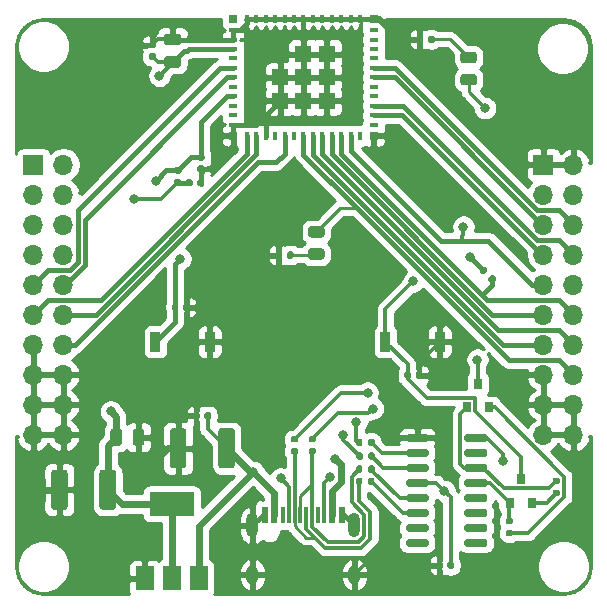
<source format=gbr>
%TF.GenerationSoftware,KiCad,Pcbnew,(5.1.12-1-10_14)*%
%TF.CreationDate,2021-12-26T14:39:33+08:00*%
%TF.ProjectId,esp32-c1_devboard,65737033-322d-4633-915f-646576626f61,rev?*%
%TF.SameCoordinates,Original*%
%TF.FileFunction,Copper,L1,Top*%
%TF.FilePolarity,Positive*%
%FSLAX46Y46*%
G04 Gerber Fmt 4.6, Leading zero omitted, Abs format (unit mm)*
G04 Created by KiCad (PCBNEW (5.1.12-1-10_14)) date 2021-12-26 14:39:33*
%MOMM*%
%LPD*%
G01*
G04 APERTURE LIST*
%TA.AperFunction,SMDPad,CuDef*%
%ADD10R,0.899998X1.699997*%
%TD*%
%TA.AperFunction,ComponentPad*%
%ADD11O,1.700000X1.700000*%
%TD*%
%TA.AperFunction,ComponentPad*%
%ADD12R,1.700000X1.700000*%
%TD*%
%TA.AperFunction,SMDPad,CuDef*%
%ADD13R,1.500000X2.000000*%
%TD*%
%TA.AperFunction,SMDPad,CuDef*%
%ADD14R,3.800000X2.000000*%
%TD*%
%TA.AperFunction,SMDPad,CuDef*%
%ADD15R,0.399999X0.799998*%
%TD*%
%TA.AperFunction,SMDPad,CuDef*%
%ADD16R,0.799998X0.399999*%
%TD*%
%TA.AperFunction,SMDPad,CuDef*%
%ADD17R,1.450010X1.450010*%
%TD*%
%TA.AperFunction,SMDPad,CuDef*%
%ADD18R,0.799998X0.799998*%
%TD*%
%TA.AperFunction,SMDPad,CuDef*%
%ADD19R,0.800000X0.900000*%
%TD*%
%TA.AperFunction,SMDPad,CuDef*%
%ADD20R,0.600000X1.450000*%
%TD*%
%TA.AperFunction,SMDPad,CuDef*%
%ADD21R,0.300000X1.450000*%
%TD*%
%TA.AperFunction,ComponentPad*%
%ADD22O,1.000000X2.100000*%
%TD*%
%TA.AperFunction,ComponentPad*%
%ADD23O,1.000000X1.600000*%
%TD*%
%TA.AperFunction,ViaPad*%
%ADD24C,0.800000*%
%TD*%
%TA.AperFunction,Conductor*%
%ADD25C,0.300000*%
%TD*%
%TA.AperFunction,Conductor*%
%ADD26C,0.381000*%
%TD*%
%TA.AperFunction,Conductor*%
%ADD27C,0.600000*%
%TD*%
%TA.AperFunction,Conductor*%
%ADD28C,0.250000*%
%TD*%
%TA.AperFunction,Conductor*%
%ADD29C,0.254000*%
%TD*%
%TA.AperFunction,Conductor*%
%ADD30C,0.100000*%
%TD*%
G04 APERTURE END LIST*
%TO.P,R14,2*%
%TO.N,Net-(D2-Pad1)*%
%TA.AperFunction,SMDPad,CuDef*%
G36*
G01*
X123620000Y-70835000D02*
X123620000Y-70465000D01*
G75*
G02*
X123755000Y-70330000I135000J0D01*
G01*
X124025000Y-70330000D01*
G75*
G02*
X124160000Y-70465000I0J-135000D01*
G01*
X124160000Y-70835000D01*
G75*
G02*
X124025000Y-70970000I-135000J0D01*
G01*
X123755000Y-70970000D01*
G75*
G02*
X123620000Y-70835000I0J135000D01*
G01*
G37*
%TD.AperFunction*%
%TO.P,R14,1*%
%TO.N,GND*%
%TA.AperFunction,SMDPad,CuDef*%
G36*
G01*
X122600000Y-70835000D02*
X122600000Y-70465000D01*
G75*
G02*
X122735000Y-70330000I135000J0D01*
G01*
X123005000Y-70330000D01*
G75*
G02*
X123140000Y-70465000I0J-135000D01*
G01*
X123140000Y-70835000D01*
G75*
G02*
X123005000Y-70970000I-135000J0D01*
G01*
X122735000Y-70970000D01*
G75*
G02*
X122600000Y-70835000I0J135000D01*
G01*
G37*
%TD.AperFunction*%
%TD*%
%TO.P,R12,2*%
%TO.N,GND*%
%TA.AperFunction,SMDPad,CuDef*%
G36*
G01*
X135080000Y-52195000D02*
X135080000Y-52565000D01*
G75*
G02*
X134945000Y-52700000I-135000J0D01*
G01*
X134675000Y-52700000D01*
G75*
G02*
X134540000Y-52565000I0J135000D01*
G01*
X134540000Y-52195000D01*
G75*
G02*
X134675000Y-52060000I135000J0D01*
G01*
X134945000Y-52060000D01*
G75*
G02*
X135080000Y-52195000I0J-135000D01*
G01*
G37*
%TD.AperFunction*%
%TO.P,R12,1*%
%TO.N,Net-(D1-Pad1)*%
%TA.AperFunction,SMDPad,CuDef*%
G36*
G01*
X136100000Y-52195000D02*
X136100000Y-52565000D01*
G75*
G02*
X135965000Y-52700000I-135000J0D01*
G01*
X135695000Y-52700000D01*
G75*
G02*
X135560000Y-52565000I0J135000D01*
G01*
X135560000Y-52195000D01*
G75*
G02*
X135695000Y-52060000I135000J0D01*
G01*
X135965000Y-52060000D01*
G75*
G02*
X136100000Y-52195000I0J-135000D01*
G01*
G37*
%TD.AperFunction*%
%TD*%
%TO.P,IO4,2*%
%TO.N,GPIO4*%
%TA.AperFunction,SMDPad,CuDef*%
G36*
G01*
X126546250Y-69170000D02*
X125633750Y-69170000D01*
G75*
G02*
X125390000Y-68926250I0J243750D01*
G01*
X125390000Y-68438750D01*
G75*
G02*
X125633750Y-68195000I243750J0D01*
G01*
X126546250Y-68195000D01*
G75*
G02*
X126790000Y-68438750I0J-243750D01*
G01*
X126790000Y-68926250D01*
G75*
G02*
X126546250Y-69170000I-243750J0D01*
G01*
G37*
%TD.AperFunction*%
%TO.P,IO4,1*%
%TO.N,Net-(D2-Pad1)*%
%TA.AperFunction,SMDPad,CuDef*%
G36*
G01*
X126546250Y-71045000D02*
X125633750Y-71045000D01*
G75*
G02*
X125390000Y-70801250I0J243750D01*
G01*
X125390000Y-70313750D01*
G75*
G02*
X125633750Y-70070000I243750J0D01*
G01*
X126546250Y-70070000D01*
G75*
G02*
X126790000Y-70313750I0J-243750D01*
G01*
X126790000Y-70801250D01*
G75*
G02*
X126546250Y-71045000I-243750J0D01*
G01*
G37*
%TD.AperFunction*%
%TD*%
%TO.P,VCC,2*%
%TO.N,+3V3*%
%TA.AperFunction,SMDPad,CuDef*%
G36*
G01*
X138533750Y-55310000D02*
X139446250Y-55310000D01*
G75*
G02*
X139690000Y-55553750I0J-243750D01*
G01*
X139690000Y-56041250D01*
G75*
G02*
X139446250Y-56285000I-243750J0D01*
G01*
X138533750Y-56285000D01*
G75*
G02*
X138290000Y-56041250I0J243750D01*
G01*
X138290000Y-55553750D01*
G75*
G02*
X138533750Y-55310000I243750J0D01*
G01*
G37*
%TD.AperFunction*%
%TO.P,VCC,1*%
%TO.N,Net-(D1-Pad1)*%
%TA.AperFunction,SMDPad,CuDef*%
G36*
G01*
X138533750Y-53435000D02*
X139446250Y-53435000D01*
G75*
G02*
X139690000Y-53678750I0J-243750D01*
G01*
X139690000Y-54166250D01*
G75*
G02*
X139446250Y-54410000I-243750J0D01*
G01*
X138533750Y-54410000D01*
G75*
G02*
X138290000Y-54166250I0J243750D01*
G01*
X138290000Y-53678750D01*
G75*
G02*
X138533750Y-53435000I243750J0D01*
G01*
G37*
%TD.AperFunction*%
%TD*%
%TO.P,C7,2*%
%TO.N,GND*%
%TA.AperFunction,SMDPad,CuDef*%
G36*
G01*
X105030000Y-89069999D02*
X105030000Y-91970001D01*
G75*
G02*
X104780001Y-92220000I-249999J0D01*
G01*
X103879999Y-92220000D01*
G75*
G02*
X103630000Y-91970001I0J249999D01*
G01*
X103630000Y-89069999D01*
G75*
G02*
X103879999Y-88820000I249999J0D01*
G01*
X104780001Y-88820000D01*
G75*
G02*
X105030000Y-89069999I0J-249999D01*
G01*
G37*
%TD.AperFunction*%
%TO.P,C7,1*%
%TO.N,+3V3*%
%TA.AperFunction,SMDPad,CuDef*%
G36*
G01*
X109130000Y-89069999D02*
X109130000Y-91970001D01*
G75*
G02*
X108880001Y-92220000I-249999J0D01*
G01*
X107979999Y-92220000D01*
G75*
G02*
X107730000Y-91970001I0J249999D01*
G01*
X107730000Y-89069999D01*
G75*
G02*
X107979999Y-88820000I249999J0D01*
G01*
X108880001Y-88820000D01*
G75*
G02*
X109130000Y-89069999I0J-249999D01*
G01*
G37*
%TD.AperFunction*%
%TD*%
%TO.P,C5,2*%
%TO.N,GND*%
%TA.AperFunction,SMDPad,CuDef*%
G36*
G01*
X115090000Y-85549999D02*
X115090000Y-88450001D01*
G75*
G02*
X114840001Y-88700000I-249999J0D01*
G01*
X113939999Y-88700000D01*
G75*
G02*
X113690000Y-88450001I0J249999D01*
G01*
X113690000Y-85549999D01*
G75*
G02*
X113939999Y-85300000I249999J0D01*
G01*
X114840001Y-85300000D01*
G75*
G02*
X115090000Y-85549999I0J-249999D01*
G01*
G37*
%TD.AperFunction*%
%TO.P,C5,1*%
%TO.N,+5V*%
%TA.AperFunction,SMDPad,CuDef*%
G36*
G01*
X119190000Y-85549999D02*
X119190000Y-88450001D01*
G75*
G02*
X118940001Y-88700000I-249999J0D01*
G01*
X118039999Y-88700000D01*
G75*
G02*
X117790000Y-88450001I0J249999D01*
G01*
X117790000Y-85549999D01*
G75*
G02*
X118039999Y-85300000I249999J0D01*
G01*
X118940001Y-85300000D01*
G75*
G02*
X119190000Y-85549999I0J-249999D01*
G01*
G37*
%TD.AperFunction*%
%TD*%
D10*
%TO.P,RESET,1*%
%TO.N,CHIP_PU*%
X112470030Y-78000000D03*
%TO.P,RESET,2*%
%TO.N,GND*%
X117069970Y-78000000D03*
%TD*%
%TO.P,BOOT,1*%
%TO.N,GPIO9*%
X131940030Y-78000000D03*
%TO.P,BOOT,2*%
%TO.N,GND*%
X136539970Y-78000000D03*
%TD*%
D11*
%TO.P,J3,20*%
%TO.N,GND*%
X147860000Y-85860000D03*
%TO.P,J3,19*%
X145320000Y-85860000D03*
%TO.P,J3,18*%
X147860000Y-83320000D03*
%TO.P,J3,17*%
X145320000Y-83320000D03*
%TO.P,J3,16*%
%TO.N,GPIO4*%
X147860000Y-80780000D03*
%TO.P,J3,15*%
%TO.N,GND*%
X145320000Y-80780000D03*
%TO.P,J3,14*%
%TO.N,GPIO6*%
X147860000Y-78240000D03*
%TO.P,J3,13*%
%TO.N,GPIO5*%
X145320000Y-78240000D03*
%TO.P,J3,12*%
%TO.N,GPIO8*%
X147860000Y-75700000D03*
%TO.P,J3,11*%
%TO.N,GPIO7*%
X145320000Y-75700000D03*
%TO.P,J3,10*%
%TO.N,CHIP_PU*%
X147860000Y-73160000D03*
%TO.P,J3,9*%
%TO.N,GPIO9*%
X145320000Y-73160000D03*
%TO.P,J3,8*%
%TO.N,GPIO19*%
X147860000Y-70620000D03*
%TO.P,J3,7*%
%TO.N,GPIO18*%
X145320000Y-70620000D03*
%TO.P,J3,6*%
%TO.N,U0TXD*%
X147860000Y-68080000D03*
%TO.P,J3,5*%
%TO.N,U0RXD*%
X145320000Y-68080000D03*
%TO.P,J3,4*%
%TO.N,+3V3*%
X147860000Y-65540000D03*
%TO.P,J3,3*%
X145320000Y-65540000D03*
%TO.P,J3,2*%
%TO.N,GND*%
X147860000Y-63000000D03*
D12*
%TO.P,J3,1*%
X145320000Y-63000000D03*
%TD*%
D11*
%TO.P,J2,20*%
%TO.N,GND*%
X104680000Y-85860000D03*
%TO.P,J2,19*%
X102140000Y-85860000D03*
%TO.P,J2,18*%
X104680000Y-83320000D03*
%TO.P,J2,17*%
X102140000Y-83320000D03*
%TO.P,J2,16*%
X104680000Y-80780000D03*
%TO.P,J2,15*%
X102140000Y-80780000D03*
%TO.P,J2,14*%
%TO.N,GPIO10*%
X104680000Y-78240000D03*
%TO.P,J2,13*%
%TO.N,GND*%
X102140000Y-78240000D03*
%TO.P,J2,12*%
%TO.N,GPIO1*%
X104680000Y-75700000D03*
%TO.P,J2,11*%
%TO.N,GPIO0*%
X102140000Y-75700000D03*
%TO.P,J2,10*%
%TO.N,GPIO3*%
X104680000Y-73160000D03*
%TO.P,J2,9*%
%TO.N,GPIO2*%
X102140000Y-73160000D03*
%TO.P,J2,8*%
%TO.N,+3V3*%
X104680000Y-70620000D03*
%TO.P,J2,7*%
X102140000Y-70620000D03*
%TO.P,J2,6*%
X104680000Y-68080000D03*
%TO.P,J2,5*%
X102140000Y-68080000D03*
%TO.P,J2,4*%
%TO.N,GND*%
X104680000Y-65540000D03*
%TO.P,J2,3*%
%TO.N,+3V3*%
X102140000Y-65540000D03*
%TO.P,J2,2*%
%TO.N,+5V*%
X104680000Y-63000000D03*
D12*
%TO.P,J2,1*%
%TO.N,+3V3*%
X102140000Y-63000000D03*
%TD*%
D13*
%TO.P,U4,1*%
%TO.N,GND*%
X111560000Y-98010000D03*
%TO.P,U4,3*%
%TO.N,+5V*%
X116160000Y-98010000D03*
%TO.P,U4,2*%
%TO.N,+3V3*%
X113860000Y-98010000D03*
D14*
X113860000Y-91710000D03*
%TD*%
%TO.P,U2,16*%
%TO.N,+3V3*%
%TA.AperFunction,SMDPad,CuDef*%
G36*
G01*
X138620000Y-86285000D02*
X138620000Y-85985000D01*
G75*
G02*
X138770000Y-85835000I150000J0D01*
G01*
X140420000Y-85835000D01*
G75*
G02*
X140570000Y-85985000I0J-150000D01*
G01*
X140570000Y-86285000D01*
G75*
G02*
X140420000Y-86435000I-150000J0D01*
G01*
X138770000Y-86435000D01*
G75*
G02*
X138620000Y-86285000I0J150000D01*
G01*
G37*
%TD.AperFunction*%
%TO.P,U2,15*%
%TO.N,N/C*%
%TA.AperFunction,SMDPad,CuDef*%
G36*
G01*
X138620000Y-87555000D02*
X138620000Y-87255000D01*
G75*
G02*
X138770000Y-87105000I150000J0D01*
G01*
X140420000Y-87105000D01*
G75*
G02*
X140570000Y-87255000I0J-150000D01*
G01*
X140570000Y-87555000D01*
G75*
G02*
X140420000Y-87705000I-150000J0D01*
G01*
X138770000Y-87705000D01*
G75*
G02*
X138620000Y-87555000I0J150000D01*
G01*
G37*
%TD.AperFunction*%
%TO.P,U2,14*%
%TO.N,/RTS*%
%TA.AperFunction,SMDPad,CuDef*%
G36*
G01*
X138620000Y-88825000D02*
X138620000Y-88525000D01*
G75*
G02*
X138770000Y-88375000I150000J0D01*
G01*
X140420000Y-88375000D01*
G75*
G02*
X140570000Y-88525000I0J-150000D01*
G01*
X140570000Y-88825000D01*
G75*
G02*
X140420000Y-88975000I-150000J0D01*
G01*
X138770000Y-88975000D01*
G75*
G02*
X138620000Y-88825000I0J150000D01*
G01*
G37*
%TD.AperFunction*%
%TO.P,U2,13*%
%TO.N,/DTR*%
%TA.AperFunction,SMDPad,CuDef*%
G36*
G01*
X138620000Y-90095000D02*
X138620000Y-89795000D01*
G75*
G02*
X138770000Y-89645000I150000J0D01*
G01*
X140420000Y-89645000D01*
G75*
G02*
X140570000Y-89795000I0J-150000D01*
G01*
X140570000Y-90095000D01*
G75*
G02*
X140420000Y-90245000I-150000J0D01*
G01*
X138770000Y-90245000D01*
G75*
G02*
X138620000Y-90095000I0J150000D01*
G01*
G37*
%TD.AperFunction*%
%TO.P,U2,12*%
%TO.N,N/C*%
%TA.AperFunction,SMDPad,CuDef*%
G36*
G01*
X138620000Y-91365000D02*
X138620000Y-91065000D01*
G75*
G02*
X138770000Y-90915000I150000J0D01*
G01*
X140420000Y-90915000D01*
G75*
G02*
X140570000Y-91065000I0J-150000D01*
G01*
X140570000Y-91365000D01*
G75*
G02*
X140420000Y-91515000I-150000J0D01*
G01*
X138770000Y-91515000D01*
G75*
G02*
X138620000Y-91365000I0J150000D01*
G01*
G37*
%TD.AperFunction*%
%TO.P,U2,11*%
%TA.AperFunction,SMDPad,CuDef*%
G36*
G01*
X138620000Y-92635000D02*
X138620000Y-92335000D01*
G75*
G02*
X138770000Y-92185000I150000J0D01*
G01*
X140420000Y-92185000D01*
G75*
G02*
X140570000Y-92335000I0J-150000D01*
G01*
X140570000Y-92635000D01*
G75*
G02*
X140420000Y-92785000I-150000J0D01*
G01*
X138770000Y-92785000D01*
G75*
G02*
X138620000Y-92635000I0J150000D01*
G01*
G37*
%TD.AperFunction*%
%TO.P,U2,10*%
%TA.AperFunction,SMDPad,CuDef*%
G36*
G01*
X138620000Y-93905000D02*
X138620000Y-93605000D01*
G75*
G02*
X138770000Y-93455000I150000J0D01*
G01*
X140420000Y-93455000D01*
G75*
G02*
X140570000Y-93605000I0J-150000D01*
G01*
X140570000Y-93905000D01*
G75*
G02*
X140420000Y-94055000I-150000J0D01*
G01*
X138770000Y-94055000D01*
G75*
G02*
X138620000Y-93905000I0J150000D01*
G01*
G37*
%TD.AperFunction*%
%TO.P,U2,9*%
%TA.AperFunction,SMDPad,CuDef*%
G36*
G01*
X138620000Y-95175000D02*
X138620000Y-94875000D01*
G75*
G02*
X138770000Y-94725000I150000J0D01*
G01*
X140420000Y-94725000D01*
G75*
G02*
X140570000Y-94875000I0J-150000D01*
G01*
X140570000Y-95175000D01*
G75*
G02*
X140420000Y-95325000I-150000J0D01*
G01*
X138770000Y-95325000D01*
G75*
G02*
X138620000Y-95175000I0J150000D01*
G01*
G37*
%TD.AperFunction*%
%TO.P,U2,8*%
%TA.AperFunction,SMDPad,CuDef*%
G36*
G01*
X133670000Y-95175000D02*
X133670000Y-94875000D01*
G75*
G02*
X133820000Y-94725000I150000J0D01*
G01*
X135470000Y-94725000D01*
G75*
G02*
X135620000Y-94875000I0J-150000D01*
G01*
X135620000Y-95175000D01*
G75*
G02*
X135470000Y-95325000I-150000J0D01*
G01*
X133820000Y-95325000D01*
G75*
G02*
X133670000Y-95175000I0J150000D01*
G01*
G37*
%TD.AperFunction*%
%TO.P,U2,7*%
%TA.AperFunction,SMDPad,CuDef*%
G36*
G01*
X133670000Y-93905000D02*
X133670000Y-93605000D01*
G75*
G02*
X133820000Y-93455000I150000J0D01*
G01*
X135470000Y-93455000D01*
G75*
G02*
X135620000Y-93605000I0J-150000D01*
G01*
X135620000Y-93905000D01*
G75*
G02*
X135470000Y-94055000I-150000J0D01*
G01*
X133820000Y-94055000D01*
G75*
G02*
X133670000Y-93905000I0J150000D01*
G01*
G37*
%TD.AperFunction*%
%TO.P,U2,6*%
%TO.N,/DM*%
%TA.AperFunction,SMDPad,CuDef*%
G36*
G01*
X133670000Y-92635000D02*
X133670000Y-92335000D01*
G75*
G02*
X133820000Y-92185000I150000J0D01*
G01*
X135470000Y-92185000D01*
G75*
G02*
X135620000Y-92335000I0J-150000D01*
G01*
X135620000Y-92635000D01*
G75*
G02*
X135470000Y-92785000I-150000J0D01*
G01*
X133820000Y-92785000D01*
G75*
G02*
X133670000Y-92635000I0J150000D01*
G01*
G37*
%TD.AperFunction*%
%TO.P,U2,5*%
%TO.N,/DP*%
%TA.AperFunction,SMDPad,CuDef*%
G36*
G01*
X133670000Y-91365000D02*
X133670000Y-91065000D01*
G75*
G02*
X133820000Y-90915000I150000J0D01*
G01*
X135470000Y-90915000D01*
G75*
G02*
X135620000Y-91065000I0J-150000D01*
G01*
X135620000Y-91365000D01*
G75*
G02*
X135470000Y-91515000I-150000J0D01*
G01*
X133820000Y-91515000D01*
G75*
G02*
X133670000Y-91365000I0J150000D01*
G01*
G37*
%TD.AperFunction*%
%TO.P,U2,4*%
%TO.N,+3V3*%
%TA.AperFunction,SMDPad,CuDef*%
G36*
G01*
X133670000Y-90095000D02*
X133670000Y-89795000D01*
G75*
G02*
X133820000Y-89645000I150000J0D01*
G01*
X135470000Y-89645000D01*
G75*
G02*
X135620000Y-89795000I0J-150000D01*
G01*
X135620000Y-90095000D01*
G75*
G02*
X135470000Y-90245000I-150000J0D01*
G01*
X133820000Y-90245000D01*
G75*
G02*
X133670000Y-90095000I0J150000D01*
G01*
G37*
%TD.AperFunction*%
%TO.P,U2,3*%
%TO.N,Net-(R8-Pad1)*%
%TA.AperFunction,SMDPad,CuDef*%
G36*
G01*
X133670000Y-88825000D02*
X133670000Y-88525000D01*
G75*
G02*
X133820000Y-88375000I150000J0D01*
G01*
X135470000Y-88375000D01*
G75*
G02*
X135620000Y-88525000I0J-150000D01*
G01*
X135620000Y-88825000D01*
G75*
G02*
X135470000Y-88975000I-150000J0D01*
G01*
X133820000Y-88975000D01*
G75*
G02*
X133670000Y-88825000I0J150000D01*
G01*
G37*
%TD.AperFunction*%
%TO.P,U2,2*%
%TO.N,Net-(R7-Pad1)*%
%TA.AperFunction,SMDPad,CuDef*%
G36*
G01*
X133670000Y-87555000D02*
X133670000Y-87255000D01*
G75*
G02*
X133820000Y-87105000I150000J0D01*
G01*
X135470000Y-87105000D01*
G75*
G02*
X135620000Y-87255000I0J-150000D01*
G01*
X135620000Y-87555000D01*
G75*
G02*
X135470000Y-87705000I-150000J0D01*
G01*
X133820000Y-87705000D01*
G75*
G02*
X133670000Y-87555000I0J150000D01*
G01*
G37*
%TD.AperFunction*%
%TO.P,U2,1*%
%TO.N,GND*%
%TA.AperFunction,SMDPad,CuDef*%
G36*
G01*
X133670000Y-86285000D02*
X133670000Y-85985000D01*
G75*
G02*
X133820000Y-85835000I150000J0D01*
G01*
X135470000Y-85835000D01*
G75*
G02*
X135620000Y-85985000I0J-150000D01*
G01*
X135620000Y-86285000D01*
G75*
G02*
X135470000Y-86435000I-150000J0D01*
G01*
X133820000Y-86435000D01*
G75*
G02*
X133670000Y-86285000I0J150000D01*
G01*
G37*
%TD.AperFunction*%
%TD*%
D15*
%TO.P,U1,46*%
%TO.N,GND*%
X121800108Y-50650048D03*
%TO.P,U1,45*%
X122600208Y-50650048D03*
%TO.P,U1,44*%
X123400054Y-50650048D03*
%TO.P,U1,43*%
X124200154Y-50650048D03*
%TO.P,U1,42*%
X125000254Y-50650048D03*
%TO.P,U1,41*%
X125800100Y-50650048D03*
%TO.P,U1,40*%
X126600200Y-50650048D03*
%TO.P,U1,39*%
X127400046Y-50650048D03*
%TO.P,U1,38*%
X128200146Y-50650048D03*
%TO.P,U1,37*%
X128999992Y-50650048D03*
%TO.P,U1,36*%
X129800092Y-50650048D03*
D16*
%TO.P,U1,30*%
%TO.N,U0RXD*%
X130949950Y-55600000D03*
%TO.P,U1,29*%
%TO.N,N/C*%
X130949950Y-56400100D03*
%TO.P,U1,28*%
X130949950Y-57199946D03*
%TO.P,U1,27*%
%TO.N,GPIO19*%
X130949950Y-58000046D03*
%TO.P,U1,26*%
%TO.N,GPIO18*%
X130949950Y-58800146D03*
%TO.P,U1,25*%
%TO.N,N/C*%
X130949950Y-59599992D03*
D15*
%TO.P,U1,12*%
%TO.N,GPIO0*%
X120199908Y-60549952D03*
%TO.P,U1,13*%
%TO.N,GPIO1*%
X121000008Y-60549952D03*
%TO.P,U1,14*%
%TO.N,GND*%
X121799854Y-60549952D03*
%TO.P,U1,15*%
%TO.N,N/C*%
X122599954Y-60549952D03*
D17*
%TO.P,U1,49*%
%TO.N,GND*%
X125000000Y-55600000D03*
D18*
%TO.P,U1,53*%
%TO.N,N/C*%
X119050050Y-50650048D03*
%TO.P,U1,52*%
%TO.N,GND*%
X119050050Y-60549952D03*
%TO.P,U1,51*%
X130949950Y-60549952D03*
%TO.P,U1,50*%
X130949950Y-50650048D03*
D16*
%TO.P,U1,1*%
X119050050Y-51600008D03*
%TO.P,U1,2*%
X119050050Y-52400108D03*
%TO.P,U1,3*%
%TO.N,+3V3*%
X119050050Y-53199954D03*
%TO.P,U1,4*%
%TO.N,N/C*%
X119050050Y-54000054D03*
%TO.P,U1,5*%
%TO.N,GPIO2*%
X119050050Y-54799900D03*
%TO.P,U1,6*%
%TO.N,GPIO3*%
X119050050Y-55600000D03*
%TO.P,U1,7*%
%TO.N,N/C*%
X119050050Y-56399846D03*
%TO.P,U1,8*%
%TO.N,CHIP_PU*%
X119050050Y-57199946D03*
%TO.P,U1,9*%
%TO.N,N/C*%
X119050050Y-58000046D03*
%TO.P,U1,10*%
X119050050Y-58799892D03*
%TO.P,U1,11*%
%TO.N,GND*%
X119050050Y-59599992D03*
D15*
%TO.P,U1,16*%
%TO.N,GPIO10*%
X123400054Y-60549952D03*
%TO.P,U1,17*%
%TO.N,N/C*%
X124200154Y-60549952D03*
%TO.P,U1,18*%
%TO.N,GPIO4*%
X125000000Y-60549952D03*
%TO.P,U1,19*%
%TO.N,GPIO5*%
X125800100Y-60549952D03*
%TO.P,U1,20*%
%TO.N,GPIO6*%
X126599946Y-60549952D03*
%TO.P,U1,21*%
%TO.N,GPIO7*%
X127400046Y-60549952D03*
%TO.P,U1,22*%
%TO.N,GPIO8*%
X128199892Y-60549952D03*
%TO.P,U1,23*%
%TO.N,GPIO9*%
X128999992Y-60549952D03*
%TO.P,U1,24*%
%TO.N,N/C*%
X129800092Y-60549952D03*
D16*
%TO.P,U1,31*%
%TO.N,U0TXD*%
X130949950Y-54800154D03*
%TO.P,U1,32*%
%TO.N,N/C*%
X130949950Y-54000054D03*
%TO.P,U1,33*%
X130949950Y-53200208D03*
%TO.P,U1,34*%
X130949950Y-52399854D03*
%TO.P,U1,35*%
X130949950Y-51600008D03*
D15*
%TO.P,U1,47*%
%TO.N,GND*%
X121000008Y-50650048D03*
%TO.P,U1,48*%
X120200162Y-50650048D03*
D17*
%TO.P,U1,49*%
X126975104Y-55600000D03*
X126975104Y-53624896D03*
X125000000Y-53624896D03*
X123024896Y-55600000D03*
X123024896Y-57575104D03*
X125000000Y-57575104D03*
X126975104Y-57575104D03*
%TD*%
%TO.P,R13,2*%
%TO.N,+3V3*%
%TA.AperFunction,SMDPad,CuDef*%
G36*
G01*
X140561109Y-72009480D02*
X140299480Y-72271109D01*
G75*
G02*
X140108562Y-72271109I-95459J95459D01*
G01*
X139917643Y-72080190D01*
G75*
G02*
X139917643Y-71889272I95459J95459D01*
G01*
X140179272Y-71627643D01*
G75*
G02*
X140370190Y-71627643I95459J-95459D01*
G01*
X140561109Y-71818562D01*
G75*
G02*
X140561109Y-72009480I-95459J-95459D01*
G01*
G37*
%TD.AperFunction*%
%TO.P,R13,1*%
%TO.N,GPIO8*%
%TA.AperFunction,SMDPad,CuDef*%
G36*
G01*
X141282357Y-72730728D02*
X141020728Y-72992357D01*
G75*
G02*
X140829810Y-72992357I-95459J95459D01*
G01*
X140638891Y-72801438D01*
G75*
G02*
X140638891Y-72610520I95459J95459D01*
G01*
X140900520Y-72348891D01*
G75*
G02*
X141091438Y-72348891I95459J-95459D01*
G01*
X141282357Y-72539810D01*
G75*
G02*
X141282357Y-72730728I-95459J-95459D01*
G01*
G37*
%TD.AperFunction*%
%TD*%
%TO.P,R11,2*%
%TO.N,CHIP_PU*%
%TA.AperFunction,SMDPad,CuDef*%
G36*
G01*
X114555000Y-63750000D02*
X114185000Y-63750000D01*
G75*
G02*
X114050000Y-63615000I0J135000D01*
G01*
X114050000Y-63345000D01*
G75*
G02*
X114185000Y-63210000I135000J0D01*
G01*
X114555000Y-63210000D01*
G75*
G02*
X114690000Y-63345000I0J-135000D01*
G01*
X114690000Y-63615000D01*
G75*
G02*
X114555000Y-63750000I-135000J0D01*
G01*
G37*
%TD.AperFunction*%
%TO.P,R11,1*%
%TO.N,+3V3*%
%TA.AperFunction,SMDPad,CuDef*%
G36*
G01*
X114555000Y-64770000D02*
X114185000Y-64770000D01*
G75*
G02*
X114050000Y-64635000I0J135000D01*
G01*
X114050000Y-64365000D01*
G75*
G02*
X114185000Y-64230000I135000J0D01*
G01*
X114555000Y-64230000D01*
G75*
G02*
X114690000Y-64365000I0J-135000D01*
G01*
X114690000Y-64635000D01*
G75*
G02*
X114555000Y-64770000I-135000J0D01*
G01*
G37*
%TD.AperFunction*%
%TD*%
%TO.P,R10,2*%
%TO.N,Net-(Q2-Pad2)*%
%TA.AperFunction,SMDPad,CuDef*%
G36*
G01*
X146225000Y-90520000D02*
X146595000Y-90520000D01*
G75*
G02*
X146730000Y-90655000I0J-135000D01*
G01*
X146730000Y-90925000D01*
G75*
G02*
X146595000Y-91060000I-135000J0D01*
G01*
X146225000Y-91060000D01*
G75*
G02*
X146090000Y-90925000I0J135000D01*
G01*
X146090000Y-90655000D01*
G75*
G02*
X146225000Y-90520000I135000J0D01*
G01*
G37*
%TD.AperFunction*%
%TO.P,R10,1*%
%TO.N,/RTS*%
%TA.AperFunction,SMDPad,CuDef*%
G36*
G01*
X146225000Y-89500000D02*
X146595000Y-89500000D01*
G75*
G02*
X146730000Y-89635000I0J-135000D01*
G01*
X146730000Y-89905000D01*
G75*
G02*
X146595000Y-90040000I-135000J0D01*
G01*
X146225000Y-90040000D01*
G75*
G02*
X146090000Y-89905000I0J135000D01*
G01*
X146090000Y-89635000D01*
G75*
G02*
X146225000Y-89500000I135000J0D01*
G01*
G37*
%TD.AperFunction*%
%TD*%
%TO.P,R9,2*%
%TO.N,Net-(Q1-Pad2)*%
%TA.AperFunction,SMDPad,CuDef*%
G36*
G01*
X142245000Y-93920000D02*
X142615000Y-93920000D01*
G75*
G02*
X142750000Y-94055000I0J-135000D01*
G01*
X142750000Y-94325000D01*
G75*
G02*
X142615000Y-94460000I-135000J0D01*
G01*
X142245000Y-94460000D01*
G75*
G02*
X142110000Y-94325000I0J135000D01*
G01*
X142110000Y-94055000D01*
G75*
G02*
X142245000Y-93920000I135000J0D01*
G01*
G37*
%TD.AperFunction*%
%TO.P,R9,1*%
%TO.N,/DTR*%
%TA.AperFunction,SMDPad,CuDef*%
G36*
G01*
X142245000Y-92900000D02*
X142615000Y-92900000D01*
G75*
G02*
X142750000Y-93035000I0J-135000D01*
G01*
X142750000Y-93305000D01*
G75*
G02*
X142615000Y-93440000I-135000J0D01*
G01*
X142245000Y-93440000D01*
G75*
G02*
X142110000Y-93305000I0J135000D01*
G01*
X142110000Y-93035000D01*
G75*
G02*
X142245000Y-92900000I135000J0D01*
G01*
G37*
%TD.AperFunction*%
%TD*%
%TO.P,R8,2*%
%TO.N,U0TXD*%
%TA.AperFunction,SMDPad,CuDef*%
G36*
G01*
X130020000Y-87485000D02*
X130020000Y-87855000D01*
G75*
G02*
X129885000Y-87990000I-135000J0D01*
G01*
X129615000Y-87990000D01*
G75*
G02*
X129480000Y-87855000I0J135000D01*
G01*
X129480000Y-87485000D01*
G75*
G02*
X129615000Y-87350000I135000J0D01*
G01*
X129885000Y-87350000D01*
G75*
G02*
X130020000Y-87485000I0J-135000D01*
G01*
G37*
%TD.AperFunction*%
%TO.P,R8,1*%
%TO.N,Net-(R8-Pad1)*%
%TA.AperFunction,SMDPad,CuDef*%
G36*
G01*
X131040000Y-87485000D02*
X131040000Y-87855000D01*
G75*
G02*
X130905000Y-87990000I-135000J0D01*
G01*
X130635000Y-87990000D01*
G75*
G02*
X130500000Y-87855000I0J135000D01*
G01*
X130500000Y-87485000D01*
G75*
G02*
X130635000Y-87350000I135000J0D01*
G01*
X130905000Y-87350000D01*
G75*
G02*
X131040000Y-87485000I0J-135000D01*
G01*
G37*
%TD.AperFunction*%
%TD*%
%TO.P,R7,2*%
%TO.N,U0RXD*%
%TA.AperFunction,SMDPad,CuDef*%
G36*
G01*
X130000000Y-86325000D02*
X130000000Y-86695000D01*
G75*
G02*
X129865000Y-86830000I-135000J0D01*
G01*
X129595000Y-86830000D01*
G75*
G02*
X129460000Y-86695000I0J135000D01*
G01*
X129460000Y-86325000D01*
G75*
G02*
X129595000Y-86190000I135000J0D01*
G01*
X129865000Y-86190000D01*
G75*
G02*
X130000000Y-86325000I0J-135000D01*
G01*
G37*
%TD.AperFunction*%
%TO.P,R7,1*%
%TO.N,Net-(R7-Pad1)*%
%TA.AperFunction,SMDPad,CuDef*%
G36*
G01*
X131020000Y-86325000D02*
X131020000Y-86695000D01*
G75*
G02*
X130885000Y-86830000I-135000J0D01*
G01*
X130615000Y-86830000D01*
G75*
G02*
X130480000Y-86695000I0J135000D01*
G01*
X130480000Y-86325000D01*
G75*
G02*
X130615000Y-86190000I135000J0D01*
G01*
X130885000Y-86190000D01*
G75*
G02*
X131020000Y-86325000I0J-135000D01*
G01*
G37*
%TD.AperFunction*%
%TD*%
%TO.P,R6,2*%
%TO.N,/DP*%
%TA.AperFunction,SMDPad,CuDef*%
G36*
G01*
X130480000Y-88955000D02*
X130480000Y-88585000D01*
G75*
G02*
X130615000Y-88450000I135000J0D01*
G01*
X130885000Y-88450000D01*
G75*
G02*
X131020000Y-88585000I0J-135000D01*
G01*
X131020000Y-88955000D01*
G75*
G02*
X130885000Y-89090000I-135000J0D01*
G01*
X130615000Y-89090000D01*
G75*
G02*
X130480000Y-88955000I0J135000D01*
G01*
G37*
%TD.AperFunction*%
%TO.P,R6,1*%
%TO.N,Net-(J1-PadA6)*%
%TA.AperFunction,SMDPad,CuDef*%
G36*
G01*
X129460000Y-88955000D02*
X129460000Y-88585000D01*
G75*
G02*
X129595000Y-88450000I135000J0D01*
G01*
X129865000Y-88450000D01*
G75*
G02*
X130000000Y-88585000I0J-135000D01*
G01*
X130000000Y-88955000D01*
G75*
G02*
X129865000Y-89090000I-135000J0D01*
G01*
X129595000Y-89090000D01*
G75*
G02*
X129460000Y-88955000I0J135000D01*
G01*
G37*
%TD.AperFunction*%
%TD*%
%TO.P,R5,2*%
%TO.N,GPIO19*%
%TA.AperFunction,SMDPad,CuDef*%
G36*
G01*
X125935000Y-86510000D02*
X125565000Y-86510000D01*
G75*
G02*
X125430000Y-86375000I0J135000D01*
G01*
X125430000Y-86105000D01*
G75*
G02*
X125565000Y-85970000I135000J0D01*
G01*
X125935000Y-85970000D01*
G75*
G02*
X126070000Y-86105000I0J-135000D01*
G01*
X126070000Y-86375000D01*
G75*
G02*
X125935000Y-86510000I-135000J0D01*
G01*
G37*
%TD.AperFunction*%
%TO.P,R5,1*%
%TO.N,Net-(J1-PadA6)*%
%TA.AperFunction,SMDPad,CuDef*%
G36*
G01*
X125935000Y-87530000D02*
X125565000Y-87530000D01*
G75*
G02*
X125430000Y-87395000I0J135000D01*
G01*
X125430000Y-87125000D01*
G75*
G02*
X125565000Y-86990000I135000J0D01*
G01*
X125935000Y-86990000D01*
G75*
G02*
X126070000Y-87125000I0J-135000D01*
G01*
X126070000Y-87395000D01*
G75*
G02*
X125935000Y-87530000I-135000J0D01*
G01*
G37*
%TD.AperFunction*%
%TD*%
%TO.P,R4,2*%
%TO.N,GPIO18*%
%TA.AperFunction,SMDPad,CuDef*%
G36*
G01*
X124435000Y-86510000D02*
X124065000Y-86510000D01*
G75*
G02*
X123930000Y-86375000I0J135000D01*
G01*
X123930000Y-86105000D01*
G75*
G02*
X124065000Y-85970000I135000J0D01*
G01*
X124435000Y-85970000D01*
G75*
G02*
X124570000Y-86105000I0J-135000D01*
G01*
X124570000Y-86375000D01*
G75*
G02*
X124435000Y-86510000I-135000J0D01*
G01*
G37*
%TD.AperFunction*%
%TO.P,R4,1*%
%TO.N,Net-(J1-PadA7)*%
%TA.AperFunction,SMDPad,CuDef*%
G36*
G01*
X124435000Y-87530000D02*
X124065000Y-87530000D01*
G75*
G02*
X123930000Y-87395000I0J135000D01*
G01*
X123930000Y-87125000D01*
G75*
G02*
X124065000Y-86990000I135000J0D01*
G01*
X124435000Y-86990000D01*
G75*
G02*
X124570000Y-87125000I0J-135000D01*
G01*
X124570000Y-87395000D01*
G75*
G02*
X124435000Y-87530000I-135000J0D01*
G01*
G37*
%TD.AperFunction*%
%TD*%
%TO.P,R3,2*%
%TO.N,/DM*%
%TA.AperFunction,SMDPad,CuDef*%
G36*
G01*
X130460000Y-89995000D02*
X130460000Y-89625000D01*
G75*
G02*
X130595000Y-89490000I135000J0D01*
G01*
X130865000Y-89490000D01*
G75*
G02*
X131000000Y-89625000I0J-135000D01*
G01*
X131000000Y-89995000D01*
G75*
G02*
X130865000Y-90130000I-135000J0D01*
G01*
X130595000Y-90130000D01*
G75*
G02*
X130460000Y-89995000I0J135000D01*
G01*
G37*
%TD.AperFunction*%
%TO.P,R3,1*%
%TO.N,Net-(J1-PadA7)*%
%TA.AperFunction,SMDPad,CuDef*%
G36*
G01*
X129440000Y-89995000D02*
X129440000Y-89625000D01*
G75*
G02*
X129575000Y-89490000I135000J0D01*
G01*
X129845000Y-89490000D01*
G75*
G02*
X129980000Y-89625000I0J-135000D01*
G01*
X129980000Y-89995000D01*
G75*
G02*
X129845000Y-90130000I-135000J0D01*
G01*
X129575000Y-90130000D01*
G75*
G02*
X129440000Y-89995000I0J135000D01*
G01*
G37*
%TD.AperFunction*%
%TD*%
D19*
%TO.P,Q2,3*%
%TO.N,GPIO9*%
X143410000Y-89610000D03*
%TO.P,Q2,2*%
%TO.N,Net-(Q2-Pad2)*%
X144360000Y-91610000D03*
%TO.P,Q2,1*%
%TO.N,/DTR*%
X142460000Y-91610000D03*
%TD*%
%TO.P,Q1,3*%
%TO.N,CHIP_PU*%
X139760000Y-81550000D03*
%TO.P,Q1,2*%
%TO.N,Net-(Q1-Pad2)*%
X140710000Y-83550000D03*
%TO.P,Q1,1*%
%TO.N,/RTS*%
X138810000Y-83550000D03*
%TD*%
D20*
%TO.P,J1,B1*%
%TO.N,GND*%
X128250000Y-92625000D03*
%TO.P,J1,A9*%
%TO.N,+5V*%
X127450000Y-92625000D03*
%TO.P,J1,B9*%
X122550000Y-92625000D03*
%TO.P,J1,B12*%
%TO.N,GND*%
X121750000Y-92625000D03*
%TO.P,J1,A1*%
X121750000Y-92625000D03*
%TO.P,J1,A4*%
%TO.N,+5V*%
X122550000Y-92625000D03*
%TO.P,J1,B4*%
X127450000Y-92625000D03*
%TO.P,J1,A12*%
%TO.N,GND*%
X128250000Y-92625000D03*
D21*
%TO.P,J1,B8*%
%TO.N,N/C*%
X123250000Y-92625000D03*
%TO.P,J1,A5*%
%TO.N,Net-(J1-PadA5)*%
X123750000Y-92625000D03*
%TO.P,J1,B7*%
%TO.N,Net-(J1-PadA7)*%
X124250000Y-92625000D03*
%TO.P,J1,A7*%
X125250000Y-92625000D03*
%TO.P,J1,B6*%
%TO.N,Net-(J1-PadA6)*%
X125750000Y-92625000D03*
%TO.P,J1,A8*%
%TO.N,N/C*%
X126250000Y-92625000D03*
%TO.P,J1,B5*%
%TO.N,Net-(J1-PadB5)*%
X126750000Y-92625000D03*
%TO.P,J1,A6*%
%TO.N,Net-(J1-PadA6)*%
X124750000Y-92625000D03*
D22*
%TO.P,J1,S1*%
%TO.N,GND*%
X129320000Y-93540000D03*
X120680000Y-93540000D03*
D23*
X120680000Y-97720000D03*
X129320000Y-97720000D03*
%TD*%
%TO.P,C11,2*%
%TO.N,GND*%
%TA.AperFunction,SMDPad,CuDef*%
G36*
G01*
X116160000Y-63060000D02*
X116500000Y-63060000D01*
G75*
G02*
X116640000Y-63200000I0J-140000D01*
G01*
X116640000Y-63480000D01*
G75*
G02*
X116500000Y-63620000I-140000J0D01*
G01*
X116160000Y-63620000D01*
G75*
G02*
X116020000Y-63480000I0J140000D01*
G01*
X116020000Y-63200000D01*
G75*
G02*
X116160000Y-63060000I140000J0D01*
G01*
G37*
%TD.AperFunction*%
%TO.P,C11,1*%
%TO.N,CHIP_PU*%
%TA.AperFunction,SMDPad,CuDef*%
G36*
G01*
X116160000Y-62100000D02*
X116500000Y-62100000D01*
G75*
G02*
X116640000Y-62240000I0J-140000D01*
G01*
X116640000Y-62520000D01*
G75*
G02*
X116500000Y-62660000I-140000J0D01*
G01*
X116160000Y-62660000D01*
G75*
G02*
X116020000Y-62520000I0J140000D01*
G01*
X116020000Y-62240000D01*
G75*
G02*
X116160000Y-62100000I140000J0D01*
G01*
G37*
%TD.AperFunction*%
%TD*%
%TO.P,C10,2*%
%TO.N,GND*%
%TA.AperFunction,SMDPad,CuDef*%
G36*
G01*
X136790000Y-96750000D02*
X136790000Y-97090000D01*
G75*
G02*
X136650000Y-97230000I-140000J0D01*
G01*
X136370000Y-97230000D01*
G75*
G02*
X136230000Y-97090000I0J140000D01*
G01*
X136230000Y-96750000D01*
G75*
G02*
X136370000Y-96610000I140000J0D01*
G01*
X136650000Y-96610000D01*
G75*
G02*
X136790000Y-96750000I0J-140000D01*
G01*
G37*
%TD.AperFunction*%
%TO.P,C10,1*%
%TO.N,+3V3*%
%TA.AperFunction,SMDPad,CuDef*%
G36*
G01*
X137750000Y-96750000D02*
X137750000Y-97090000D01*
G75*
G02*
X137610000Y-97230000I-140000J0D01*
G01*
X137330000Y-97230000D01*
G75*
G02*
X137190000Y-97090000I0J140000D01*
G01*
X137190000Y-96750000D01*
G75*
G02*
X137330000Y-96610000I140000J0D01*
G01*
X137610000Y-96610000D01*
G75*
G02*
X137750000Y-96750000I0J-140000D01*
G01*
G37*
%TD.AperFunction*%
%TD*%
%TO.P,C9,2*%
%TO.N,GND*%
%TA.AperFunction,SMDPad,CuDef*%
G36*
G01*
X114395000Y-52890000D02*
X113445000Y-52890000D01*
G75*
G02*
X113195000Y-52640000I0J250000D01*
G01*
X113195000Y-52140000D01*
G75*
G02*
X113445000Y-51890000I250000J0D01*
G01*
X114395000Y-51890000D01*
G75*
G02*
X114645000Y-52140000I0J-250000D01*
G01*
X114645000Y-52640000D01*
G75*
G02*
X114395000Y-52890000I-250000J0D01*
G01*
G37*
%TD.AperFunction*%
%TO.P,C9,1*%
%TO.N,+3V3*%
%TA.AperFunction,SMDPad,CuDef*%
G36*
G01*
X114395000Y-54790000D02*
X113445000Y-54790000D01*
G75*
G02*
X113195000Y-54540000I0J250000D01*
G01*
X113195000Y-54040000D01*
G75*
G02*
X113445000Y-53790000I250000J0D01*
G01*
X114395000Y-53790000D01*
G75*
G02*
X114645000Y-54040000I0J-250000D01*
G01*
X114645000Y-54540000D01*
G75*
G02*
X114395000Y-54790000I-250000J0D01*
G01*
G37*
%TD.AperFunction*%
%TD*%
%TO.P,C8,2*%
%TO.N,GND*%
%TA.AperFunction,SMDPad,CuDef*%
G36*
G01*
X110540000Y-86555000D02*
X110540000Y-85605000D01*
G75*
G02*
X110790000Y-85355000I250000J0D01*
G01*
X111290000Y-85355000D01*
G75*
G02*
X111540000Y-85605000I0J-250000D01*
G01*
X111540000Y-86555000D01*
G75*
G02*
X111290000Y-86805000I-250000J0D01*
G01*
X110790000Y-86805000D01*
G75*
G02*
X110540000Y-86555000I0J250000D01*
G01*
G37*
%TD.AperFunction*%
%TO.P,C8,1*%
%TO.N,+3V3*%
%TA.AperFunction,SMDPad,CuDef*%
G36*
G01*
X108640000Y-86555000D02*
X108640000Y-85605000D01*
G75*
G02*
X108890000Y-85355000I250000J0D01*
G01*
X109390000Y-85355000D01*
G75*
G02*
X109640000Y-85605000I0J-250000D01*
G01*
X109640000Y-86555000D01*
G75*
G02*
X109390000Y-86805000I-250000J0D01*
G01*
X108890000Y-86805000D01*
G75*
G02*
X108640000Y-86555000I0J250000D01*
G01*
G37*
%TD.AperFunction*%
%TD*%
%TO.P,C6,2*%
%TO.N,GND*%
%TA.AperFunction,SMDPad,CuDef*%
G36*
G01*
X116220000Y-84100000D02*
X116220000Y-84440000D01*
G75*
G02*
X116080000Y-84580000I-140000J0D01*
G01*
X115800000Y-84580000D01*
G75*
G02*
X115660000Y-84440000I0J140000D01*
G01*
X115660000Y-84100000D01*
G75*
G02*
X115800000Y-83960000I140000J0D01*
G01*
X116080000Y-83960000D01*
G75*
G02*
X116220000Y-84100000I0J-140000D01*
G01*
G37*
%TD.AperFunction*%
%TO.P,C6,1*%
%TO.N,+5V*%
%TA.AperFunction,SMDPad,CuDef*%
G36*
G01*
X117180000Y-84100000D02*
X117180000Y-84440000D01*
G75*
G02*
X117040000Y-84580000I-140000J0D01*
G01*
X116760000Y-84580000D01*
G75*
G02*
X116620000Y-84440000I0J140000D01*
G01*
X116620000Y-84100000D01*
G75*
G02*
X116760000Y-83960000I140000J0D01*
G01*
X117040000Y-83960000D01*
G75*
G02*
X117180000Y-84100000I0J-140000D01*
G01*
G37*
%TD.AperFunction*%
%TD*%
%TO.P,C4,2*%
%TO.N,GND*%
%TA.AperFunction,SMDPad,CuDef*%
G36*
G01*
X114820000Y-75250000D02*
X114820000Y-74910000D01*
G75*
G02*
X114960000Y-74770000I140000J0D01*
G01*
X115240000Y-74770000D01*
G75*
G02*
X115380000Y-74910000I0J-140000D01*
G01*
X115380000Y-75250000D01*
G75*
G02*
X115240000Y-75390000I-140000J0D01*
G01*
X114960000Y-75390000D01*
G75*
G02*
X114820000Y-75250000I0J140000D01*
G01*
G37*
%TD.AperFunction*%
%TO.P,C4,1*%
%TO.N,CHIP_PU*%
%TA.AperFunction,SMDPad,CuDef*%
G36*
G01*
X113860000Y-75250000D02*
X113860000Y-74910000D01*
G75*
G02*
X114000000Y-74770000I140000J0D01*
G01*
X114280000Y-74770000D01*
G75*
G02*
X114420000Y-74910000I0J-140000D01*
G01*
X114420000Y-75250000D01*
G75*
G02*
X114280000Y-75390000I-140000J0D01*
G01*
X114000000Y-75390000D01*
G75*
G02*
X113860000Y-75250000I0J140000D01*
G01*
G37*
%TD.AperFunction*%
%TD*%
%TO.P,C3,2*%
%TO.N,GND*%
%TA.AperFunction,SMDPad,CuDef*%
G36*
G01*
X134500000Y-80990000D02*
X134500000Y-80650000D01*
G75*
G02*
X134640000Y-80510000I140000J0D01*
G01*
X134920000Y-80510000D01*
G75*
G02*
X135060000Y-80650000I0J-140000D01*
G01*
X135060000Y-80990000D01*
G75*
G02*
X134920000Y-81130000I-140000J0D01*
G01*
X134640000Y-81130000D01*
G75*
G02*
X134500000Y-80990000I0J140000D01*
G01*
G37*
%TD.AperFunction*%
%TO.P,C3,1*%
%TO.N,GPIO9*%
%TA.AperFunction,SMDPad,CuDef*%
G36*
G01*
X133540000Y-80990000D02*
X133540000Y-80650000D01*
G75*
G02*
X133680000Y-80510000I140000J0D01*
G01*
X133960000Y-80510000D01*
G75*
G02*
X134100000Y-80650000I0J-140000D01*
G01*
X134100000Y-80990000D01*
G75*
G02*
X133960000Y-81130000I-140000J0D01*
G01*
X133680000Y-81130000D01*
G75*
G02*
X133540000Y-80990000I0J140000D01*
G01*
G37*
%TD.AperFunction*%
%TD*%
%TO.P,C2,2*%
%TO.N,GND*%
%TA.AperFunction,SMDPad,CuDef*%
G36*
G01*
X112370000Y-53150000D02*
X112030000Y-53150000D01*
G75*
G02*
X111890000Y-53010000I0J140000D01*
G01*
X111890000Y-52730000D01*
G75*
G02*
X112030000Y-52590000I140000J0D01*
G01*
X112370000Y-52590000D01*
G75*
G02*
X112510000Y-52730000I0J-140000D01*
G01*
X112510000Y-53010000D01*
G75*
G02*
X112370000Y-53150000I-140000J0D01*
G01*
G37*
%TD.AperFunction*%
%TO.P,C2,1*%
%TO.N,+3V3*%
%TA.AperFunction,SMDPad,CuDef*%
G36*
G01*
X112370000Y-54110000D02*
X112030000Y-54110000D01*
G75*
G02*
X111890000Y-53970000I0J140000D01*
G01*
X111890000Y-53690000D01*
G75*
G02*
X112030000Y-53550000I140000J0D01*
G01*
X112370000Y-53550000D01*
G75*
G02*
X112510000Y-53690000I0J-140000D01*
G01*
X112510000Y-53970000D01*
G75*
G02*
X112370000Y-54110000I-140000J0D01*
G01*
G37*
%TD.AperFunction*%
%TD*%
%TO.P,C1,2*%
%TO.N,GND*%
%TA.AperFunction,SMDPad,CuDef*%
G36*
G01*
X116010000Y-64700000D02*
X116010000Y-64360000D01*
G75*
G02*
X116150000Y-64220000I140000J0D01*
G01*
X116430000Y-64220000D01*
G75*
G02*
X116570000Y-64360000I0J-140000D01*
G01*
X116570000Y-64700000D01*
G75*
G02*
X116430000Y-64840000I-140000J0D01*
G01*
X116150000Y-64840000D01*
G75*
G02*
X116010000Y-64700000I0J140000D01*
G01*
G37*
%TD.AperFunction*%
%TO.P,C1,1*%
%TO.N,+3V3*%
%TA.AperFunction,SMDPad,CuDef*%
G36*
G01*
X115050000Y-64700000D02*
X115050000Y-64360000D01*
G75*
G02*
X115190000Y-64220000I140000J0D01*
G01*
X115470000Y-64220000D01*
G75*
G02*
X115610000Y-64360000I0J-140000D01*
G01*
X115610000Y-64700000D01*
G75*
G02*
X115470000Y-64840000I-140000J0D01*
G01*
X115190000Y-64840000D01*
G75*
G02*
X115050000Y-64700000I0J140000D01*
G01*
G37*
%TD.AperFunction*%
%TD*%
D24*
%TO.N,GND*%
X133570000Y-62580000D03*
X133180000Y-52400000D03*
X112480000Y-88030000D03*
X102390000Y-90690000D03*
X137270000Y-76190000D03*
%TO.N,+3V3*%
X139100000Y-70790000D03*
X136930000Y-90610000D03*
X141910000Y-88070000D03*
X108690000Y-83880000D03*
X110630000Y-65940000D03*
X112810000Y-55480000D03*
X140390000Y-58200000D03*
%TO.N,+5V*%
X127710000Y-87880000D03*
X120730000Y-89000000D03*
%TO.N,Net-(J1-PadA5)*%
X123060000Y-89560000D03*
%TO.N,Net-(J1-PadB5)*%
X127260000Y-89440000D03*
%TO.N,GPIO9*%
X134310000Y-72870000D03*
X138540000Y-68240000D03*
%TO.N,CHIP_PU*%
X139730000Y-79490000D03*
X114580000Y-70960000D03*
X112480000Y-64340000D03*
%TO.N,U0TXD*%
X128390000Y-85880000D03*
%TO.N,GPIO19*%
X130880000Y-83640000D03*
%TO.N,GPIO18*%
X130430000Y-82290000D03*
%TO.N,U0RXD*%
X129490000Y-84790000D03*
%TD*%
D25*
%TO.N,GND*%
X134780000Y-79759970D02*
X136539970Y-78000000D01*
X134780000Y-80820000D02*
X134780000Y-79759970D01*
X130120000Y-96920000D02*
X129320000Y-97720000D01*
X136510000Y-96920000D02*
X130120000Y-96920000D01*
D26*
X119050050Y-61299952D02*
X119050050Y-60549952D01*
X117010002Y-63340000D02*
X116330000Y-63340000D01*
X119050050Y-61299952D02*
X117010002Y-63340000D01*
X116290000Y-63380000D02*
X116330000Y-63340000D01*
X116290000Y-64530000D02*
X116290000Y-63380000D01*
X126975028Y-53624972D02*
X126975104Y-53624896D01*
X123024972Y-53624972D02*
X126975028Y-53624972D01*
X126975104Y-53624896D02*
X126975104Y-57575104D01*
X126975104Y-57575104D02*
X123024896Y-57575104D01*
X123024896Y-53625048D02*
X123024972Y-53624972D01*
X123024896Y-57575104D02*
X123024896Y-53625048D01*
X125000000Y-53624896D02*
X125000000Y-57575104D01*
X123024896Y-55600000D02*
X126975104Y-55600000D01*
X121799854Y-58800146D02*
X123024896Y-57575104D01*
X121799854Y-60549952D02*
X121799854Y-58800146D01*
X121000008Y-59599992D02*
X123024896Y-57575104D01*
X119050050Y-59599992D02*
X121000008Y-59599992D01*
X119050050Y-60549952D02*
X119050050Y-59599992D01*
X125000000Y-50650302D02*
X125000254Y-50650048D01*
X125000000Y-53624896D02*
X125000000Y-50650302D01*
X130949950Y-50650048D02*
X120200162Y-50650048D01*
X119050050Y-51600008D02*
X119050050Y-52400108D01*
X120200162Y-51002836D02*
X120200162Y-50650048D01*
X119602990Y-51600008D02*
X120200162Y-51002836D01*
X119050050Y-51600008D02*
X119602990Y-51600008D01*
X115170108Y-52400108D02*
X115170000Y-52400000D01*
X128405000Y-92625000D02*
X129320000Y-93540000D01*
X128250000Y-92625000D02*
X128405000Y-92625000D01*
X121595000Y-92625000D02*
X120680000Y-93540000D01*
X121750000Y-92625000D02*
X121595000Y-92625000D01*
D27*
X131430048Y-50650048D02*
X133180000Y-52400000D01*
X130949950Y-50650048D02*
X131430048Y-50650048D01*
X113510000Y-87000000D02*
X112480000Y-88030000D01*
X114390000Y-87000000D02*
X113510000Y-87000000D01*
X102560000Y-90520000D02*
X102390000Y-90690000D01*
X104330000Y-90520000D02*
X102560000Y-90520000D01*
D26*
X113930108Y-52400108D02*
X113920000Y-52390000D01*
X119050050Y-52400108D02*
X115790108Y-52400108D01*
X115790108Y-52400108D02*
X113930108Y-52400108D01*
X115790108Y-52400108D02*
X115170108Y-52400108D01*
D25*
X112680000Y-52390000D02*
X112200000Y-52870000D01*
X113920000Y-52390000D02*
X112680000Y-52390000D01*
X136539970Y-76920030D02*
X137270000Y-76190000D01*
X136539970Y-78000000D02*
X136539970Y-76920030D01*
D28*
X134790000Y-52400000D02*
X134810000Y-52380000D01*
X133180000Y-52400000D02*
X134790000Y-52400000D01*
D26*
%TO.N,+3V3*%
X140239376Y-71929376D02*
X139100000Y-70790000D01*
X140239376Y-71949376D02*
X140239376Y-71929376D01*
D25*
X136265000Y-89945000D02*
X136930000Y-90610000D01*
X134645000Y-89945000D02*
X136265000Y-89945000D01*
X140570000Y-86135000D02*
X141910000Y-87475000D01*
X141910000Y-87475000D02*
X141910000Y-88070000D01*
X139595000Y-86135000D02*
X140570000Y-86135000D01*
X137470000Y-91150000D02*
X136930000Y-90610000D01*
X137470000Y-96920000D02*
X137470000Y-91150000D01*
D26*
X114400000Y-64530000D02*
X114370000Y-64500000D01*
X115330000Y-64530000D02*
X114400000Y-64530000D01*
X115330046Y-53199954D02*
X115170000Y-53360000D01*
X119050050Y-53199954D02*
X115330046Y-53199954D01*
D27*
X113860000Y-98010000D02*
X113860000Y-91710000D01*
X109620000Y-91710000D02*
X108430000Y-90520000D01*
X113860000Y-91710000D02*
X109620000Y-91710000D01*
X108430000Y-86790000D02*
X109140000Y-86080000D01*
X108430000Y-90520000D02*
X108430000Y-86790000D01*
X109140000Y-84330000D02*
X108690000Y-83880000D01*
X109140000Y-86080000D02*
X109140000Y-84330000D01*
D25*
X112930000Y-65940000D02*
X110630000Y-65940000D01*
X114370000Y-64500000D02*
X112930000Y-65940000D01*
D26*
X114850000Y-53360000D02*
X113920000Y-54290000D01*
X115170000Y-53360000D02*
X114850000Y-53360000D01*
D25*
X112660000Y-54290000D02*
X112200000Y-53830000D01*
X113920000Y-54290000D02*
X112660000Y-54290000D01*
X113920000Y-54370000D02*
X112810000Y-55480000D01*
X113920000Y-54290000D02*
X113920000Y-54370000D01*
D28*
X138990000Y-56800000D02*
X140390000Y-58200000D01*
X138990000Y-55797500D02*
X138990000Y-56800000D01*
D27*
%TO.N,+5V*%
X128160001Y-88330001D02*
X127710000Y-87880000D01*
X128160001Y-89872001D02*
X128160001Y-88330001D01*
X127450000Y-90582002D02*
X128160001Y-89872001D01*
X127450000Y-92625000D02*
X127450000Y-90582002D01*
X122550000Y-90820000D02*
X120730000Y-89000000D01*
X122550000Y-92625000D02*
X122550000Y-90820000D01*
X116160000Y-93570000D02*
X120730000Y-89000000D01*
X116160000Y-98010000D02*
X116160000Y-93570000D01*
X120490000Y-89000000D02*
X118490000Y-87000000D01*
X120730000Y-89000000D02*
X120490000Y-89000000D01*
D25*
X116900000Y-85410000D02*
X116900000Y-84270000D01*
X118490000Y-87000000D02*
X116900000Y-85410000D01*
%TO.N,Net-(J1-PadA5)*%
X123750000Y-90250000D02*
X123060000Y-89560000D01*
X123750000Y-92625000D02*
X123750000Y-90250000D01*
%TO.N,Net-(J1-PadA7)*%
X124250000Y-92625000D02*
X124250000Y-87260000D01*
X125250000Y-93870000D02*
X125250000Y-92625000D01*
X129879195Y-95440020D02*
X126820020Y-95440020D01*
X130670020Y-94649195D02*
X129879195Y-95440020D01*
X130670020Y-92430805D02*
X130670020Y-94649195D01*
X129710000Y-91470785D02*
X130670020Y-92430805D01*
X129710000Y-89810000D02*
X129710000Y-91470785D01*
D28*
X125210000Y-94560000D02*
X125940000Y-94560000D01*
X124250000Y-92625000D02*
X124250000Y-93600000D01*
D25*
X125940000Y-94560000D02*
X125250000Y-93870000D01*
D28*
X124250000Y-93600000D02*
X125210000Y-94560000D01*
D25*
X126820020Y-95440020D02*
X125940000Y-94560000D01*
%TO.N,Net-(J1-PadA6)*%
X129672085Y-94940010D02*
X127060008Y-94940010D01*
X130170010Y-94442085D02*
X129672085Y-94940010D01*
X129089990Y-91557895D02*
X130170010Y-92637915D01*
X125750000Y-93630002D02*
X125750000Y-92625000D01*
X130170010Y-92637915D02*
X130170010Y-94442085D01*
X129089990Y-89410010D02*
X129089990Y-91557895D01*
X127060008Y-94940010D02*
X125750000Y-93630002D01*
X129730000Y-88770000D02*
X129089990Y-89410010D01*
D28*
X124750000Y-91060000D02*
X125750000Y-90060000D01*
X124750000Y-92625000D02*
X124750000Y-91060000D01*
D25*
X125750000Y-90060000D02*
X125750000Y-87260000D01*
X125750000Y-92625000D02*
X125750000Y-90060000D01*
%TO.N,Net-(J1-PadB5)*%
X126750000Y-89950000D02*
X127260000Y-89440000D01*
X126750000Y-92625000D02*
X126750000Y-89950000D01*
%TO.N,Net-(Q1-Pad2)*%
X147080010Y-89434102D02*
X141195908Y-83550000D01*
X147080010Y-91125898D02*
X147080010Y-89434102D01*
X141195908Y-83550000D02*
X140710000Y-83550000D01*
X144015908Y-94190000D02*
X147080010Y-91125898D01*
X142430000Y-94190000D02*
X144015908Y-94190000D01*
%TO.N,/RTS*%
X138269990Y-84090010D02*
X138810000Y-83550000D01*
X138269990Y-88324990D02*
X138269990Y-84090010D01*
X138620000Y-88675000D02*
X138269990Y-88324990D01*
X139595000Y-88675000D02*
X138620000Y-88675000D01*
X140232120Y-88675000D02*
X139595000Y-88675000D01*
X141967121Y-90410001D02*
X140232120Y-88675000D01*
X145769999Y-90410001D02*
X141967121Y-90410001D01*
X146410000Y-89770000D02*
X145769999Y-90410001D01*
%TO.N,Net-(Q2-Pad2)*%
X145590000Y-91610000D02*
X146410000Y-90790000D01*
X144360000Y-91610000D02*
X145590000Y-91610000D01*
%TO.N,/DTR*%
X140795000Y-89945000D02*
X139595000Y-89945000D01*
X142460000Y-91610000D02*
X140795000Y-89945000D01*
X142430000Y-91640000D02*
X142460000Y-91610000D01*
X142430000Y-93170000D02*
X142430000Y-91640000D01*
%TO.N,/DM*%
X133405000Y-92485000D02*
X130730000Y-89810000D01*
X134645000Y-92485000D02*
X133405000Y-92485000D01*
%TO.N,/DP*%
X130750000Y-88824092D02*
X130750000Y-88770000D01*
X133140908Y-91215000D02*
X130750000Y-88824092D01*
X134645000Y-91215000D02*
X133140908Y-91215000D01*
%TO.N,Net-(R7-Pad1)*%
X131645000Y-87405000D02*
X130750000Y-86510000D01*
X134645000Y-87405000D02*
X131645000Y-87405000D01*
%TO.N,Net-(R8-Pad1)*%
X131775000Y-88675000D02*
X130770000Y-87670000D01*
X134645000Y-88675000D02*
X131775000Y-88675000D01*
D26*
%TO.N,GPIO9*%
X128999992Y-61299952D02*
X128999992Y-61802752D01*
X144796816Y-72636816D02*
X145320000Y-73160000D01*
X129287692Y-62090452D02*
X129310452Y-62090452D01*
X128999992Y-61802752D02*
X129287692Y-62090452D01*
X129310452Y-62090452D02*
X136640000Y-69420000D01*
X144390000Y-73160000D02*
X145320000Y-73160000D01*
X140650000Y-69420000D02*
X144390000Y-73160000D01*
D25*
X139560001Y-83880003D02*
X139560001Y-82819999D01*
X143410000Y-87730002D02*
X139560001Y-83880003D01*
X143410000Y-89610000D02*
X143410000Y-87730002D01*
X133820000Y-81130000D02*
X133820000Y-80820000D01*
X135439999Y-82749999D02*
X133820000Y-81130000D01*
X139490001Y-82749999D02*
X135439999Y-82749999D01*
X139560001Y-82819999D02*
X139490001Y-82749999D01*
X133820000Y-79879970D02*
X131940030Y-78000000D01*
X133820000Y-80820000D02*
X133820000Y-79879970D01*
X131940030Y-75239970D02*
X134310000Y-72870000D01*
X131940030Y-78000000D02*
X131940030Y-75239970D01*
X138540000Y-68240000D02*
X138540000Y-68940000D01*
X138430000Y-69050000D02*
X138430000Y-69420000D01*
X138540000Y-68940000D02*
X138430000Y-69050000D01*
D26*
X138430000Y-69420000D02*
X140650000Y-69420000D01*
X136640000Y-69420000D02*
X138430000Y-69420000D01*
X128999992Y-61299952D02*
X128999992Y-60549952D01*
D25*
%TO.N,CHIP_PU*%
X139760000Y-79520000D02*
X139730000Y-79490000D01*
X139760000Y-81550000D02*
X139760000Y-79520000D01*
X116330000Y-62380000D02*
X116330000Y-59969997D01*
D26*
X115470000Y-62380000D02*
X116330000Y-62380000D01*
X114370000Y-63480000D02*
X115470000Y-62380000D01*
X118547250Y-57199946D02*
X119050050Y-57199946D01*
X116330000Y-59417196D02*
X118547250Y-57199946D01*
X116330000Y-62380000D02*
X116330000Y-59417196D01*
X114140000Y-76330030D02*
X112470030Y-78000000D01*
X114140000Y-75080000D02*
X114140000Y-76330030D01*
X114140000Y-71400000D02*
X114580000Y-70960000D01*
X114140000Y-75080000D02*
X114140000Y-71400000D01*
X113340000Y-63480000D02*
X114370000Y-63480000D01*
X112480000Y-64340000D02*
X113340000Y-63480000D01*
%TO.N,GPIO2*%
X117972105Y-54799900D02*
X119050050Y-54799900D01*
X103380501Y-71919499D02*
X105216443Y-71919499D01*
X105920501Y-71215441D02*
X105920501Y-66851504D01*
X105216443Y-71919499D02*
X105920501Y-71215441D01*
X105920501Y-66851504D02*
X117972105Y-54799900D01*
X102140000Y-73160000D02*
X103380501Y-71919499D01*
%TO.N,GPIO0*%
X103380501Y-74459499D02*
X102140000Y-75700000D01*
X107821360Y-74459499D02*
X103380501Y-74459499D01*
X120199908Y-62080951D02*
X107821360Y-74459499D01*
X120199908Y-61299952D02*
X120199908Y-62080951D01*
X120199908Y-61299952D02*
X120199908Y-60549952D01*
%TO.N,GPIO10*%
X122681005Y-62800000D02*
X121124203Y-62800000D01*
X123400054Y-62080951D02*
X122681005Y-62800000D01*
X105684203Y-78240000D02*
X104680000Y-78240000D01*
X121124203Y-62800000D02*
X105684203Y-78240000D01*
X123400054Y-61299952D02*
X123400054Y-61529946D01*
X123400054Y-61529946D02*
X123400054Y-60549952D01*
X123400054Y-61529946D02*
X123400054Y-62080951D01*
%TO.N,GPIO1*%
X107402531Y-75700000D02*
X104680000Y-75700000D01*
X121000008Y-62102523D02*
X107402531Y-75700000D01*
X121000008Y-61620008D02*
X121000008Y-60549952D01*
X121000008Y-61299952D02*
X121000008Y-61620008D01*
X121000008Y-61620008D02*
X121000008Y-62102523D01*
%TO.N,GPIO3*%
X106501511Y-67645485D02*
X118546996Y-55600000D01*
X106501510Y-71456104D02*
X106501511Y-67645485D01*
X104797614Y-73160000D02*
X106501510Y-71456104D01*
X118546996Y-55600000D02*
X119050050Y-55600000D01*
X104680000Y-73160000D02*
X104797614Y-73160000D01*
D25*
%TO.N,U0TXD*%
X128390000Y-86310000D02*
X128390000Y-85880000D01*
X129750000Y-87670000D02*
X128390000Y-86310000D01*
D26*
X132744212Y-54800154D02*
X130949950Y-54800154D01*
X144783557Y-66839499D02*
X132744212Y-54800154D01*
X146619499Y-66839499D02*
X144783557Y-66839499D01*
X147860000Y-68080000D02*
X146619499Y-66839499D01*
D25*
%TO.N,GPIO19*%
X130480001Y-84039999D02*
X130880000Y-83640000D01*
X127950001Y-84039999D02*
X130480001Y-84039999D01*
X125750000Y-86240000D02*
X127950001Y-84039999D01*
D26*
X133404104Y-58000046D02*
X130949950Y-58000046D01*
X144783557Y-69379499D02*
X133404104Y-58000046D01*
X146619499Y-69379499D02*
X144783557Y-69379499D01*
X147860000Y-70620000D02*
X146619499Y-69379499D01*
%TO.N,GPIO7*%
X140997269Y-75700000D02*
X145320000Y-75700000D01*
X127400046Y-62102777D02*
X140997269Y-75700000D01*
X127400046Y-61299952D02*
X127400046Y-62102777D01*
X127400046Y-61299952D02*
X127400046Y-60549952D01*
%TO.N,GPIO5*%
X141893925Y-78240000D02*
X145320000Y-78240000D01*
X125800100Y-62146175D02*
X141893925Y-78240000D01*
X125800100Y-61299952D02*
X125800100Y-62146175D01*
X125800100Y-61299952D02*
X125800100Y-60549952D01*
%TO.N,GPIO4*%
X146619499Y-79539499D02*
X147860000Y-80780000D01*
X142371752Y-79539499D02*
X146619499Y-79539499D01*
X125000000Y-61299952D02*
X125000000Y-62167747D01*
X125000000Y-61299952D02*
X125000000Y-60549952D01*
D28*
X128083626Y-66688874D02*
X126090000Y-68682500D01*
X129521126Y-66688874D02*
X128083626Y-66688874D01*
D26*
X125000000Y-62167747D02*
X129521126Y-66688874D01*
X129521126Y-66688874D02*
X142371752Y-79539499D01*
%TO.N,GPIO6*%
X146619499Y-76999499D02*
X147860000Y-78240000D01*
X126599946Y-62124349D02*
X141475096Y-76999499D01*
X141475096Y-76999499D02*
X146619499Y-76999499D01*
X126599946Y-61299952D02*
X126599946Y-62124349D01*
X126599946Y-61299952D02*
X126599946Y-60549952D01*
%TO.N,GPIO8*%
X146619499Y-74459499D02*
X147860000Y-75700000D01*
X140578440Y-74459499D02*
X146619499Y-74459499D01*
X128199892Y-61299952D02*
X128199892Y-62080951D01*
X140960624Y-73209376D02*
X140144471Y-74025529D01*
X140960624Y-72670624D02*
X140960624Y-73209376D01*
X140144471Y-74025529D02*
X140578440Y-74459499D01*
X128199892Y-62080951D02*
X140144471Y-74025529D01*
X128199892Y-61299952D02*
X128199892Y-60549952D01*
D25*
%TO.N,GPIO18*%
X128200000Y-82290000D02*
X130430000Y-82290000D01*
X124250000Y-86240000D02*
X128200000Y-82290000D01*
D26*
X133382532Y-58800146D02*
X130949950Y-58800146D01*
X145202386Y-70620000D02*
X133382532Y-58800146D01*
X145320000Y-70620000D02*
X145202386Y-70620000D01*
D25*
%TO.N,U0RXD*%
X129730000Y-86510000D02*
X129730000Y-86610000D01*
X129490000Y-86370000D02*
X129490000Y-84790000D01*
X129730000Y-86610000D02*
X129490000Y-86370000D01*
D26*
X132722386Y-55600000D02*
X130949950Y-55600000D01*
X145202386Y-68080000D02*
X132722386Y-55600000D01*
X145320000Y-68080000D02*
X145202386Y-68080000D01*
D28*
%TO.N,Net-(D1-Pad1)*%
X137447500Y-52380000D02*
X138990000Y-53922500D01*
X135830000Y-52380000D02*
X137447500Y-52380000D01*
%TO.N,Net-(D2-Pad1)*%
X125997500Y-70650000D02*
X126090000Y-70557500D01*
X123890000Y-70650000D02*
X125997500Y-70650000D01*
%TD*%
D29*
%TO.N,GND*%
X124233647Y-62485180D02*
X124310301Y-62628589D01*
X124387608Y-62722788D01*
X124387612Y-62722792D01*
X124413460Y-62754288D01*
X124444956Y-62780136D01*
X127698039Y-66033220D01*
X127659349Y-66053900D01*
X127600333Y-66102334D01*
X127543625Y-66148873D01*
X127519827Y-66177871D01*
X126140771Y-67556928D01*
X125633750Y-67556928D01*
X125461715Y-67573872D01*
X125296291Y-67624053D01*
X125143836Y-67705542D01*
X125010208Y-67815208D01*
X124900542Y-67948836D01*
X124819053Y-68101291D01*
X124768872Y-68266715D01*
X124751928Y-68438750D01*
X124751928Y-68926250D01*
X124768872Y-69098285D01*
X124819053Y-69263709D01*
X124900542Y-69416164D01*
X125010208Y-69549792D01*
X125095756Y-69620000D01*
X125010208Y-69690208D01*
X124900542Y-69823836D01*
X124865177Y-69890000D01*
X124537093Y-69890000D01*
X124454496Y-69822214D01*
X124320842Y-69750775D01*
X124175819Y-69706782D01*
X124025000Y-69691928D01*
X123755000Y-69691928D01*
X123604181Y-69706782D01*
X123459158Y-69750775D01*
X123431451Y-69765584D01*
X123391442Y-69743559D01*
X123272202Y-69705774D01*
X123155750Y-69695000D01*
X122997000Y-69853750D01*
X122997000Y-70313462D01*
X122996782Y-70314181D01*
X122981928Y-70465000D01*
X122981928Y-70835000D01*
X122996782Y-70985819D01*
X122997000Y-70986538D01*
X122997000Y-71446250D01*
X123155750Y-71605000D01*
X123272202Y-71594226D01*
X123391442Y-71556441D01*
X123431451Y-71534416D01*
X123459158Y-71549225D01*
X123604181Y-71593218D01*
X123755000Y-71608072D01*
X124025000Y-71608072D01*
X124175819Y-71593218D01*
X124320842Y-71549225D01*
X124454496Y-71477786D01*
X124537093Y-71410000D01*
X124998068Y-71410000D01*
X125010208Y-71424792D01*
X125143836Y-71534458D01*
X125296291Y-71615947D01*
X125461715Y-71666128D01*
X125633750Y-71683072D01*
X126546250Y-71683072D01*
X126718285Y-71666128D01*
X126883709Y-71615947D01*
X127036164Y-71534458D01*
X127169792Y-71424792D01*
X127279458Y-71291164D01*
X127360947Y-71138709D01*
X127411128Y-70973285D01*
X127428072Y-70801250D01*
X127428072Y-70313750D01*
X127411128Y-70141715D01*
X127360947Y-69976291D01*
X127279458Y-69823836D01*
X127169792Y-69690208D01*
X127084244Y-69620000D01*
X127169792Y-69549792D01*
X127279458Y-69416164D01*
X127360947Y-69263709D01*
X127411128Y-69098285D01*
X127428072Y-68926250D01*
X127428072Y-68438750D01*
X127426322Y-68420980D01*
X128398428Y-67448874D01*
X129113694Y-67448874D01*
X133698576Y-72033757D01*
X133650226Y-72066063D01*
X133506063Y-72210226D01*
X133392795Y-72379744D01*
X133314774Y-72568102D01*
X133275000Y-72768061D01*
X133275000Y-72794843D01*
X131412215Y-74657628D01*
X131382267Y-74682206D01*
X131357689Y-74712154D01*
X131357685Y-74712158D01*
X131355166Y-74715228D01*
X131284169Y-74801737D01*
X131245277Y-74874500D01*
X131211276Y-74938111D01*
X131166389Y-75086084D01*
X131151233Y-75239970D01*
X131155031Y-75278533D01*
X131155031Y-76609045D01*
X131135537Y-76619465D01*
X131038846Y-76698817D01*
X130959494Y-76795508D01*
X130900529Y-76905822D01*
X130864219Y-77025520D01*
X130851959Y-77150002D01*
X130851959Y-78849998D01*
X130864219Y-78974480D01*
X130900529Y-79094178D01*
X130959494Y-79204492D01*
X131038846Y-79301183D01*
X131135537Y-79380535D01*
X131245851Y-79439500D01*
X131365549Y-79475810D01*
X131490031Y-79488070D01*
X132317943Y-79488070D01*
X133035001Y-80205129D01*
X133035001Y-80215358D01*
X133033057Y-80217726D01*
X132961155Y-80352245D01*
X132916878Y-80498206D01*
X132901928Y-80650000D01*
X132901928Y-80990000D01*
X132916878Y-81141794D01*
X132961155Y-81287755D01*
X133033057Y-81422274D01*
X133129820Y-81540180D01*
X133164420Y-81568575D01*
X133262236Y-81687764D01*
X133292190Y-81712347D01*
X134857652Y-83277809D01*
X134882235Y-83307763D01*
X135001766Y-83405861D01*
X135132727Y-83475860D01*
X135138139Y-83478753D01*
X135286112Y-83523641D01*
X135361025Y-83531019D01*
X135401438Y-83534999D01*
X135401443Y-83534999D01*
X135439999Y-83538796D01*
X135478555Y-83534999D01*
X137709968Y-83534999D01*
X137687649Y-83562194D01*
X137687645Y-83562198D01*
X137674593Y-83578102D01*
X137614129Y-83651777D01*
X137581813Y-83712236D01*
X137541236Y-83788151D01*
X137496349Y-83936124D01*
X137481193Y-84090010D01*
X137484991Y-84128573D01*
X137484990Y-88286437D01*
X137481193Y-88324990D01*
X137484990Y-88363543D01*
X137484990Y-88363550D01*
X137496349Y-88478876D01*
X137541236Y-88626849D01*
X137614128Y-88763222D01*
X137712226Y-88882754D01*
X137742180Y-88907337D01*
X138037653Y-89202810D01*
X138062236Y-89232764D01*
X138147486Y-89302728D01*
X138153454Y-89310000D01*
X138114742Y-89357171D01*
X138041916Y-89493418D01*
X137997071Y-89641255D01*
X137981928Y-89795000D01*
X137981928Y-90095000D01*
X137997071Y-90248745D01*
X138041916Y-90396582D01*
X138114742Y-90532829D01*
X138153454Y-90580000D01*
X138114742Y-90627171D01*
X138091745Y-90670196D01*
X138072708Y-90647000D01*
X138052345Y-90622187D01*
X138052342Y-90622184D01*
X138027764Y-90592236D01*
X137997815Y-90567657D01*
X137965000Y-90534842D01*
X137965000Y-90508061D01*
X137925226Y-90308102D01*
X137847205Y-90119744D01*
X137733937Y-89950226D01*
X137589774Y-89806063D01*
X137420256Y-89692795D01*
X137231898Y-89614774D01*
X137031939Y-89575000D01*
X137005157Y-89575000D01*
X136847347Y-89417189D01*
X136822764Y-89387236D01*
X136703233Y-89289138D01*
X136566860Y-89216246D01*
X136418887Y-89171359D01*
X136303561Y-89160000D01*
X136303553Y-89160000D01*
X136265000Y-89156203D01*
X136226447Y-89160000D01*
X136180222Y-89160000D01*
X136198084Y-89126582D01*
X136242929Y-88978745D01*
X136258072Y-88825000D01*
X136258072Y-88525000D01*
X136242929Y-88371255D01*
X136198084Y-88223418D01*
X136125258Y-88087171D01*
X136086546Y-88040000D01*
X136125258Y-87992829D01*
X136198084Y-87856582D01*
X136242929Y-87708745D01*
X136258072Y-87555000D01*
X136258072Y-87255000D01*
X136242929Y-87101255D01*
X136198084Y-86953418D01*
X136126270Y-86819064D01*
X136150537Y-86789494D01*
X136209502Y-86679180D01*
X136245812Y-86559482D01*
X136258072Y-86435000D01*
X136255000Y-86420750D01*
X136096250Y-86262000D01*
X134772000Y-86262000D01*
X134772000Y-86282000D01*
X134518000Y-86282000D01*
X134518000Y-86262000D01*
X133193750Y-86262000D01*
X133035000Y-86420750D01*
X133031928Y-86435000D01*
X133044188Y-86559482D01*
X133062546Y-86620000D01*
X131970158Y-86620000D01*
X131656205Y-86306048D01*
X131643218Y-86174181D01*
X131599225Y-86029158D01*
X131527786Y-85895504D01*
X131478132Y-85835000D01*
X133031928Y-85835000D01*
X133035000Y-85849250D01*
X133193750Y-86008000D01*
X134518000Y-86008000D01*
X134518000Y-85358750D01*
X134772000Y-85358750D01*
X134772000Y-86008000D01*
X136096250Y-86008000D01*
X136255000Y-85849250D01*
X136258072Y-85835000D01*
X136245812Y-85710518D01*
X136209502Y-85590820D01*
X136150537Y-85480506D01*
X136071185Y-85383815D01*
X135974494Y-85304463D01*
X135864180Y-85245498D01*
X135744482Y-85209188D01*
X135620000Y-85196928D01*
X134930750Y-85200000D01*
X134772000Y-85358750D01*
X134518000Y-85358750D01*
X134359250Y-85200000D01*
X133670000Y-85196928D01*
X133545518Y-85209188D01*
X133425820Y-85245498D01*
X133315506Y-85304463D01*
X133218815Y-85383815D01*
X133139463Y-85480506D01*
X133080498Y-85590820D01*
X133044188Y-85710518D01*
X133031928Y-85835000D01*
X131478132Y-85835000D01*
X131431644Y-85778356D01*
X131314496Y-85682214D01*
X131180842Y-85610775D01*
X131035819Y-85566782D01*
X130885000Y-85551928D01*
X130615000Y-85551928D01*
X130464181Y-85566782D01*
X130319158Y-85610775D01*
X130275000Y-85634378D01*
X130275000Y-85468711D01*
X130293937Y-85449774D01*
X130407205Y-85280256D01*
X130485226Y-85091898D01*
X130525000Y-84891939D01*
X130525000Y-84824365D01*
X130633888Y-84813640D01*
X130781861Y-84768753D01*
X130918234Y-84695861D01*
X130943653Y-84675000D01*
X130981939Y-84675000D01*
X131181898Y-84635226D01*
X131370256Y-84557205D01*
X131539774Y-84443937D01*
X131683937Y-84299774D01*
X131797205Y-84130256D01*
X131875226Y-83941898D01*
X131915000Y-83741939D01*
X131915000Y-83538061D01*
X131875226Y-83338102D01*
X131797205Y-83149744D01*
X131683937Y-82980226D01*
X131539774Y-82836063D01*
X131370844Y-82723188D01*
X131425226Y-82591898D01*
X131465000Y-82391939D01*
X131465000Y-82188061D01*
X131425226Y-81988102D01*
X131347205Y-81799744D01*
X131233937Y-81630226D01*
X131089774Y-81486063D01*
X130920256Y-81372795D01*
X130731898Y-81294774D01*
X130531939Y-81255000D01*
X130328061Y-81255000D01*
X130128102Y-81294774D01*
X129939744Y-81372795D01*
X129770226Y-81486063D01*
X129751289Y-81505000D01*
X128238556Y-81505000D01*
X128200000Y-81501203D01*
X128161444Y-81505000D01*
X128161439Y-81505000D01*
X128121026Y-81508980D01*
X128046113Y-81516358D01*
X127898140Y-81561246D01*
X127761767Y-81634138D01*
X127642236Y-81732236D01*
X127617653Y-81762190D01*
X124046048Y-85333795D01*
X123914181Y-85346782D01*
X123769158Y-85390775D01*
X123635504Y-85462214D01*
X123518356Y-85558356D01*
X123422214Y-85675504D01*
X123350775Y-85809158D01*
X123306782Y-85954181D01*
X123291928Y-86105000D01*
X123291928Y-86375000D01*
X123306782Y-86525819D01*
X123350775Y-86670842D01*
X123393086Y-86750000D01*
X123350775Y-86829158D01*
X123306782Y-86974181D01*
X123291928Y-87125000D01*
X123291928Y-87395000D01*
X123306782Y-87545819D01*
X123350775Y-87690842D01*
X123422214Y-87824496D01*
X123465001Y-87876631D01*
X123465001Y-88607481D01*
X123361898Y-88564774D01*
X123161939Y-88525000D01*
X122958061Y-88525000D01*
X122758102Y-88564774D01*
X122569744Y-88642795D01*
X122400226Y-88756063D01*
X122256063Y-88900226D01*
X122142795Y-89069744D01*
X122136714Y-89084425D01*
X121707431Y-88655142D01*
X121647205Y-88509744D01*
X121533937Y-88340226D01*
X121389774Y-88196063D01*
X121220256Y-88082795D01*
X121031898Y-88004774D01*
X120831939Y-87965000D01*
X120777290Y-87965000D01*
X119828072Y-87015783D01*
X119828072Y-85549999D01*
X119811008Y-85376745D01*
X119760472Y-85210149D01*
X119678405Y-85056613D01*
X119567962Y-84922038D01*
X119433387Y-84811595D01*
X119279851Y-84729528D01*
X119113255Y-84678992D01*
X118940001Y-84661928D01*
X118039999Y-84661928D01*
X117866745Y-84678992D01*
X117767542Y-84709085D01*
X117803122Y-84591794D01*
X117818072Y-84440000D01*
X117818072Y-84100000D01*
X117803122Y-83948206D01*
X117758845Y-83802245D01*
X117686943Y-83667726D01*
X117590180Y-83549820D01*
X117472274Y-83453057D01*
X117337755Y-83381155D01*
X117191794Y-83336878D01*
X117040000Y-83321928D01*
X116760000Y-83321928D01*
X116608206Y-83336878D01*
X116476509Y-83376828D01*
X116466878Y-83371623D01*
X116347348Y-83334765D01*
X116225750Y-83325000D01*
X116067000Y-83483750D01*
X116067000Y-83753892D01*
X116041155Y-83802245D01*
X115996878Y-83948206D01*
X115981928Y-84100000D01*
X115981928Y-84440000D01*
X115996878Y-84591794D01*
X116041155Y-84737755D01*
X116067000Y-84786108D01*
X116067000Y-85056250D01*
X116115000Y-85104250D01*
X116115000Y-85371447D01*
X116111203Y-85410000D01*
X116115000Y-85448553D01*
X116115000Y-85448560D01*
X116126359Y-85563886D01*
X116171246Y-85711859D01*
X116244138Y-85848232D01*
X116342236Y-85967764D01*
X116372190Y-85992347D01*
X117151928Y-86772085D01*
X117151928Y-88450001D01*
X117168992Y-88623255D01*
X117219528Y-88789851D01*
X117301595Y-88943387D01*
X117412038Y-89077962D01*
X117546613Y-89188405D01*
X117700149Y-89270472D01*
X117866745Y-89321008D01*
X118039999Y-89338072D01*
X118940001Y-89338072D01*
X119083802Y-89323909D01*
X116398072Y-92009639D01*
X116398072Y-90710000D01*
X116385812Y-90585518D01*
X116349502Y-90465820D01*
X116290537Y-90355506D01*
X116211185Y-90258815D01*
X116114494Y-90179463D01*
X116004180Y-90120498D01*
X115884482Y-90084188D01*
X115760000Y-90071928D01*
X111960000Y-90071928D01*
X111835518Y-90084188D01*
X111715820Y-90120498D01*
X111605506Y-90179463D01*
X111508815Y-90258815D01*
X111429463Y-90355506D01*
X111370498Y-90465820D01*
X111334188Y-90585518D01*
X111321928Y-90710000D01*
X111321928Y-90775000D01*
X110007290Y-90775000D01*
X109768072Y-90535782D01*
X109768072Y-89069999D01*
X109751008Y-88896745D01*
X109700472Y-88730149D01*
X109684357Y-88700000D01*
X113051928Y-88700000D01*
X113064188Y-88824482D01*
X113100498Y-88944180D01*
X113159463Y-89054494D01*
X113238815Y-89151185D01*
X113335506Y-89230537D01*
X113445820Y-89289502D01*
X113565518Y-89325812D01*
X113690000Y-89338072D01*
X114104250Y-89335000D01*
X114263000Y-89176250D01*
X114263000Y-87127000D01*
X114517000Y-87127000D01*
X114517000Y-89176250D01*
X114675750Y-89335000D01*
X115090000Y-89338072D01*
X115214482Y-89325812D01*
X115334180Y-89289502D01*
X115444494Y-89230537D01*
X115541185Y-89151185D01*
X115620537Y-89054494D01*
X115679502Y-88944180D01*
X115715812Y-88824482D01*
X115728072Y-88700000D01*
X115725000Y-87285750D01*
X115566250Y-87127000D01*
X114517000Y-87127000D01*
X114263000Y-87127000D01*
X113213750Y-87127000D01*
X113055000Y-87285750D01*
X113051928Y-88700000D01*
X109684357Y-88700000D01*
X109618405Y-88576613D01*
X109507962Y-88442038D01*
X109373387Y-88331595D01*
X109365000Y-88327112D01*
X109365000Y-87443072D01*
X109390000Y-87443072D01*
X109563254Y-87426008D01*
X109729850Y-87375472D01*
X109883386Y-87293405D01*
X110017962Y-87182962D01*
X110023342Y-87176406D01*
X110088815Y-87256185D01*
X110185506Y-87335537D01*
X110295820Y-87394502D01*
X110415518Y-87430812D01*
X110540000Y-87443072D01*
X110754250Y-87440000D01*
X110913000Y-87281250D01*
X110913000Y-86207000D01*
X111167000Y-86207000D01*
X111167000Y-87281250D01*
X111325750Y-87440000D01*
X111540000Y-87443072D01*
X111664482Y-87430812D01*
X111784180Y-87394502D01*
X111894494Y-87335537D01*
X111991185Y-87256185D01*
X112070537Y-87159494D01*
X112129502Y-87049180D01*
X112165812Y-86929482D01*
X112178072Y-86805000D01*
X112175000Y-86365750D01*
X112016250Y-86207000D01*
X111167000Y-86207000D01*
X110913000Y-86207000D01*
X110893000Y-86207000D01*
X110893000Y-85953000D01*
X110913000Y-85953000D01*
X110913000Y-84878750D01*
X111167000Y-84878750D01*
X111167000Y-85953000D01*
X112016250Y-85953000D01*
X112175000Y-85794250D01*
X112178072Y-85355000D01*
X112172656Y-85300000D01*
X113051928Y-85300000D01*
X113055000Y-86714250D01*
X113213750Y-86873000D01*
X114263000Y-86873000D01*
X114263000Y-84823750D01*
X114517000Y-84823750D01*
X114517000Y-86873000D01*
X115566250Y-86873000D01*
X115725000Y-86714250D01*
X115728072Y-85300000D01*
X115715812Y-85175518D01*
X115710673Y-85158577D01*
X115813000Y-85056250D01*
X115813000Y-84397000D01*
X115183750Y-84397000D01*
X115025000Y-84555750D01*
X115021935Y-84577077D01*
X115029942Y-84662373D01*
X114675750Y-84665000D01*
X114517000Y-84823750D01*
X114263000Y-84823750D01*
X114104250Y-84665000D01*
X113690000Y-84661928D01*
X113565518Y-84674188D01*
X113445820Y-84710498D01*
X113335506Y-84769463D01*
X113238815Y-84848815D01*
X113159463Y-84945506D01*
X113100498Y-85055820D01*
X113064188Y-85175518D01*
X113051928Y-85300000D01*
X112172656Y-85300000D01*
X112165812Y-85230518D01*
X112129502Y-85110820D01*
X112070537Y-85000506D01*
X111991185Y-84903815D01*
X111894494Y-84824463D01*
X111784180Y-84765498D01*
X111664482Y-84729188D01*
X111540000Y-84716928D01*
X111325750Y-84720000D01*
X111167000Y-84878750D01*
X110913000Y-84878750D01*
X110754250Y-84720000D01*
X110540000Y-84716928D01*
X110415518Y-84729188D01*
X110295820Y-84765498D01*
X110185506Y-84824463D01*
X110088815Y-84903815D01*
X110075000Y-84920649D01*
X110075000Y-84375931D01*
X110079524Y-84329999D01*
X110061471Y-84146707D01*
X110036167Y-84063291D01*
X110008007Y-83970460D01*
X110003979Y-83962923D01*
X115021935Y-83962923D01*
X115025000Y-83984250D01*
X115183750Y-84143000D01*
X115813000Y-84143000D01*
X115813000Y-83483750D01*
X115654250Y-83325000D01*
X115532652Y-83334765D01*
X115413122Y-83371623D01*
X115303079Y-83431092D01*
X115206753Y-83510887D01*
X115127844Y-83607941D01*
X115069386Y-83718524D01*
X115033625Y-83838387D01*
X115021935Y-83962923D01*
X110003979Y-83962923D01*
X109921186Y-83808028D01*
X109804344Y-83665656D01*
X109768659Y-83636370D01*
X109667431Y-83535142D01*
X109607205Y-83389744D01*
X109493937Y-83220226D01*
X109349774Y-83076063D01*
X109180256Y-82962795D01*
X108991898Y-82884774D01*
X108791939Y-82845000D01*
X108588061Y-82845000D01*
X108388102Y-82884774D01*
X108199744Y-82962795D01*
X108030226Y-83076063D01*
X107886063Y-83220226D01*
X107772795Y-83389744D01*
X107694774Y-83578102D01*
X107655000Y-83778061D01*
X107655000Y-83981939D01*
X107694774Y-84181898D01*
X107772795Y-84370256D01*
X107886063Y-84539774D01*
X108030226Y-84683937D01*
X108199744Y-84797205D01*
X108205001Y-84799382D01*
X108205001Y-85046539D01*
X108151595Y-85111614D01*
X108069528Y-85265150D01*
X108018992Y-85431746D01*
X108001928Y-85605000D01*
X108001928Y-85895783D01*
X107801336Y-86096375D01*
X107765657Y-86125656D01*
X107648815Y-86268028D01*
X107591638Y-86375000D01*
X107561994Y-86430460D01*
X107508529Y-86606709D01*
X107490476Y-86790000D01*
X107495001Y-86835942D01*
X107495001Y-88327112D01*
X107486613Y-88331595D01*
X107352038Y-88442038D01*
X107241595Y-88576613D01*
X107159528Y-88730149D01*
X107108992Y-88896745D01*
X107091928Y-89069999D01*
X107091928Y-91970001D01*
X107108992Y-92143255D01*
X107159528Y-92309851D01*
X107241595Y-92463387D01*
X107352038Y-92597962D01*
X107486613Y-92708405D01*
X107640149Y-92790472D01*
X107806745Y-92841008D01*
X107979999Y-92858072D01*
X108880001Y-92858072D01*
X109053255Y-92841008D01*
X109219851Y-92790472D01*
X109373387Y-92708405D01*
X109463871Y-92634146D01*
X109619999Y-92649524D01*
X109665931Y-92645000D01*
X111321928Y-92645000D01*
X111321928Y-92710000D01*
X111334188Y-92834482D01*
X111370498Y-92954180D01*
X111429463Y-93064494D01*
X111508815Y-93161185D01*
X111605506Y-93240537D01*
X111715820Y-93299502D01*
X111835518Y-93335812D01*
X111960000Y-93348072D01*
X112925001Y-93348072D01*
X112925000Y-96402546D01*
X112865820Y-96420498D01*
X112755506Y-96479463D01*
X112710000Y-96516809D01*
X112664494Y-96479463D01*
X112554180Y-96420498D01*
X112434482Y-96384188D01*
X112310000Y-96371928D01*
X111845750Y-96375000D01*
X111687000Y-96533750D01*
X111687000Y-97883000D01*
X111707000Y-97883000D01*
X111707000Y-98137000D01*
X111687000Y-98137000D01*
X111687000Y-98157000D01*
X111433000Y-98157000D01*
X111433000Y-98137000D01*
X110333750Y-98137000D01*
X110175000Y-98295750D01*
X110171928Y-99010000D01*
X110184188Y-99134482D01*
X110220498Y-99254180D01*
X110266370Y-99340000D01*
X103032279Y-99340000D01*
X102546106Y-99292330D01*
X102109503Y-99160512D01*
X101706814Y-98946399D01*
X101353387Y-98658150D01*
X101062673Y-98306739D01*
X100845760Y-97905564D01*
X100710894Y-97469886D01*
X100660000Y-96985664D01*
X100660000Y-96779872D01*
X100765000Y-96779872D01*
X100765000Y-97220128D01*
X100850890Y-97651925D01*
X101019369Y-98058669D01*
X101263962Y-98424729D01*
X101575271Y-98736038D01*
X101941331Y-98980631D01*
X102348075Y-99149110D01*
X102779872Y-99235000D01*
X103220128Y-99235000D01*
X103651925Y-99149110D01*
X104058669Y-98980631D01*
X104424729Y-98736038D01*
X104736038Y-98424729D01*
X104980631Y-98058669D01*
X105149110Y-97651925D01*
X105235000Y-97220128D01*
X105235000Y-97010000D01*
X110171928Y-97010000D01*
X110175000Y-97724250D01*
X110333750Y-97883000D01*
X111433000Y-97883000D01*
X111433000Y-96533750D01*
X111274250Y-96375000D01*
X110810000Y-96371928D01*
X110685518Y-96384188D01*
X110565820Y-96420498D01*
X110455506Y-96479463D01*
X110358815Y-96558815D01*
X110279463Y-96655506D01*
X110220498Y-96765820D01*
X110184188Y-96885518D01*
X110171928Y-97010000D01*
X105235000Y-97010000D01*
X105235000Y-96779872D01*
X105149110Y-96348075D01*
X104980631Y-95941331D01*
X104736038Y-95575271D01*
X104424729Y-95263962D01*
X104058669Y-95019369D01*
X103651925Y-94850890D01*
X103220128Y-94765000D01*
X102779872Y-94765000D01*
X102348075Y-94850890D01*
X101941331Y-95019369D01*
X101575271Y-95263962D01*
X101263962Y-95575271D01*
X101019369Y-95941331D01*
X100850890Y-96348075D01*
X100765000Y-96779872D01*
X100660000Y-96779872D01*
X100660000Y-92220000D01*
X102991928Y-92220000D01*
X103004188Y-92344482D01*
X103040498Y-92464180D01*
X103099463Y-92574494D01*
X103178815Y-92671185D01*
X103275506Y-92750537D01*
X103385820Y-92809502D01*
X103505518Y-92845812D01*
X103630000Y-92858072D01*
X104044250Y-92855000D01*
X104203000Y-92696250D01*
X104203000Y-90647000D01*
X104457000Y-90647000D01*
X104457000Y-92696250D01*
X104615750Y-92855000D01*
X105030000Y-92858072D01*
X105154482Y-92845812D01*
X105274180Y-92809502D01*
X105384494Y-92750537D01*
X105481185Y-92671185D01*
X105560537Y-92574494D01*
X105619502Y-92464180D01*
X105655812Y-92344482D01*
X105668072Y-92220000D01*
X105665000Y-90805750D01*
X105506250Y-90647000D01*
X104457000Y-90647000D01*
X104203000Y-90647000D01*
X103153750Y-90647000D01*
X102995000Y-90805750D01*
X102991928Y-92220000D01*
X100660000Y-92220000D01*
X100660000Y-88820000D01*
X102991928Y-88820000D01*
X102995000Y-90234250D01*
X103153750Y-90393000D01*
X104203000Y-90393000D01*
X104203000Y-88343750D01*
X104457000Y-88343750D01*
X104457000Y-90393000D01*
X105506250Y-90393000D01*
X105665000Y-90234250D01*
X105668072Y-88820000D01*
X105655812Y-88695518D01*
X105619502Y-88575820D01*
X105560537Y-88465506D01*
X105481185Y-88368815D01*
X105384494Y-88289463D01*
X105274180Y-88230498D01*
X105154482Y-88194188D01*
X105030000Y-88181928D01*
X104615750Y-88185000D01*
X104457000Y-88343750D01*
X104203000Y-88343750D01*
X104044250Y-88185000D01*
X103630000Y-88181928D01*
X103505518Y-88194188D01*
X103385820Y-88230498D01*
X103275506Y-88289463D01*
X103178815Y-88368815D01*
X103099463Y-88465506D01*
X103040498Y-88575820D01*
X103004188Y-88695518D01*
X102991928Y-88820000D01*
X100660000Y-88820000D01*
X100660000Y-85987002D01*
X100819844Y-85987002D01*
X100698524Y-86216890D01*
X100743175Y-86364099D01*
X100868359Y-86626920D01*
X101042412Y-86860269D01*
X101258645Y-87055178D01*
X101508748Y-87204157D01*
X101783109Y-87301481D01*
X102013000Y-87180814D01*
X102013000Y-85987000D01*
X102267000Y-85987000D01*
X102267000Y-87180814D01*
X102496891Y-87301481D01*
X102771252Y-87204157D01*
X103021355Y-87055178D01*
X103237588Y-86860269D01*
X103410000Y-86629120D01*
X103582412Y-86860269D01*
X103798645Y-87055178D01*
X104048748Y-87204157D01*
X104323109Y-87301481D01*
X104553000Y-87180814D01*
X104553000Y-85987000D01*
X104807000Y-85987000D01*
X104807000Y-87180814D01*
X105036891Y-87301481D01*
X105311252Y-87204157D01*
X105561355Y-87055178D01*
X105777588Y-86860269D01*
X105951641Y-86626920D01*
X106076825Y-86364099D01*
X106121476Y-86216890D01*
X106000155Y-85987000D01*
X104807000Y-85987000D01*
X104553000Y-85987000D01*
X102267000Y-85987000D01*
X102013000Y-85987000D01*
X101993000Y-85987000D01*
X101993000Y-85733000D01*
X102013000Y-85733000D01*
X102013000Y-83447000D01*
X102267000Y-83447000D01*
X102267000Y-85733000D01*
X104553000Y-85733000D01*
X104553000Y-83447000D01*
X104807000Y-83447000D01*
X104807000Y-85733000D01*
X106000155Y-85733000D01*
X106121476Y-85503110D01*
X106076825Y-85355901D01*
X105951641Y-85093080D01*
X105777588Y-84859731D01*
X105561355Y-84664822D01*
X105435745Y-84590000D01*
X105561355Y-84515178D01*
X105777588Y-84320269D01*
X105951641Y-84086920D01*
X106076825Y-83824099D01*
X106121476Y-83676890D01*
X106000155Y-83447000D01*
X104807000Y-83447000D01*
X104553000Y-83447000D01*
X102267000Y-83447000D01*
X102013000Y-83447000D01*
X101993000Y-83447000D01*
X101993000Y-83193000D01*
X102013000Y-83193000D01*
X102013000Y-80907000D01*
X102267000Y-80907000D01*
X102267000Y-83193000D01*
X104553000Y-83193000D01*
X104553000Y-80907000D01*
X104807000Y-80907000D01*
X104807000Y-83193000D01*
X106000155Y-83193000D01*
X106121476Y-82963110D01*
X106076825Y-82815901D01*
X105951641Y-82553080D01*
X105777588Y-82319731D01*
X105561355Y-82124822D01*
X105435745Y-82050000D01*
X105561355Y-81975178D01*
X105777588Y-81780269D01*
X105951641Y-81546920D01*
X106076825Y-81284099D01*
X106121476Y-81136890D01*
X106000155Y-80907000D01*
X104807000Y-80907000D01*
X104553000Y-80907000D01*
X102267000Y-80907000D01*
X102013000Y-80907000D01*
X101993000Y-80907000D01*
X101993000Y-80653000D01*
X102013000Y-80653000D01*
X102013000Y-78367000D01*
X101993000Y-78367000D01*
X101993000Y-78113000D01*
X102013000Y-78113000D01*
X102013000Y-78093000D01*
X102267000Y-78093000D01*
X102267000Y-78113000D01*
X102287000Y-78113000D01*
X102287000Y-78367000D01*
X102267000Y-78367000D01*
X102267000Y-80653000D01*
X104553000Y-80653000D01*
X104553000Y-80633000D01*
X104807000Y-80633000D01*
X104807000Y-80653000D01*
X106000155Y-80653000D01*
X106121476Y-80423110D01*
X106076825Y-80275901D01*
X105951641Y-80013080D01*
X105777588Y-79779731D01*
X105561355Y-79584822D01*
X105444466Y-79515195D01*
X105626632Y-79393475D01*
X105833475Y-79186632D01*
X105941807Y-79024502D01*
X106001637Y-79006353D01*
X106145045Y-78929699D01*
X106270744Y-78826541D01*
X106296601Y-78795034D01*
X113314501Y-71777135D01*
X113314500Y-74549861D01*
X113281155Y-74612245D01*
X113236878Y-74758206D01*
X113221928Y-74910000D01*
X113221928Y-75250000D01*
X113236878Y-75401794D01*
X113281155Y-75547755D01*
X113314500Y-75610140D01*
X113314501Y-75988096D01*
X112790667Y-76511930D01*
X112020031Y-76511930D01*
X111895549Y-76524190D01*
X111775851Y-76560500D01*
X111665537Y-76619465D01*
X111568846Y-76698817D01*
X111489494Y-76795508D01*
X111430529Y-76905822D01*
X111394219Y-77025520D01*
X111381959Y-77150002D01*
X111381959Y-78849998D01*
X111394219Y-78974480D01*
X111430529Y-79094178D01*
X111489494Y-79204492D01*
X111568846Y-79301183D01*
X111665537Y-79380535D01*
X111775851Y-79439500D01*
X111895549Y-79475810D01*
X112020031Y-79488070D01*
X112920029Y-79488070D01*
X113044511Y-79475810D01*
X113164209Y-79439500D01*
X113274523Y-79380535D01*
X113371214Y-79301183D01*
X113450566Y-79204492D01*
X113509531Y-79094178D01*
X113545841Y-78974480D01*
X113558101Y-78849998D01*
X115981899Y-78849998D01*
X115994159Y-78974480D01*
X116030469Y-79094178D01*
X116089434Y-79204492D01*
X116168786Y-79301183D01*
X116265477Y-79380535D01*
X116375791Y-79439500D01*
X116495489Y-79475810D01*
X116619971Y-79488070D01*
X116784220Y-79484998D01*
X116942970Y-79326248D01*
X116942970Y-78127000D01*
X117196970Y-78127000D01*
X117196970Y-79326248D01*
X117355720Y-79484998D01*
X117519969Y-79488070D01*
X117644451Y-79475810D01*
X117764149Y-79439500D01*
X117874463Y-79380535D01*
X117971154Y-79301183D01*
X118050506Y-79204492D01*
X118109471Y-79094178D01*
X118145781Y-78974480D01*
X118158041Y-78849998D01*
X118154969Y-78285750D01*
X117996219Y-78127000D01*
X117196970Y-78127000D01*
X116942970Y-78127000D01*
X116143721Y-78127000D01*
X115984971Y-78285750D01*
X115981899Y-78849998D01*
X113558101Y-78849998D01*
X113558101Y-78079361D01*
X114487460Y-77150002D01*
X115981899Y-77150002D01*
X115984971Y-77714250D01*
X116143721Y-77873000D01*
X116942970Y-77873000D01*
X116942970Y-76673752D01*
X117196970Y-76673752D01*
X117196970Y-77873000D01*
X117996219Y-77873000D01*
X118154969Y-77714250D01*
X118158041Y-77150002D01*
X118145781Y-77025520D01*
X118109471Y-76905822D01*
X118050506Y-76795508D01*
X117971154Y-76698817D01*
X117874463Y-76619465D01*
X117764149Y-76560500D01*
X117644451Y-76524190D01*
X117519969Y-76511930D01*
X117355720Y-76515002D01*
X117196970Y-76673752D01*
X116942970Y-76673752D01*
X116784220Y-76515002D01*
X116619971Y-76511930D01*
X116495489Y-76524190D01*
X116375791Y-76560500D01*
X116265477Y-76619465D01*
X116168786Y-76698817D01*
X116089434Y-76795508D01*
X116030469Y-76905822D01*
X115994159Y-77025520D01*
X115981899Y-77150002D01*
X114487460Y-77150002D01*
X114695039Y-76942424D01*
X114726541Y-76916571D01*
X114791291Y-76837673D01*
X114829699Y-76790873D01*
X114878904Y-76698817D01*
X114906353Y-76647464D01*
X114953556Y-76491856D01*
X114965500Y-76370583D01*
X114965500Y-76370581D01*
X114969494Y-76330031D01*
X114965500Y-76289480D01*
X114965500Y-75873750D01*
X114973000Y-75866250D01*
X114973000Y-75596108D01*
X114998845Y-75547755D01*
X115043122Y-75401794D01*
X115058072Y-75250000D01*
X115058072Y-75207000D01*
X115227000Y-75207000D01*
X115227000Y-75866250D01*
X115385750Y-76025000D01*
X115507348Y-76015235D01*
X115626878Y-75978377D01*
X115736921Y-75918908D01*
X115833247Y-75839113D01*
X115912156Y-75742059D01*
X115970614Y-75631476D01*
X116006375Y-75511613D01*
X116018065Y-75387077D01*
X116015000Y-75365750D01*
X115856250Y-75207000D01*
X115227000Y-75207000D01*
X115058072Y-75207000D01*
X115058072Y-74910000D01*
X115043122Y-74758206D01*
X114998845Y-74612245D01*
X114973000Y-74563892D01*
X114973000Y-74293750D01*
X115227000Y-74293750D01*
X115227000Y-74953000D01*
X115856250Y-74953000D01*
X116015000Y-74794250D01*
X116018065Y-74772923D01*
X116006375Y-74648387D01*
X115970614Y-74528524D01*
X115912156Y-74417941D01*
X115833247Y-74320887D01*
X115736921Y-74241092D01*
X115626878Y-74181623D01*
X115507348Y-74144765D01*
X115385750Y-74135000D01*
X115227000Y-74293750D01*
X114973000Y-74293750D01*
X114965500Y-74286250D01*
X114965500Y-71920597D01*
X115070256Y-71877205D01*
X115239774Y-71763937D01*
X115383937Y-71619774D01*
X115497205Y-71450256D01*
X115575226Y-71261898D01*
X115615000Y-71061939D01*
X115615000Y-70962119D01*
X121961977Y-70962119D01*
X121972699Y-71086742D01*
X122007527Y-71206879D01*
X122065124Y-71317914D01*
X122143276Y-71415578D01*
X122238980Y-71496118D01*
X122348558Y-71556441D01*
X122467798Y-71594226D01*
X122584250Y-71605000D01*
X122743000Y-71446250D01*
X122743000Y-70777000D01*
X122123750Y-70777000D01*
X121965000Y-70935750D01*
X121961977Y-70962119D01*
X115615000Y-70962119D01*
X115615000Y-70858061D01*
X115575226Y-70658102D01*
X115497205Y-70469744D01*
X115409098Y-70337881D01*
X121961977Y-70337881D01*
X121965000Y-70364250D01*
X122123750Y-70523000D01*
X122743000Y-70523000D01*
X122743000Y-69853750D01*
X122584250Y-69695000D01*
X122467798Y-69705774D01*
X122348558Y-69743559D01*
X122238980Y-69803882D01*
X122143276Y-69884422D01*
X122065124Y-69982086D01*
X122007527Y-70093121D01*
X121972699Y-70213258D01*
X121961977Y-70337881D01*
X115409098Y-70337881D01*
X115383937Y-70300226D01*
X115239774Y-70156063D01*
X115070256Y-70042795D01*
X115055113Y-70036523D01*
X121466136Y-63625500D01*
X122640455Y-63625500D01*
X122681005Y-63629494D01*
X122721555Y-63625500D01*
X122721558Y-63625500D01*
X122842831Y-63613556D01*
X122998439Y-63566353D01*
X123141847Y-63489699D01*
X123267546Y-63386541D01*
X123293402Y-63355035D01*
X123955098Y-62693341D01*
X123986595Y-62667492D01*
X124012443Y-62635996D01*
X124012446Y-62635993D01*
X124089753Y-62541794D01*
X124166407Y-62398385D01*
X124178720Y-62357793D01*
X124186863Y-62330951D01*
X124233647Y-62485180D01*
%TA.AperFunction,Conductor*%
D30*
G36*
X124233647Y-62485180D02*
G01*
X124310301Y-62628589D01*
X124387608Y-62722788D01*
X124387612Y-62722792D01*
X124413460Y-62754288D01*
X124444956Y-62780136D01*
X127698039Y-66033220D01*
X127659349Y-66053900D01*
X127600333Y-66102334D01*
X127543625Y-66148873D01*
X127519827Y-66177871D01*
X126140771Y-67556928D01*
X125633750Y-67556928D01*
X125461715Y-67573872D01*
X125296291Y-67624053D01*
X125143836Y-67705542D01*
X125010208Y-67815208D01*
X124900542Y-67948836D01*
X124819053Y-68101291D01*
X124768872Y-68266715D01*
X124751928Y-68438750D01*
X124751928Y-68926250D01*
X124768872Y-69098285D01*
X124819053Y-69263709D01*
X124900542Y-69416164D01*
X125010208Y-69549792D01*
X125095756Y-69620000D01*
X125010208Y-69690208D01*
X124900542Y-69823836D01*
X124865177Y-69890000D01*
X124537093Y-69890000D01*
X124454496Y-69822214D01*
X124320842Y-69750775D01*
X124175819Y-69706782D01*
X124025000Y-69691928D01*
X123755000Y-69691928D01*
X123604181Y-69706782D01*
X123459158Y-69750775D01*
X123431451Y-69765584D01*
X123391442Y-69743559D01*
X123272202Y-69705774D01*
X123155750Y-69695000D01*
X122997000Y-69853750D01*
X122997000Y-70313462D01*
X122996782Y-70314181D01*
X122981928Y-70465000D01*
X122981928Y-70835000D01*
X122996782Y-70985819D01*
X122997000Y-70986538D01*
X122997000Y-71446250D01*
X123155750Y-71605000D01*
X123272202Y-71594226D01*
X123391442Y-71556441D01*
X123431451Y-71534416D01*
X123459158Y-71549225D01*
X123604181Y-71593218D01*
X123755000Y-71608072D01*
X124025000Y-71608072D01*
X124175819Y-71593218D01*
X124320842Y-71549225D01*
X124454496Y-71477786D01*
X124537093Y-71410000D01*
X124998068Y-71410000D01*
X125010208Y-71424792D01*
X125143836Y-71534458D01*
X125296291Y-71615947D01*
X125461715Y-71666128D01*
X125633750Y-71683072D01*
X126546250Y-71683072D01*
X126718285Y-71666128D01*
X126883709Y-71615947D01*
X127036164Y-71534458D01*
X127169792Y-71424792D01*
X127279458Y-71291164D01*
X127360947Y-71138709D01*
X127411128Y-70973285D01*
X127428072Y-70801250D01*
X127428072Y-70313750D01*
X127411128Y-70141715D01*
X127360947Y-69976291D01*
X127279458Y-69823836D01*
X127169792Y-69690208D01*
X127084244Y-69620000D01*
X127169792Y-69549792D01*
X127279458Y-69416164D01*
X127360947Y-69263709D01*
X127411128Y-69098285D01*
X127428072Y-68926250D01*
X127428072Y-68438750D01*
X127426322Y-68420980D01*
X128398428Y-67448874D01*
X129113694Y-67448874D01*
X133698576Y-72033757D01*
X133650226Y-72066063D01*
X133506063Y-72210226D01*
X133392795Y-72379744D01*
X133314774Y-72568102D01*
X133275000Y-72768061D01*
X133275000Y-72794843D01*
X131412215Y-74657628D01*
X131382267Y-74682206D01*
X131357689Y-74712154D01*
X131357685Y-74712158D01*
X131355166Y-74715228D01*
X131284169Y-74801737D01*
X131245277Y-74874500D01*
X131211276Y-74938111D01*
X131166389Y-75086084D01*
X131151233Y-75239970D01*
X131155031Y-75278533D01*
X131155031Y-76609045D01*
X131135537Y-76619465D01*
X131038846Y-76698817D01*
X130959494Y-76795508D01*
X130900529Y-76905822D01*
X130864219Y-77025520D01*
X130851959Y-77150002D01*
X130851959Y-78849998D01*
X130864219Y-78974480D01*
X130900529Y-79094178D01*
X130959494Y-79204492D01*
X131038846Y-79301183D01*
X131135537Y-79380535D01*
X131245851Y-79439500D01*
X131365549Y-79475810D01*
X131490031Y-79488070D01*
X132317943Y-79488070D01*
X133035001Y-80205129D01*
X133035001Y-80215358D01*
X133033057Y-80217726D01*
X132961155Y-80352245D01*
X132916878Y-80498206D01*
X132901928Y-80650000D01*
X132901928Y-80990000D01*
X132916878Y-81141794D01*
X132961155Y-81287755D01*
X133033057Y-81422274D01*
X133129820Y-81540180D01*
X133164420Y-81568575D01*
X133262236Y-81687764D01*
X133292190Y-81712347D01*
X134857652Y-83277809D01*
X134882235Y-83307763D01*
X135001766Y-83405861D01*
X135132727Y-83475860D01*
X135138139Y-83478753D01*
X135286112Y-83523641D01*
X135361025Y-83531019D01*
X135401438Y-83534999D01*
X135401443Y-83534999D01*
X135439999Y-83538796D01*
X135478555Y-83534999D01*
X137709968Y-83534999D01*
X137687649Y-83562194D01*
X137687645Y-83562198D01*
X137674593Y-83578102D01*
X137614129Y-83651777D01*
X137581813Y-83712236D01*
X137541236Y-83788151D01*
X137496349Y-83936124D01*
X137481193Y-84090010D01*
X137484991Y-84128573D01*
X137484990Y-88286437D01*
X137481193Y-88324990D01*
X137484990Y-88363543D01*
X137484990Y-88363550D01*
X137496349Y-88478876D01*
X137541236Y-88626849D01*
X137614128Y-88763222D01*
X137712226Y-88882754D01*
X137742180Y-88907337D01*
X138037653Y-89202810D01*
X138062236Y-89232764D01*
X138147486Y-89302728D01*
X138153454Y-89310000D01*
X138114742Y-89357171D01*
X138041916Y-89493418D01*
X137997071Y-89641255D01*
X137981928Y-89795000D01*
X137981928Y-90095000D01*
X137997071Y-90248745D01*
X138041916Y-90396582D01*
X138114742Y-90532829D01*
X138153454Y-90580000D01*
X138114742Y-90627171D01*
X138091745Y-90670196D01*
X138072708Y-90647000D01*
X138052345Y-90622187D01*
X138052342Y-90622184D01*
X138027764Y-90592236D01*
X137997815Y-90567657D01*
X137965000Y-90534842D01*
X137965000Y-90508061D01*
X137925226Y-90308102D01*
X137847205Y-90119744D01*
X137733937Y-89950226D01*
X137589774Y-89806063D01*
X137420256Y-89692795D01*
X137231898Y-89614774D01*
X137031939Y-89575000D01*
X137005157Y-89575000D01*
X136847347Y-89417189D01*
X136822764Y-89387236D01*
X136703233Y-89289138D01*
X136566860Y-89216246D01*
X136418887Y-89171359D01*
X136303561Y-89160000D01*
X136303553Y-89160000D01*
X136265000Y-89156203D01*
X136226447Y-89160000D01*
X136180222Y-89160000D01*
X136198084Y-89126582D01*
X136242929Y-88978745D01*
X136258072Y-88825000D01*
X136258072Y-88525000D01*
X136242929Y-88371255D01*
X136198084Y-88223418D01*
X136125258Y-88087171D01*
X136086546Y-88040000D01*
X136125258Y-87992829D01*
X136198084Y-87856582D01*
X136242929Y-87708745D01*
X136258072Y-87555000D01*
X136258072Y-87255000D01*
X136242929Y-87101255D01*
X136198084Y-86953418D01*
X136126270Y-86819064D01*
X136150537Y-86789494D01*
X136209502Y-86679180D01*
X136245812Y-86559482D01*
X136258072Y-86435000D01*
X136255000Y-86420750D01*
X136096250Y-86262000D01*
X134772000Y-86262000D01*
X134772000Y-86282000D01*
X134518000Y-86282000D01*
X134518000Y-86262000D01*
X133193750Y-86262000D01*
X133035000Y-86420750D01*
X133031928Y-86435000D01*
X133044188Y-86559482D01*
X133062546Y-86620000D01*
X131970158Y-86620000D01*
X131656205Y-86306048D01*
X131643218Y-86174181D01*
X131599225Y-86029158D01*
X131527786Y-85895504D01*
X131478132Y-85835000D01*
X133031928Y-85835000D01*
X133035000Y-85849250D01*
X133193750Y-86008000D01*
X134518000Y-86008000D01*
X134518000Y-85358750D01*
X134772000Y-85358750D01*
X134772000Y-86008000D01*
X136096250Y-86008000D01*
X136255000Y-85849250D01*
X136258072Y-85835000D01*
X136245812Y-85710518D01*
X136209502Y-85590820D01*
X136150537Y-85480506D01*
X136071185Y-85383815D01*
X135974494Y-85304463D01*
X135864180Y-85245498D01*
X135744482Y-85209188D01*
X135620000Y-85196928D01*
X134930750Y-85200000D01*
X134772000Y-85358750D01*
X134518000Y-85358750D01*
X134359250Y-85200000D01*
X133670000Y-85196928D01*
X133545518Y-85209188D01*
X133425820Y-85245498D01*
X133315506Y-85304463D01*
X133218815Y-85383815D01*
X133139463Y-85480506D01*
X133080498Y-85590820D01*
X133044188Y-85710518D01*
X133031928Y-85835000D01*
X131478132Y-85835000D01*
X131431644Y-85778356D01*
X131314496Y-85682214D01*
X131180842Y-85610775D01*
X131035819Y-85566782D01*
X130885000Y-85551928D01*
X130615000Y-85551928D01*
X130464181Y-85566782D01*
X130319158Y-85610775D01*
X130275000Y-85634378D01*
X130275000Y-85468711D01*
X130293937Y-85449774D01*
X130407205Y-85280256D01*
X130485226Y-85091898D01*
X130525000Y-84891939D01*
X130525000Y-84824365D01*
X130633888Y-84813640D01*
X130781861Y-84768753D01*
X130918234Y-84695861D01*
X130943653Y-84675000D01*
X130981939Y-84675000D01*
X131181898Y-84635226D01*
X131370256Y-84557205D01*
X131539774Y-84443937D01*
X131683937Y-84299774D01*
X131797205Y-84130256D01*
X131875226Y-83941898D01*
X131915000Y-83741939D01*
X131915000Y-83538061D01*
X131875226Y-83338102D01*
X131797205Y-83149744D01*
X131683937Y-82980226D01*
X131539774Y-82836063D01*
X131370844Y-82723188D01*
X131425226Y-82591898D01*
X131465000Y-82391939D01*
X131465000Y-82188061D01*
X131425226Y-81988102D01*
X131347205Y-81799744D01*
X131233937Y-81630226D01*
X131089774Y-81486063D01*
X130920256Y-81372795D01*
X130731898Y-81294774D01*
X130531939Y-81255000D01*
X130328061Y-81255000D01*
X130128102Y-81294774D01*
X129939744Y-81372795D01*
X129770226Y-81486063D01*
X129751289Y-81505000D01*
X128238556Y-81505000D01*
X128200000Y-81501203D01*
X128161444Y-81505000D01*
X128161439Y-81505000D01*
X128121026Y-81508980D01*
X128046113Y-81516358D01*
X127898140Y-81561246D01*
X127761767Y-81634138D01*
X127642236Y-81732236D01*
X127617653Y-81762190D01*
X124046048Y-85333795D01*
X123914181Y-85346782D01*
X123769158Y-85390775D01*
X123635504Y-85462214D01*
X123518356Y-85558356D01*
X123422214Y-85675504D01*
X123350775Y-85809158D01*
X123306782Y-85954181D01*
X123291928Y-86105000D01*
X123291928Y-86375000D01*
X123306782Y-86525819D01*
X123350775Y-86670842D01*
X123393086Y-86750000D01*
X123350775Y-86829158D01*
X123306782Y-86974181D01*
X123291928Y-87125000D01*
X123291928Y-87395000D01*
X123306782Y-87545819D01*
X123350775Y-87690842D01*
X123422214Y-87824496D01*
X123465001Y-87876631D01*
X123465001Y-88607481D01*
X123361898Y-88564774D01*
X123161939Y-88525000D01*
X122958061Y-88525000D01*
X122758102Y-88564774D01*
X122569744Y-88642795D01*
X122400226Y-88756063D01*
X122256063Y-88900226D01*
X122142795Y-89069744D01*
X122136714Y-89084425D01*
X121707431Y-88655142D01*
X121647205Y-88509744D01*
X121533937Y-88340226D01*
X121389774Y-88196063D01*
X121220256Y-88082795D01*
X121031898Y-88004774D01*
X120831939Y-87965000D01*
X120777290Y-87965000D01*
X119828072Y-87015783D01*
X119828072Y-85549999D01*
X119811008Y-85376745D01*
X119760472Y-85210149D01*
X119678405Y-85056613D01*
X119567962Y-84922038D01*
X119433387Y-84811595D01*
X119279851Y-84729528D01*
X119113255Y-84678992D01*
X118940001Y-84661928D01*
X118039999Y-84661928D01*
X117866745Y-84678992D01*
X117767542Y-84709085D01*
X117803122Y-84591794D01*
X117818072Y-84440000D01*
X117818072Y-84100000D01*
X117803122Y-83948206D01*
X117758845Y-83802245D01*
X117686943Y-83667726D01*
X117590180Y-83549820D01*
X117472274Y-83453057D01*
X117337755Y-83381155D01*
X117191794Y-83336878D01*
X117040000Y-83321928D01*
X116760000Y-83321928D01*
X116608206Y-83336878D01*
X116476509Y-83376828D01*
X116466878Y-83371623D01*
X116347348Y-83334765D01*
X116225750Y-83325000D01*
X116067000Y-83483750D01*
X116067000Y-83753892D01*
X116041155Y-83802245D01*
X115996878Y-83948206D01*
X115981928Y-84100000D01*
X115981928Y-84440000D01*
X115996878Y-84591794D01*
X116041155Y-84737755D01*
X116067000Y-84786108D01*
X116067000Y-85056250D01*
X116115000Y-85104250D01*
X116115000Y-85371447D01*
X116111203Y-85410000D01*
X116115000Y-85448553D01*
X116115000Y-85448560D01*
X116126359Y-85563886D01*
X116171246Y-85711859D01*
X116244138Y-85848232D01*
X116342236Y-85967764D01*
X116372190Y-85992347D01*
X117151928Y-86772085D01*
X117151928Y-88450001D01*
X117168992Y-88623255D01*
X117219528Y-88789851D01*
X117301595Y-88943387D01*
X117412038Y-89077962D01*
X117546613Y-89188405D01*
X117700149Y-89270472D01*
X117866745Y-89321008D01*
X118039999Y-89338072D01*
X118940001Y-89338072D01*
X119083802Y-89323909D01*
X116398072Y-92009639D01*
X116398072Y-90710000D01*
X116385812Y-90585518D01*
X116349502Y-90465820D01*
X116290537Y-90355506D01*
X116211185Y-90258815D01*
X116114494Y-90179463D01*
X116004180Y-90120498D01*
X115884482Y-90084188D01*
X115760000Y-90071928D01*
X111960000Y-90071928D01*
X111835518Y-90084188D01*
X111715820Y-90120498D01*
X111605506Y-90179463D01*
X111508815Y-90258815D01*
X111429463Y-90355506D01*
X111370498Y-90465820D01*
X111334188Y-90585518D01*
X111321928Y-90710000D01*
X111321928Y-90775000D01*
X110007290Y-90775000D01*
X109768072Y-90535782D01*
X109768072Y-89069999D01*
X109751008Y-88896745D01*
X109700472Y-88730149D01*
X109684357Y-88700000D01*
X113051928Y-88700000D01*
X113064188Y-88824482D01*
X113100498Y-88944180D01*
X113159463Y-89054494D01*
X113238815Y-89151185D01*
X113335506Y-89230537D01*
X113445820Y-89289502D01*
X113565518Y-89325812D01*
X113690000Y-89338072D01*
X114104250Y-89335000D01*
X114263000Y-89176250D01*
X114263000Y-87127000D01*
X114517000Y-87127000D01*
X114517000Y-89176250D01*
X114675750Y-89335000D01*
X115090000Y-89338072D01*
X115214482Y-89325812D01*
X115334180Y-89289502D01*
X115444494Y-89230537D01*
X115541185Y-89151185D01*
X115620537Y-89054494D01*
X115679502Y-88944180D01*
X115715812Y-88824482D01*
X115728072Y-88700000D01*
X115725000Y-87285750D01*
X115566250Y-87127000D01*
X114517000Y-87127000D01*
X114263000Y-87127000D01*
X113213750Y-87127000D01*
X113055000Y-87285750D01*
X113051928Y-88700000D01*
X109684357Y-88700000D01*
X109618405Y-88576613D01*
X109507962Y-88442038D01*
X109373387Y-88331595D01*
X109365000Y-88327112D01*
X109365000Y-87443072D01*
X109390000Y-87443072D01*
X109563254Y-87426008D01*
X109729850Y-87375472D01*
X109883386Y-87293405D01*
X110017962Y-87182962D01*
X110023342Y-87176406D01*
X110088815Y-87256185D01*
X110185506Y-87335537D01*
X110295820Y-87394502D01*
X110415518Y-87430812D01*
X110540000Y-87443072D01*
X110754250Y-87440000D01*
X110913000Y-87281250D01*
X110913000Y-86207000D01*
X111167000Y-86207000D01*
X111167000Y-87281250D01*
X111325750Y-87440000D01*
X111540000Y-87443072D01*
X111664482Y-87430812D01*
X111784180Y-87394502D01*
X111894494Y-87335537D01*
X111991185Y-87256185D01*
X112070537Y-87159494D01*
X112129502Y-87049180D01*
X112165812Y-86929482D01*
X112178072Y-86805000D01*
X112175000Y-86365750D01*
X112016250Y-86207000D01*
X111167000Y-86207000D01*
X110913000Y-86207000D01*
X110893000Y-86207000D01*
X110893000Y-85953000D01*
X110913000Y-85953000D01*
X110913000Y-84878750D01*
X111167000Y-84878750D01*
X111167000Y-85953000D01*
X112016250Y-85953000D01*
X112175000Y-85794250D01*
X112178072Y-85355000D01*
X112172656Y-85300000D01*
X113051928Y-85300000D01*
X113055000Y-86714250D01*
X113213750Y-86873000D01*
X114263000Y-86873000D01*
X114263000Y-84823750D01*
X114517000Y-84823750D01*
X114517000Y-86873000D01*
X115566250Y-86873000D01*
X115725000Y-86714250D01*
X115728072Y-85300000D01*
X115715812Y-85175518D01*
X115710673Y-85158577D01*
X115813000Y-85056250D01*
X115813000Y-84397000D01*
X115183750Y-84397000D01*
X115025000Y-84555750D01*
X115021935Y-84577077D01*
X115029942Y-84662373D01*
X114675750Y-84665000D01*
X114517000Y-84823750D01*
X114263000Y-84823750D01*
X114104250Y-84665000D01*
X113690000Y-84661928D01*
X113565518Y-84674188D01*
X113445820Y-84710498D01*
X113335506Y-84769463D01*
X113238815Y-84848815D01*
X113159463Y-84945506D01*
X113100498Y-85055820D01*
X113064188Y-85175518D01*
X113051928Y-85300000D01*
X112172656Y-85300000D01*
X112165812Y-85230518D01*
X112129502Y-85110820D01*
X112070537Y-85000506D01*
X111991185Y-84903815D01*
X111894494Y-84824463D01*
X111784180Y-84765498D01*
X111664482Y-84729188D01*
X111540000Y-84716928D01*
X111325750Y-84720000D01*
X111167000Y-84878750D01*
X110913000Y-84878750D01*
X110754250Y-84720000D01*
X110540000Y-84716928D01*
X110415518Y-84729188D01*
X110295820Y-84765498D01*
X110185506Y-84824463D01*
X110088815Y-84903815D01*
X110075000Y-84920649D01*
X110075000Y-84375931D01*
X110079524Y-84329999D01*
X110061471Y-84146707D01*
X110036167Y-84063291D01*
X110008007Y-83970460D01*
X110003979Y-83962923D01*
X115021935Y-83962923D01*
X115025000Y-83984250D01*
X115183750Y-84143000D01*
X115813000Y-84143000D01*
X115813000Y-83483750D01*
X115654250Y-83325000D01*
X115532652Y-83334765D01*
X115413122Y-83371623D01*
X115303079Y-83431092D01*
X115206753Y-83510887D01*
X115127844Y-83607941D01*
X115069386Y-83718524D01*
X115033625Y-83838387D01*
X115021935Y-83962923D01*
X110003979Y-83962923D01*
X109921186Y-83808028D01*
X109804344Y-83665656D01*
X109768659Y-83636370D01*
X109667431Y-83535142D01*
X109607205Y-83389744D01*
X109493937Y-83220226D01*
X109349774Y-83076063D01*
X109180256Y-82962795D01*
X108991898Y-82884774D01*
X108791939Y-82845000D01*
X108588061Y-82845000D01*
X108388102Y-82884774D01*
X108199744Y-82962795D01*
X108030226Y-83076063D01*
X107886063Y-83220226D01*
X107772795Y-83389744D01*
X107694774Y-83578102D01*
X107655000Y-83778061D01*
X107655000Y-83981939D01*
X107694774Y-84181898D01*
X107772795Y-84370256D01*
X107886063Y-84539774D01*
X108030226Y-84683937D01*
X108199744Y-84797205D01*
X108205001Y-84799382D01*
X108205001Y-85046539D01*
X108151595Y-85111614D01*
X108069528Y-85265150D01*
X108018992Y-85431746D01*
X108001928Y-85605000D01*
X108001928Y-85895783D01*
X107801336Y-86096375D01*
X107765657Y-86125656D01*
X107648815Y-86268028D01*
X107591638Y-86375000D01*
X107561994Y-86430460D01*
X107508529Y-86606709D01*
X107490476Y-86790000D01*
X107495001Y-86835942D01*
X107495001Y-88327112D01*
X107486613Y-88331595D01*
X107352038Y-88442038D01*
X107241595Y-88576613D01*
X107159528Y-88730149D01*
X107108992Y-88896745D01*
X107091928Y-89069999D01*
X107091928Y-91970001D01*
X107108992Y-92143255D01*
X107159528Y-92309851D01*
X107241595Y-92463387D01*
X107352038Y-92597962D01*
X107486613Y-92708405D01*
X107640149Y-92790472D01*
X107806745Y-92841008D01*
X107979999Y-92858072D01*
X108880001Y-92858072D01*
X109053255Y-92841008D01*
X109219851Y-92790472D01*
X109373387Y-92708405D01*
X109463871Y-92634146D01*
X109619999Y-92649524D01*
X109665931Y-92645000D01*
X111321928Y-92645000D01*
X111321928Y-92710000D01*
X111334188Y-92834482D01*
X111370498Y-92954180D01*
X111429463Y-93064494D01*
X111508815Y-93161185D01*
X111605506Y-93240537D01*
X111715820Y-93299502D01*
X111835518Y-93335812D01*
X111960000Y-93348072D01*
X112925001Y-93348072D01*
X112925000Y-96402546D01*
X112865820Y-96420498D01*
X112755506Y-96479463D01*
X112710000Y-96516809D01*
X112664494Y-96479463D01*
X112554180Y-96420498D01*
X112434482Y-96384188D01*
X112310000Y-96371928D01*
X111845750Y-96375000D01*
X111687000Y-96533750D01*
X111687000Y-97883000D01*
X111707000Y-97883000D01*
X111707000Y-98137000D01*
X111687000Y-98137000D01*
X111687000Y-98157000D01*
X111433000Y-98157000D01*
X111433000Y-98137000D01*
X110333750Y-98137000D01*
X110175000Y-98295750D01*
X110171928Y-99010000D01*
X110184188Y-99134482D01*
X110220498Y-99254180D01*
X110266370Y-99340000D01*
X103032279Y-99340000D01*
X102546106Y-99292330D01*
X102109503Y-99160512D01*
X101706814Y-98946399D01*
X101353387Y-98658150D01*
X101062673Y-98306739D01*
X100845760Y-97905564D01*
X100710894Y-97469886D01*
X100660000Y-96985664D01*
X100660000Y-96779872D01*
X100765000Y-96779872D01*
X100765000Y-97220128D01*
X100850890Y-97651925D01*
X101019369Y-98058669D01*
X101263962Y-98424729D01*
X101575271Y-98736038D01*
X101941331Y-98980631D01*
X102348075Y-99149110D01*
X102779872Y-99235000D01*
X103220128Y-99235000D01*
X103651925Y-99149110D01*
X104058669Y-98980631D01*
X104424729Y-98736038D01*
X104736038Y-98424729D01*
X104980631Y-98058669D01*
X105149110Y-97651925D01*
X105235000Y-97220128D01*
X105235000Y-97010000D01*
X110171928Y-97010000D01*
X110175000Y-97724250D01*
X110333750Y-97883000D01*
X111433000Y-97883000D01*
X111433000Y-96533750D01*
X111274250Y-96375000D01*
X110810000Y-96371928D01*
X110685518Y-96384188D01*
X110565820Y-96420498D01*
X110455506Y-96479463D01*
X110358815Y-96558815D01*
X110279463Y-96655506D01*
X110220498Y-96765820D01*
X110184188Y-96885518D01*
X110171928Y-97010000D01*
X105235000Y-97010000D01*
X105235000Y-96779872D01*
X105149110Y-96348075D01*
X104980631Y-95941331D01*
X104736038Y-95575271D01*
X104424729Y-95263962D01*
X104058669Y-95019369D01*
X103651925Y-94850890D01*
X103220128Y-94765000D01*
X102779872Y-94765000D01*
X102348075Y-94850890D01*
X101941331Y-95019369D01*
X101575271Y-95263962D01*
X101263962Y-95575271D01*
X101019369Y-95941331D01*
X100850890Y-96348075D01*
X100765000Y-96779872D01*
X100660000Y-96779872D01*
X100660000Y-92220000D01*
X102991928Y-92220000D01*
X103004188Y-92344482D01*
X103040498Y-92464180D01*
X103099463Y-92574494D01*
X103178815Y-92671185D01*
X103275506Y-92750537D01*
X103385820Y-92809502D01*
X103505518Y-92845812D01*
X103630000Y-92858072D01*
X104044250Y-92855000D01*
X104203000Y-92696250D01*
X104203000Y-90647000D01*
X104457000Y-90647000D01*
X104457000Y-92696250D01*
X104615750Y-92855000D01*
X105030000Y-92858072D01*
X105154482Y-92845812D01*
X105274180Y-92809502D01*
X105384494Y-92750537D01*
X105481185Y-92671185D01*
X105560537Y-92574494D01*
X105619502Y-92464180D01*
X105655812Y-92344482D01*
X105668072Y-92220000D01*
X105665000Y-90805750D01*
X105506250Y-90647000D01*
X104457000Y-90647000D01*
X104203000Y-90647000D01*
X103153750Y-90647000D01*
X102995000Y-90805750D01*
X102991928Y-92220000D01*
X100660000Y-92220000D01*
X100660000Y-88820000D01*
X102991928Y-88820000D01*
X102995000Y-90234250D01*
X103153750Y-90393000D01*
X104203000Y-90393000D01*
X104203000Y-88343750D01*
X104457000Y-88343750D01*
X104457000Y-90393000D01*
X105506250Y-90393000D01*
X105665000Y-90234250D01*
X105668072Y-88820000D01*
X105655812Y-88695518D01*
X105619502Y-88575820D01*
X105560537Y-88465506D01*
X105481185Y-88368815D01*
X105384494Y-88289463D01*
X105274180Y-88230498D01*
X105154482Y-88194188D01*
X105030000Y-88181928D01*
X104615750Y-88185000D01*
X104457000Y-88343750D01*
X104203000Y-88343750D01*
X104044250Y-88185000D01*
X103630000Y-88181928D01*
X103505518Y-88194188D01*
X103385820Y-88230498D01*
X103275506Y-88289463D01*
X103178815Y-88368815D01*
X103099463Y-88465506D01*
X103040498Y-88575820D01*
X103004188Y-88695518D01*
X102991928Y-88820000D01*
X100660000Y-88820000D01*
X100660000Y-85987002D01*
X100819844Y-85987002D01*
X100698524Y-86216890D01*
X100743175Y-86364099D01*
X100868359Y-86626920D01*
X101042412Y-86860269D01*
X101258645Y-87055178D01*
X101508748Y-87204157D01*
X101783109Y-87301481D01*
X102013000Y-87180814D01*
X102013000Y-85987000D01*
X102267000Y-85987000D01*
X102267000Y-87180814D01*
X102496891Y-87301481D01*
X102771252Y-87204157D01*
X103021355Y-87055178D01*
X103237588Y-86860269D01*
X103410000Y-86629120D01*
X103582412Y-86860269D01*
X103798645Y-87055178D01*
X104048748Y-87204157D01*
X104323109Y-87301481D01*
X104553000Y-87180814D01*
X104553000Y-85987000D01*
X104807000Y-85987000D01*
X104807000Y-87180814D01*
X105036891Y-87301481D01*
X105311252Y-87204157D01*
X105561355Y-87055178D01*
X105777588Y-86860269D01*
X105951641Y-86626920D01*
X106076825Y-86364099D01*
X106121476Y-86216890D01*
X106000155Y-85987000D01*
X104807000Y-85987000D01*
X104553000Y-85987000D01*
X102267000Y-85987000D01*
X102013000Y-85987000D01*
X101993000Y-85987000D01*
X101993000Y-85733000D01*
X102013000Y-85733000D01*
X102013000Y-83447000D01*
X102267000Y-83447000D01*
X102267000Y-85733000D01*
X104553000Y-85733000D01*
X104553000Y-83447000D01*
X104807000Y-83447000D01*
X104807000Y-85733000D01*
X106000155Y-85733000D01*
X106121476Y-85503110D01*
X106076825Y-85355901D01*
X105951641Y-85093080D01*
X105777588Y-84859731D01*
X105561355Y-84664822D01*
X105435745Y-84590000D01*
X105561355Y-84515178D01*
X105777588Y-84320269D01*
X105951641Y-84086920D01*
X106076825Y-83824099D01*
X106121476Y-83676890D01*
X106000155Y-83447000D01*
X104807000Y-83447000D01*
X104553000Y-83447000D01*
X102267000Y-83447000D01*
X102013000Y-83447000D01*
X101993000Y-83447000D01*
X101993000Y-83193000D01*
X102013000Y-83193000D01*
X102013000Y-80907000D01*
X102267000Y-80907000D01*
X102267000Y-83193000D01*
X104553000Y-83193000D01*
X104553000Y-80907000D01*
X104807000Y-80907000D01*
X104807000Y-83193000D01*
X106000155Y-83193000D01*
X106121476Y-82963110D01*
X106076825Y-82815901D01*
X105951641Y-82553080D01*
X105777588Y-82319731D01*
X105561355Y-82124822D01*
X105435745Y-82050000D01*
X105561355Y-81975178D01*
X105777588Y-81780269D01*
X105951641Y-81546920D01*
X106076825Y-81284099D01*
X106121476Y-81136890D01*
X106000155Y-80907000D01*
X104807000Y-80907000D01*
X104553000Y-80907000D01*
X102267000Y-80907000D01*
X102013000Y-80907000D01*
X101993000Y-80907000D01*
X101993000Y-80653000D01*
X102013000Y-80653000D01*
X102013000Y-78367000D01*
X101993000Y-78367000D01*
X101993000Y-78113000D01*
X102013000Y-78113000D01*
X102013000Y-78093000D01*
X102267000Y-78093000D01*
X102267000Y-78113000D01*
X102287000Y-78113000D01*
X102287000Y-78367000D01*
X102267000Y-78367000D01*
X102267000Y-80653000D01*
X104553000Y-80653000D01*
X104553000Y-80633000D01*
X104807000Y-80633000D01*
X104807000Y-80653000D01*
X106000155Y-80653000D01*
X106121476Y-80423110D01*
X106076825Y-80275901D01*
X105951641Y-80013080D01*
X105777588Y-79779731D01*
X105561355Y-79584822D01*
X105444466Y-79515195D01*
X105626632Y-79393475D01*
X105833475Y-79186632D01*
X105941807Y-79024502D01*
X106001637Y-79006353D01*
X106145045Y-78929699D01*
X106270744Y-78826541D01*
X106296601Y-78795034D01*
X113314501Y-71777135D01*
X113314500Y-74549861D01*
X113281155Y-74612245D01*
X113236878Y-74758206D01*
X113221928Y-74910000D01*
X113221928Y-75250000D01*
X113236878Y-75401794D01*
X113281155Y-75547755D01*
X113314500Y-75610140D01*
X113314501Y-75988096D01*
X112790667Y-76511930D01*
X112020031Y-76511930D01*
X111895549Y-76524190D01*
X111775851Y-76560500D01*
X111665537Y-76619465D01*
X111568846Y-76698817D01*
X111489494Y-76795508D01*
X111430529Y-76905822D01*
X111394219Y-77025520D01*
X111381959Y-77150002D01*
X111381959Y-78849998D01*
X111394219Y-78974480D01*
X111430529Y-79094178D01*
X111489494Y-79204492D01*
X111568846Y-79301183D01*
X111665537Y-79380535D01*
X111775851Y-79439500D01*
X111895549Y-79475810D01*
X112020031Y-79488070D01*
X112920029Y-79488070D01*
X113044511Y-79475810D01*
X113164209Y-79439500D01*
X113274523Y-79380535D01*
X113371214Y-79301183D01*
X113450566Y-79204492D01*
X113509531Y-79094178D01*
X113545841Y-78974480D01*
X113558101Y-78849998D01*
X115981899Y-78849998D01*
X115994159Y-78974480D01*
X116030469Y-79094178D01*
X116089434Y-79204492D01*
X116168786Y-79301183D01*
X116265477Y-79380535D01*
X116375791Y-79439500D01*
X116495489Y-79475810D01*
X116619971Y-79488070D01*
X116784220Y-79484998D01*
X116942970Y-79326248D01*
X116942970Y-78127000D01*
X117196970Y-78127000D01*
X117196970Y-79326248D01*
X117355720Y-79484998D01*
X117519969Y-79488070D01*
X117644451Y-79475810D01*
X117764149Y-79439500D01*
X117874463Y-79380535D01*
X117971154Y-79301183D01*
X118050506Y-79204492D01*
X118109471Y-79094178D01*
X118145781Y-78974480D01*
X118158041Y-78849998D01*
X118154969Y-78285750D01*
X117996219Y-78127000D01*
X117196970Y-78127000D01*
X116942970Y-78127000D01*
X116143721Y-78127000D01*
X115984971Y-78285750D01*
X115981899Y-78849998D01*
X113558101Y-78849998D01*
X113558101Y-78079361D01*
X114487460Y-77150002D01*
X115981899Y-77150002D01*
X115984971Y-77714250D01*
X116143721Y-77873000D01*
X116942970Y-77873000D01*
X116942970Y-76673752D01*
X117196970Y-76673752D01*
X117196970Y-77873000D01*
X117996219Y-77873000D01*
X118154969Y-77714250D01*
X118158041Y-77150002D01*
X118145781Y-77025520D01*
X118109471Y-76905822D01*
X118050506Y-76795508D01*
X117971154Y-76698817D01*
X117874463Y-76619465D01*
X117764149Y-76560500D01*
X117644451Y-76524190D01*
X117519969Y-76511930D01*
X117355720Y-76515002D01*
X117196970Y-76673752D01*
X116942970Y-76673752D01*
X116784220Y-76515002D01*
X116619971Y-76511930D01*
X116495489Y-76524190D01*
X116375791Y-76560500D01*
X116265477Y-76619465D01*
X116168786Y-76698817D01*
X116089434Y-76795508D01*
X116030469Y-76905822D01*
X115994159Y-77025520D01*
X115981899Y-77150002D01*
X114487460Y-77150002D01*
X114695039Y-76942424D01*
X114726541Y-76916571D01*
X114791291Y-76837673D01*
X114829699Y-76790873D01*
X114878904Y-76698817D01*
X114906353Y-76647464D01*
X114953556Y-76491856D01*
X114965500Y-76370583D01*
X114965500Y-76370581D01*
X114969494Y-76330031D01*
X114965500Y-76289480D01*
X114965500Y-75873750D01*
X114973000Y-75866250D01*
X114973000Y-75596108D01*
X114998845Y-75547755D01*
X115043122Y-75401794D01*
X115058072Y-75250000D01*
X115058072Y-75207000D01*
X115227000Y-75207000D01*
X115227000Y-75866250D01*
X115385750Y-76025000D01*
X115507348Y-76015235D01*
X115626878Y-75978377D01*
X115736921Y-75918908D01*
X115833247Y-75839113D01*
X115912156Y-75742059D01*
X115970614Y-75631476D01*
X116006375Y-75511613D01*
X116018065Y-75387077D01*
X116015000Y-75365750D01*
X115856250Y-75207000D01*
X115227000Y-75207000D01*
X115058072Y-75207000D01*
X115058072Y-74910000D01*
X115043122Y-74758206D01*
X114998845Y-74612245D01*
X114973000Y-74563892D01*
X114973000Y-74293750D01*
X115227000Y-74293750D01*
X115227000Y-74953000D01*
X115856250Y-74953000D01*
X116015000Y-74794250D01*
X116018065Y-74772923D01*
X116006375Y-74648387D01*
X115970614Y-74528524D01*
X115912156Y-74417941D01*
X115833247Y-74320887D01*
X115736921Y-74241092D01*
X115626878Y-74181623D01*
X115507348Y-74144765D01*
X115385750Y-74135000D01*
X115227000Y-74293750D01*
X114973000Y-74293750D01*
X114965500Y-74286250D01*
X114965500Y-71920597D01*
X115070256Y-71877205D01*
X115239774Y-71763937D01*
X115383937Y-71619774D01*
X115497205Y-71450256D01*
X115575226Y-71261898D01*
X115615000Y-71061939D01*
X115615000Y-70962119D01*
X121961977Y-70962119D01*
X121972699Y-71086742D01*
X122007527Y-71206879D01*
X122065124Y-71317914D01*
X122143276Y-71415578D01*
X122238980Y-71496118D01*
X122348558Y-71556441D01*
X122467798Y-71594226D01*
X122584250Y-71605000D01*
X122743000Y-71446250D01*
X122743000Y-70777000D01*
X122123750Y-70777000D01*
X121965000Y-70935750D01*
X121961977Y-70962119D01*
X115615000Y-70962119D01*
X115615000Y-70858061D01*
X115575226Y-70658102D01*
X115497205Y-70469744D01*
X115409098Y-70337881D01*
X121961977Y-70337881D01*
X121965000Y-70364250D01*
X122123750Y-70523000D01*
X122743000Y-70523000D01*
X122743000Y-69853750D01*
X122584250Y-69695000D01*
X122467798Y-69705774D01*
X122348558Y-69743559D01*
X122238980Y-69803882D01*
X122143276Y-69884422D01*
X122065124Y-69982086D01*
X122007527Y-70093121D01*
X121972699Y-70213258D01*
X121961977Y-70337881D01*
X115409098Y-70337881D01*
X115383937Y-70300226D01*
X115239774Y-70156063D01*
X115070256Y-70042795D01*
X115055113Y-70036523D01*
X121466136Y-63625500D01*
X122640455Y-63625500D01*
X122681005Y-63629494D01*
X122721555Y-63625500D01*
X122721558Y-63625500D01*
X122842831Y-63613556D01*
X122998439Y-63566353D01*
X123141847Y-63489699D01*
X123267546Y-63386541D01*
X123293402Y-63355035D01*
X123955098Y-62693341D01*
X123986595Y-62667492D01*
X124012443Y-62635996D01*
X124012446Y-62635993D01*
X124089753Y-62541794D01*
X124166407Y-62398385D01*
X124178720Y-62357793D01*
X124186863Y-62330951D01*
X124233647Y-62485180D01*
G37*
%TD.AperFunction*%
D29*
X141759363Y-80094544D02*
X141785211Y-80126040D01*
X141816707Y-80151888D01*
X141816710Y-80151891D01*
X141910909Y-80229198D01*
X141998284Y-80275901D01*
X142054318Y-80305852D01*
X142209926Y-80353055D01*
X142331199Y-80364999D01*
X142331201Y-80364999D01*
X142371752Y-80368993D01*
X142412302Y-80364999D01*
X143896150Y-80364999D01*
X143878524Y-80423110D01*
X143999845Y-80653000D01*
X145193000Y-80653000D01*
X145193000Y-80633000D01*
X145447000Y-80633000D01*
X145447000Y-80653000D01*
X145467000Y-80653000D01*
X145467000Y-80907000D01*
X145447000Y-80907000D01*
X145447000Y-83193000D01*
X147733000Y-83193000D01*
X147733000Y-83173000D01*
X147987000Y-83173000D01*
X147987000Y-83193000D01*
X148007000Y-83193000D01*
X148007000Y-83447000D01*
X147987000Y-83447000D01*
X147987000Y-85733000D01*
X148007000Y-85733000D01*
X148007000Y-85987000D01*
X147987000Y-85987000D01*
X147987000Y-87180814D01*
X148216891Y-87301481D01*
X148491252Y-87204157D01*
X148741355Y-87055178D01*
X148957588Y-86860269D01*
X149131641Y-86626920D01*
X149256825Y-86364099D01*
X149301476Y-86216890D01*
X149180156Y-85987002D01*
X149340001Y-85987002D01*
X149340001Y-96967711D01*
X149292330Y-97453894D01*
X149160512Y-97890497D01*
X148946399Y-98293186D01*
X148658150Y-98646613D01*
X148306739Y-98937327D01*
X147905564Y-99154240D01*
X147469886Y-99289106D01*
X146985664Y-99340000D01*
X117453630Y-99340000D01*
X117499502Y-99254180D01*
X117535812Y-99134482D01*
X117548072Y-99010000D01*
X117548072Y-97847000D01*
X119545000Y-97847000D01*
X119545000Y-98147000D01*
X119591585Y-98365987D01*
X119679997Y-98571678D01*
X119806839Y-98756169D01*
X119967236Y-98912369D01*
X120155024Y-99034276D01*
X120378126Y-99114119D01*
X120553000Y-98987954D01*
X120553000Y-97847000D01*
X120807000Y-97847000D01*
X120807000Y-98987954D01*
X120981874Y-99114119D01*
X121204976Y-99034276D01*
X121392764Y-98912369D01*
X121553161Y-98756169D01*
X121680003Y-98571678D01*
X121768415Y-98365987D01*
X121815000Y-98147000D01*
X121815000Y-97847000D01*
X128185000Y-97847000D01*
X128185000Y-98147000D01*
X128231585Y-98365987D01*
X128319997Y-98571678D01*
X128446839Y-98756169D01*
X128607236Y-98912369D01*
X128795024Y-99034276D01*
X129018126Y-99114119D01*
X129193000Y-98987954D01*
X129193000Y-97847000D01*
X129447000Y-97847000D01*
X129447000Y-98987954D01*
X129621874Y-99114119D01*
X129844976Y-99034276D01*
X130032764Y-98912369D01*
X130193161Y-98756169D01*
X130320003Y-98571678D01*
X130408415Y-98365987D01*
X130455000Y-98147000D01*
X130455000Y-97847000D01*
X129447000Y-97847000D01*
X129193000Y-97847000D01*
X128185000Y-97847000D01*
X121815000Y-97847000D01*
X120807000Y-97847000D01*
X120553000Y-97847000D01*
X119545000Y-97847000D01*
X117548072Y-97847000D01*
X117548072Y-97293000D01*
X119545000Y-97293000D01*
X119545000Y-97593000D01*
X120553000Y-97593000D01*
X120553000Y-96452046D01*
X120807000Y-96452046D01*
X120807000Y-97593000D01*
X121815000Y-97593000D01*
X121815000Y-97293000D01*
X128185000Y-97293000D01*
X128185000Y-97593000D01*
X129193000Y-97593000D01*
X129193000Y-96452046D01*
X129447000Y-96452046D01*
X129447000Y-97593000D01*
X130455000Y-97593000D01*
X130455000Y-97293000D01*
X130440977Y-97227077D01*
X135591935Y-97227077D01*
X135603625Y-97351613D01*
X135639386Y-97471476D01*
X135697844Y-97582059D01*
X135776753Y-97679113D01*
X135873079Y-97758908D01*
X135983122Y-97818377D01*
X136102652Y-97855235D01*
X136224250Y-97865000D01*
X136383000Y-97706250D01*
X136383000Y-97047000D01*
X135753750Y-97047000D01*
X135595000Y-97205750D01*
X135591935Y-97227077D01*
X130440977Y-97227077D01*
X130408415Y-97074013D01*
X130320003Y-96868322D01*
X130193161Y-96683831D01*
X130120348Y-96612923D01*
X135591935Y-96612923D01*
X135595000Y-96634250D01*
X135753750Y-96793000D01*
X136383000Y-96793000D01*
X136383000Y-96133750D01*
X136224250Y-95975000D01*
X136102652Y-95984765D01*
X135983122Y-96021623D01*
X135873079Y-96081092D01*
X135776753Y-96160887D01*
X135697844Y-96257941D01*
X135639386Y-96368524D01*
X135603625Y-96488387D01*
X135591935Y-96612923D01*
X130120348Y-96612923D01*
X130032764Y-96527631D01*
X129844976Y-96405724D01*
X129621874Y-96325881D01*
X129447000Y-96452046D01*
X129193000Y-96452046D01*
X129018126Y-96325881D01*
X128795024Y-96405724D01*
X128607236Y-96527631D01*
X128446839Y-96683831D01*
X128319997Y-96868322D01*
X128231585Y-97074013D01*
X128185000Y-97293000D01*
X121815000Y-97293000D01*
X121768415Y-97074013D01*
X121680003Y-96868322D01*
X121553161Y-96683831D01*
X121392764Y-96527631D01*
X121204976Y-96405724D01*
X120981874Y-96325881D01*
X120807000Y-96452046D01*
X120553000Y-96452046D01*
X120378126Y-96325881D01*
X120155024Y-96405724D01*
X119967236Y-96527631D01*
X119806839Y-96683831D01*
X119679997Y-96868322D01*
X119591585Y-97074013D01*
X119545000Y-97293000D01*
X117548072Y-97293000D01*
X117548072Y-97010000D01*
X117535812Y-96885518D01*
X117499502Y-96765820D01*
X117440537Y-96655506D01*
X117361185Y-96558815D01*
X117264494Y-96479463D01*
X117154180Y-96420498D01*
X117095000Y-96402546D01*
X117095000Y-93957289D01*
X117385289Y-93667000D01*
X119545000Y-93667000D01*
X119545000Y-94217000D01*
X119591585Y-94435987D01*
X119679997Y-94641678D01*
X119806839Y-94826169D01*
X119967236Y-94982369D01*
X120155024Y-95104276D01*
X120378126Y-95184119D01*
X120553000Y-95057954D01*
X120553000Y-93667000D01*
X119545000Y-93667000D01*
X117385289Y-93667000D01*
X118189289Y-92863000D01*
X119545000Y-92863000D01*
X119545000Y-93413000D01*
X120553000Y-93413000D01*
X120553000Y-92022046D01*
X120378126Y-91895881D01*
X120155024Y-91975724D01*
X119967236Y-92097631D01*
X119806839Y-92253831D01*
X119679997Y-92438322D01*
X119591585Y-92644013D01*
X119545000Y-92863000D01*
X118189289Y-92863000D01*
X120730000Y-90322289D01*
X121615001Y-91207290D01*
X121615001Y-91415751D01*
X121464250Y-91265000D01*
X121450000Y-91261928D01*
X121325518Y-91274188D01*
X121205820Y-91310498D01*
X121095506Y-91369463D01*
X120998815Y-91448815D01*
X120919463Y-91545506D01*
X120860498Y-91655820D01*
X120824188Y-91775518D01*
X120811928Y-91900000D01*
X120812753Y-92017896D01*
X120807000Y-92022046D01*
X120807000Y-93413000D01*
X120818133Y-93413000D01*
X120824188Y-93474482D01*
X120827000Y-93483752D01*
X120827000Y-93667000D01*
X120807000Y-93667000D01*
X120807000Y-95057954D01*
X120981874Y-95184119D01*
X121204976Y-95104276D01*
X121392764Y-94982369D01*
X121537116Y-94841794D01*
X121655269Y-94920741D01*
X121829978Y-94993108D01*
X122015448Y-95030000D01*
X122204552Y-95030000D01*
X122390022Y-94993108D01*
X122564731Y-94920741D01*
X122721964Y-94815681D01*
X122855681Y-94681964D01*
X122960741Y-94524731D01*
X123033108Y-94350022D01*
X123070000Y-94164552D01*
X123070000Y-93985117D01*
X123100000Y-93988072D01*
X123400000Y-93988072D01*
X123500000Y-93978223D01*
X123595434Y-93987622D01*
X123615026Y-94024276D01*
X123686201Y-94111002D01*
X123710000Y-94140001D01*
X123738998Y-94163799D01*
X124646201Y-95071003D01*
X124669999Y-95100001D01*
X124698997Y-95123799D01*
X124785723Y-95194974D01*
X124824800Y-95215861D01*
X124917753Y-95265546D01*
X125061014Y-95309003D01*
X125172667Y-95320000D01*
X125172677Y-95320000D01*
X125209999Y-95323676D01*
X125247322Y-95320000D01*
X125589843Y-95320000D01*
X126237677Y-95967835D01*
X126262256Y-95997784D01*
X126292204Y-96022362D01*
X126292207Y-96022365D01*
X126302918Y-96031155D01*
X126381787Y-96095882D01*
X126518160Y-96168774D01*
X126631692Y-96203214D01*
X126666132Y-96213661D01*
X126680510Y-96215077D01*
X126781459Y-96225020D01*
X126781466Y-96225020D01*
X126820019Y-96228817D01*
X126858572Y-96225020D01*
X129840642Y-96225020D01*
X129879195Y-96228817D01*
X129917748Y-96225020D01*
X129917756Y-96225020D01*
X130033082Y-96213661D01*
X130181055Y-96168774D01*
X130317428Y-96095882D01*
X130436959Y-95997784D01*
X130461542Y-95967831D01*
X131197835Y-95231538D01*
X131227784Y-95206959D01*
X131254013Y-95175000D01*
X131284247Y-95138160D01*
X131325882Y-95087428D01*
X131398774Y-94951055D01*
X131443661Y-94803082D01*
X131455020Y-94687756D01*
X131455020Y-94687749D01*
X131458817Y-94649196D01*
X131455020Y-94610643D01*
X131455020Y-92469357D01*
X131458817Y-92430804D01*
X131455020Y-92392251D01*
X131455020Y-92392244D01*
X131443661Y-92276918D01*
X131438403Y-92259583D01*
X131430027Y-92231972D01*
X131398774Y-92128945D01*
X131325882Y-91992572D01*
X131261970Y-91914696D01*
X131252365Y-91902992D01*
X131252362Y-91902989D01*
X131227784Y-91873041D01*
X131197837Y-91848464D01*
X130495000Y-91145628D01*
X130495000Y-90758223D01*
X130576048Y-90766205D01*
X132822658Y-93012816D01*
X132847236Y-93042764D01*
X132877184Y-93067342D01*
X132877187Y-93067345D01*
X132894073Y-93081203D01*
X132966767Y-93140862D01*
X133103140Y-93213754D01*
X133134722Y-93223334D01*
X133091916Y-93303418D01*
X133047071Y-93451255D01*
X133031928Y-93605000D01*
X133031928Y-93905000D01*
X133047071Y-94058745D01*
X133091916Y-94206582D01*
X133164742Y-94342829D01*
X133203454Y-94390000D01*
X133164742Y-94437171D01*
X133091916Y-94573418D01*
X133047071Y-94721255D01*
X133031928Y-94875000D01*
X133031928Y-95175000D01*
X133047071Y-95328745D01*
X133091916Y-95476582D01*
X133164742Y-95612829D01*
X133262749Y-95732251D01*
X133382171Y-95830258D01*
X133518418Y-95903084D01*
X133666255Y-95947929D01*
X133820000Y-95963072D01*
X135470000Y-95963072D01*
X135623745Y-95947929D01*
X135771582Y-95903084D01*
X135907829Y-95830258D01*
X136027251Y-95732251D01*
X136125258Y-95612829D01*
X136198084Y-95476582D01*
X136242929Y-95328745D01*
X136258072Y-95175000D01*
X136258072Y-94875000D01*
X136242929Y-94721255D01*
X136198084Y-94573418D01*
X136125258Y-94437171D01*
X136086546Y-94390000D01*
X136125258Y-94342829D01*
X136198084Y-94206582D01*
X136242929Y-94058745D01*
X136258072Y-93905000D01*
X136258072Y-93605000D01*
X136242929Y-93451255D01*
X136198084Y-93303418D01*
X136125258Y-93167171D01*
X136086546Y-93120000D01*
X136125258Y-93072829D01*
X136198084Y-92936582D01*
X136242929Y-92788745D01*
X136258072Y-92635000D01*
X136258072Y-92335000D01*
X136242929Y-92181255D01*
X136198084Y-92033418D01*
X136125258Y-91897171D01*
X136086546Y-91850000D01*
X136125258Y-91802829D01*
X136198084Y-91666582D01*
X136242929Y-91518745D01*
X136254774Y-91398485D01*
X136270226Y-91413937D01*
X136439744Y-91527205D01*
X136628102Y-91605226D01*
X136685001Y-91616544D01*
X136685000Y-96085750D01*
X136637000Y-96133750D01*
X136637000Y-96403892D01*
X136611155Y-96452245D01*
X136566878Y-96598206D01*
X136551928Y-96750000D01*
X136551928Y-97090000D01*
X136566878Y-97241794D01*
X136611155Y-97387755D01*
X136637000Y-97436108D01*
X136637000Y-97706250D01*
X136795750Y-97865000D01*
X136917348Y-97855235D01*
X137036878Y-97818377D01*
X137046509Y-97813172D01*
X137178206Y-97853122D01*
X137330000Y-97868072D01*
X137610000Y-97868072D01*
X137761794Y-97853122D01*
X137907755Y-97808845D01*
X138042274Y-97736943D01*
X138160180Y-97640180D01*
X138256943Y-97522274D01*
X138328845Y-97387755D01*
X138373122Y-97241794D01*
X138388072Y-97090000D01*
X138388072Y-96779872D01*
X144765000Y-96779872D01*
X144765000Y-97220128D01*
X144850890Y-97651925D01*
X145019369Y-98058669D01*
X145263962Y-98424729D01*
X145575271Y-98736038D01*
X145941331Y-98980631D01*
X146348075Y-99149110D01*
X146779872Y-99235000D01*
X147220128Y-99235000D01*
X147651925Y-99149110D01*
X148058669Y-98980631D01*
X148424729Y-98736038D01*
X148736038Y-98424729D01*
X148980631Y-98058669D01*
X149149110Y-97651925D01*
X149235000Y-97220128D01*
X149235000Y-96779872D01*
X149149110Y-96348075D01*
X148980631Y-95941331D01*
X148736038Y-95575271D01*
X148424729Y-95263962D01*
X148058669Y-95019369D01*
X147651925Y-94850890D01*
X147220128Y-94765000D01*
X146779872Y-94765000D01*
X146348075Y-94850890D01*
X145941331Y-95019369D01*
X145575271Y-95263962D01*
X145263962Y-95575271D01*
X145019369Y-95941331D01*
X144850890Y-96348075D01*
X144765000Y-96779872D01*
X138388072Y-96779872D01*
X138388072Y-96750000D01*
X138373122Y-96598206D01*
X138328845Y-96452245D01*
X138256943Y-96317726D01*
X138255000Y-96315358D01*
X138255000Y-95766925D01*
X138332171Y-95830258D01*
X138468418Y-95903084D01*
X138616255Y-95947929D01*
X138770000Y-95963072D01*
X140420000Y-95963072D01*
X140573745Y-95947929D01*
X140721582Y-95903084D01*
X140857829Y-95830258D01*
X140977251Y-95732251D01*
X141075258Y-95612829D01*
X141148084Y-95476582D01*
X141192929Y-95328745D01*
X141208072Y-95175000D01*
X141208072Y-94875000D01*
X141192929Y-94721255D01*
X141148084Y-94573418D01*
X141075258Y-94437171D01*
X141036546Y-94390000D01*
X141075258Y-94342829D01*
X141148084Y-94206582D01*
X141192929Y-94058745D01*
X141208072Y-93905000D01*
X141208072Y-93605000D01*
X141192929Y-93451255D01*
X141148084Y-93303418D01*
X141075258Y-93167171D01*
X141036546Y-93120000D01*
X141075258Y-93072829D01*
X141148084Y-92936582D01*
X141192929Y-92788745D01*
X141208072Y-92635000D01*
X141208072Y-92335000D01*
X141192929Y-92181255D01*
X141148084Y-92033418D01*
X141075258Y-91897171D01*
X141036546Y-91850000D01*
X141075258Y-91802829D01*
X141148084Y-91666582D01*
X141192929Y-91518745D01*
X141198816Y-91458973D01*
X141421928Y-91682085D01*
X141421928Y-92060000D01*
X141434188Y-92184482D01*
X141470498Y-92304180D01*
X141529463Y-92414494D01*
X141608815Y-92511185D01*
X141645000Y-92540882D01*
X141645000Y-92553369D01*
X141602214Y-92605504D01*
X141530775Y-92739158D01*
X141486782Y-92884181D01*
X141471928Y-93035000D01*
X141471928Y-93305000D01*
X141486782Y-93455819D01*
X141530775Y-93600842D01*
X141573086Y-93680000D01*
X141530775Y-93759158D01*
X141486782Y-93904181D01*
X141471928Y-94055000D01*
X141471928Y-94325000D01*
X141486782Y-94475819D01*
X141530775Y-94620842D01*
X141602214Y-94754496D01*
X141698356Y-94871644D01*
X141815504Y-94967786D01*
X141949158Y-95039225D01*
X142094181Y-95083218D01*
X142245000Y-95098072D01*
X142615000Y-95098072D01*
X142765819Y-95083218D01*
X142910842Y-95039225D01*
X143030999Y-94975000D01*
X143977355Y-94975000D01*
X144015908Y-94978797D01*
X144054461Y-94975000D01*
X144054469Y-94975000D01*
X144169795Y-94963641D01*
X144317768Y-94918754D01*
X144454141Y-94845862D01*
X144573672Y-94747764D01*
X144598255Y-94717810D01*
X147607821Y-91708244D01*
X147637774Y-91683662D01*
X147735872Y-91564131D01*
X147808764Y-91427758D01*
X147817549Y-91398797D01*
X147853652Y-91279785D01*
X147862263Y-91192345D01*
X147865010Y-91164459D01*
X147865010Y-91164454D01*
X147868807Y-91125898D01*
X147865010Y-91087342D01*
X147865010Y-89472658D01*
X147868807Y-89434102D01*
X147865010Y-89395546D01*
X147865010Y-89395541D01*
X147858729Y-89331768D01*
X147853652Y-89280215D01*
X147808764Y-89132242D01*
X147798900Y-89113788D01*
X147735872Y-88995869D01*
X147637774Y-88876338D01*
X147607820Y-88851755D01*
X145956873Y-87200808D01*
X146201355Y-87055178D01*
X146417588Y-86860269D01*
X146590000Y-86629120D01*
X146762412Y-86860269D01*
X146978645Y-87055178D01*
X147228748Y-87204157D01*
X147503109Y-87301481D01*
X147733000Y-87180814D01*
X147733000Y-85987000D01*
X145447000Y-85987000D01*
X145447000Y-86007000D01*
X145193000Y-86007000D01*
X145193000Y-85987000D01*
X145173000Y-85987000D01*
X145173000Y-85733000D01*
X145193000Y-85733000D01*
X145193000Y-83447000D01*
X145447000Y-83447000D01*
X145447000Y-85733000D01*
X147733000Y-85733000D01*
X147733000Y-83447000D01*
X145447000Y-83447000D01*
X145193000Y-83447000D01*
X143999845Y-83447000D01*
X143878524Y-83676890D01*
X143923175Y-83824099D01*
X144048359Y-84086920D01*
X144222412Y-84320269D01*
X144438645Y-84515178D01*
X144564255Y-84590000D01*
X144438645Y-84664822D01*
X144222412Y-84859731D01*
X144048359Y-85093080D01*
X143984086Y-85228021D01*
X141778255Y-83022190D01*
X141753672Y-82992236D01*
X141736033Y-82977760D01*
X141735812Y-82975518D01*
X141699502Y-82855820D01*
X141640537Y-82745506D01*
X141561185Y-82648815D01*
X141464494Y-82569463D01*
X141354180Y-82510498D01*
X141234482Y-82474188D01*
X141110000Y-82461928D01*
X140598095Y-82461928D01*
X140611185Y-82451185D01*
X140690537Y-82354494D01*
X140749502Y-82244180D01*
X140785812Y-82124482D01*
X140798072Y-82000000D01*
X140798072Y-81136890D01*
X143878524Y-81136890D01*
X143923175Y-81284099D01*
X144048359Y-81546920D01*
X144222412Y-81780269D01*
X144438645Y-81975178D01*
X144564255Y-82050000D01*
X144438645Y-82124822D01*
X144222412Y-82319731D01*
X144048359Y-82553080D01*
X143923175Y-82815901D01*
X143878524Y-82963110D01*
X143999845Y-83193000D01*
X145193000Y-83193000D01*
X145193000Y-80907000D01*
X143999845Y-80907000D01*
X143878524Y-81136890D01*
X140798072Y-81136890D01*
X140798072Y-81100000D01*
X140785812Y-80975518D01*
X140749502Y-80855820D01*
X140690537Y-80745506D01*
X140611185Y-80648815D01*
X140545000Y-80594499D01*
X140545000Y-80133217D01*
X140647205Y-79980256D01*
X140725226Y-79791898D01*
X140765000Y-79591939D01*
X140765000Y-79388061D01*
X140725226Y-79188102D01*
X140647205Y-78999744D01*
X140612252Y-78947433D01*
X141759363Y-80094544D01*
%TA.AperFunction,Conductor*%
D30*
G36*
X141759363Y-80094544D02*
G01*
X141785211Y-80126040D01*
X141816707Y-80151888D01*
X141816710Y-80151891D01*
X141910909Y-80229198D01*
X141998284Y-80275901D01*
X142054318Y-80305852D01*
X142209926Y-80353055D01*
X142331199Y-80364999D01*
X142331201Y-80364999D01*
X142371752Y-80368993D01*
X142412302Y-80364999D01*
X143896150Y-80364999D01*
X143878524Y-80423110D01*
X143999845Y-80653000D01*
X145193000Y-80653000D01*
X145193000Y-80633000D01*
X145447000Y-80633000D01*
X145447000Y-80653000D01*
X145467000Y-80653000D01*
X145467000Y-80907000D01*
X145447000Y-80907000D01*
X145447000Y-83193000D01*
X147733000Y-83193000D01*
X147733000Y-83173000D01*
X147987000Y-83173000D01*
X147987000Y-83193000D01*
X148007000Y-83193000D01*
X148007000Y-83447000D01*
X147987000Y-83447000D01*
X147987000Y-85733000D01*
X148007000Y-85733000D01*
X148007000Y-85987000D01*
X147987000Y-85987000D01*
X147987000Y-87180814D01*
X148216891Y-87301481D01*
X148491252Y-87204157D01*
X148741355Y-87055178D01*
X148957588Y-86860269D01*
X149131641Y-86626920D01*
X149256825Y-86364099D01*
X149301476Y-86216890D01*
X149180156Y-85987002D01*
X149340001Y-85987002D01*
X149340001Y-96967711D01*
X149292330Y-97453894D01*
X149160512Y-97890497D01*
X148946399Y-98293186D01*
X148658150Y-98646613D01*
X148306739Y-98937327D01*
X147905564Y-99154240D01*
X147469886Y-99289106D01*
X146985664Y-99340000D01*
X117453630Y-99340000D01*
X117499502Y-99254180D01*
X117535812Y-99134482D01*
X117548072Y-99010000D01*
X117548072Y-97847000D01*
X119545000Y-97847000D01*
X119545000Y-98147000D01*
X119591585Y-98365987D01*
X119679997Y-98571678D01*
X119806839Y-98756169D01*
X119967236Y-98912369D01*
X120155024Y-99034276D01*
X120378126Y-99114119D01*
X120553000Y-98987954D01*
X120553000Y-97847000D01*
X120807000Y-97847000D01*
X120807000Y-98987954D01*
X120981874Y-99114119D01*
X121204976Y-99034276D01*
X121392764Y-98912369D01*
X121553161Y-98756169D01*
X121680003Y-98571678D01*
X121768415Y-98365987D01*
X121815000Y-98147000D01*
X121815000Y-97847000D01*
X128185000Y-97847000D01*
X128185000Y-98147000D01*
X128231585Y-98365987D01*
X128319997Y-98571678D01*
X128446839Y-98756169D01*
X128607236Y-98912369D01*
X128795024Y-99034276D01*
X129018126Y-99114119D01*
X129193000Y-98987954D01*
X129193000Y-97847000D01*
X129447000Y-97847000D01*
X129447000Y-98987954D01*
X129621874Y-99114119D01*
X129844976Y-99034276D01*
X130032764Y-98912369D01*
X130193161Y-98756169D01*
X130320003Y-98571678D01*
X130408415Y-98365987D01*
X130455000Y-98147000D01*
X130455000Y-97847000D01*
X129447000Y-97847000D01*
X129193000Y-97847000D01*
X128185000Y-97847000D01*
X121815000Y-97847000D01*
X120807000Y-97847000D01*
X120553000Y-97847000D01*
X119545000Y-97847000D01*
X117548072Y-97847000D01*
X117548072Y-97293000D01*
X119545000Y-97293000D01*
X119545000Y-97593000D01*
X120553000Y-97593000D01*
X120553000Y-96452046D01*
X120807000Y-96452046D01*
X120807000Y-97593000D01*
X121815000Y-97593000D01*
X121815000Y-97293000D01*
X128185000Y-97293000D01*
X128185000Y-97593000D01*
X129193000Y-97593000D01*
X129193000Y-96452046D01*
X129447000Y-96452046D01*
X129447000Y-97593000D01*
X130455000Y-97593000D01*
X130455000Y-97293000D01*
X130440977Y-97227077D01*
X135591935Y-97227077D01*
X135603625Y-97351613D01*
X135639386Y-97471476D01*
X135697844Y-97582059D01*
X135776753Y-97679113D01*
X135873079Y-97758908D01*
X135983122Y-97818377D01*
X136102652Y-97855235D01*
X136224250Y-97865000D01*
X136383000Y-97706250D01*
X136383000Y-97047000D01*
X135753750Y-97047000D01*
X135595000Y-97205750D01*
X135591935Y-97227077D01*
X130440977Y-97227077D01*
X130408415Y-97074013D01*
X130320003Y-96868322D01*
X130193161Y-96683831D01*
X130120348Y-96612923D01*
X135591935Y-96612923D01*
X135595000Y-96634250D01*
X135753750Y-96793000D01*
X136383000Y-96793000D01*
X136383000Y-96133750D01*
X136224250Y-95975000D01*
X136102652Y-95984765D01*
X135983122Y-96021623D01*
X135873079Y-96081092D01*
X135776753Y-96160887D01*
X135697844Y-96257941D01*
X135639386Y-96368524D01*
X135603625Y-96488387D01*
X135591935Y-96612923D01*
X130120348Y-96612923D01*
X130032764Y-96527631D01*
X129844976Y-96405724D01*
X129621874Y-96325881D01*
X129447000Y-96452046D01*
X129193000Y-96452046D01*
X129018126Y-96325881D01*
X128795024Y-96405724D01*
X128607236Y-96527631D01*
X128446839Y-96683831D01*
X128319997Y-96868322D01*
X128231585Y-97074013D01*
X128185000Y-97293000D01*
X121815000Y-97293000D01*
X121768415Y-97074013D01*
X121680003Y-96868322D01*
X121553161Y-96683831D01*
X121392764Y-96527631D01*
X121204976Y-96405724D01*
X120981874Y-96325881D01*
X120807000Y-96452046D01*
X120553000Y-96452046D01*
X120378126Y-96325881D01*
X120155024Y-96405724D01*
X119967236Y-96527631D01*
X119806839Y-96683831D01*
X119679997Y-96868322D01*
X119591585Y-97074013D01*
X119545000Y-97293000D01*
X117548072Y-97293000D01*
X117548072Y-97010000D01*
X117535812Y-96885518D01*
X117499502Y-96765820D01*
X117440537Y-96655506D01*
X117361185Y-96558815D01*
X117264494Y-96479463D01*
X117154180Y-96420498D01*
X117095000Y-96402546D01*
X117095000Y-93957289D01*
X117385289Y-93667000D01*
X119545000Y-93667000D01*
X119545000Y-94217000D01*
X119591585Y-94435987D01*
X119679997Y-94641678D01*
X119806839Y-94826169D01*
X119967236Y-94982369D01*
X120155024Y-95104276D01*
X120378126Y-95184119D01*
X120553000Y-95057954D01*
X120553000Y-93667000D01*
X119545000Y-93667000D01*
X117385289Y-93667000D01*
X118189289Y-92863000D01*
X119545000Y-92863000D01*
X119545000Y-93413000D01*
X120553000Y-93413000D01*
X120553000Y-92022046D01*
X120378126Y-91895881D01*
X120155024Y-91975724D01*
X119967236Y-92097631D01*
X119806839Y-92253831D01*
X119679997Y-92438322D01*
X119591585Y-92644013D01*
X119545000Y-92863000D01*
X118189289Y-92863000D01*
X120730000Y-90322289D01*
X121615001Y-91207290D01*
X121615001Y-91415751D01*
X121464250Y-91265000D01*
X121450000Y-91261928D01*
X121325518Y-91274188D01*
X121205820Y-91310498D01*
X121095506Y-91369463D01*
X120998815Y-91448815D01*
X120919463Y-91545506D01*
X120860498Y-91655820D01*
X120824188Y-91775518D01*
X120811928Y-91900000D01*
X120812753Y-92017896D01*
X120807000Y-92022046D01*
X120807000Y-93413000D01*
X120818133Y-93413000D01*
X120824188Y-93474482D01*
X120827000Y-93483752D01*
X120827000Y-93667000D01*
X120807000Y-93667000D01*
X120807000Y-95057954D01*
X120981874Y-95184119D01*
X121204976Y-95104276D01*
X121392764Y-94982369D01*
X121537116Y-94841794D01*
X121655269Y-94920741D01*
X121829978Y-94993108D01*
X122015448Y-95030000D01*
X122204552Y-95030000D01*
X122390022Y-94993108D01*
X122564731Y-94920741D01*
X122721964Y-94815681D01*
X122855681Y-94681964D01*
X122960741Y-94524731D01*
X123033108Y-94350022D01*
X123070000Y-94164552D01*
X123070000Y-93985117D01*
X123100000Y-93988072D01*
X123400000Y-93988072D01*
X123500000Y-93978223D01*
X123595434Y-93987622D01*
X123615026Y-94024276D01*
X123686201Y-94111002D01*
X123710000Y-94140001D01*
X123738998Y-94163799D01*
X124646201Y-95071003D01*
X124669999Y-95100001D01*
X124698997Y-95123799D01*
X124785723Y-95194974D01*
X124824800Y-95215861D01*
X124917753Y-95265546D01*
X125061014Y-95309003D01*
X125172667Y-95320000D01*
X125172677Y-95320000D01*
X125209999Y-95323676D01*
X125247322Y-95320000D01*
X125589843Y-95320000D01*
X126237677Y-95967835D01*
X126262256Y-95997784D01*
X126292204Y-96022362D01*
X126292207Y-96022365D01*
X126302918Y-96031155D01*
X126381787Y-96095882D01*
X126518160Y-96168774D01*
X126631692Y-96203214D01*
X126666132Y-96213661D01*
X126680510Y-96215077D01*
X126781459Y-96225020D01*
X126781466Y-96225020D01*
X126820019Y-96228817D01*
X126858572Y-96225020D01*
X129840642Y-96225020D01*
X129879195Y-96228817D01*
X129917748Y-96225020D01*
X129917756Y-96225020D01*
X130033082Y-96213661D01*
X130181055Y-96168774D01*
X130317428Y-96095882D01*
X130436959Y-95997784D01*
X130461542Y-95967831D01*
X131197835Y-95231538D01*
X131227784Y-95206959D01*
X131254013Y-95175000D01*
X131284247Y-95138160D01*
X131325882Y-95087428D01*
X131398774Y-94951055D01*
X131443661Y-94803082D01*
X131455020Y-94687756D01*
X131455020Y-94687749D01*
X131458817Y-94649196D01*
X131455020Y-94610643D01*
X131455020Y-92469357D01*
X131458817Y-92430804D01*
X131455020Y-92392251D01*
X131455020Y-92392244D01*
X131443661Y-92276918D01*
X131438403Y-92259583D01*
X131430027Y-92231972D01*
X131398774Y-92128945D01*
X131325882Y-91992572D01*
X131261970Y-91914696D01*
X131252365Y-91902992D01*
X131252362Y-91902989D01*
X131227784Y-91873041D01*
X131197837Y-91848464D01*
X130495000Y-91145628D01*
X130495000Y-90758223D01*
X130576048Y-90766205D01*
X132822658Y-93012816D01*
X132847236Y-93042764D01*
X132877184Y-93067342D01*
X132877187Y-93067345D01*
X132894073Y-93081203D01*
X132966767Y-93140862D01*
X133103140Y-93213754D01*
X133134722Y-93223334D01*
X133091916Y-93303418D01*
X133047071Y-93451255D01*
X133031928Y-93605000D01*
X133031928Y-93905000D01*
X133047071Y-94058745D01*
X133091916Y-94206582D01*
X133164742Y-94342829D01*
X133203454Y-94390000D01*
X133164742Y-94437171D01*
X133091916Y-94573418D01*
X133047071Y-94721255D01*
X133031928Y-94875000D01*
X133031928Y-95175000D01*
X133047071Y-95328745D01*
X133091916Y-95476582D01*
X133164742Y-95612829D01*
X133262749Y-95732251D01*
X133382171Y-95830258D01*
X133518418Y-95903084D01*
X133666255Y-95947929D01*
X133820000Y-95963072D01*
X135470000Y-95963072D01*
X135623745Y-95947929D01*
X135771582Y-95903084D01*
X135907829Y-95830258D01*
X136027251Y-95732251D01*
X136125258Y-95612829D01*
X136198084Y-95476582D01*
X136242929Y-95328745D01*
X136258072Y-95175000D01*
X136258072Y-94875000D01*
X136242929Y-94721255D01*
X136198084Y-94573418D01*
X136125258Y-94437171D01*
X136086546Y-94390000D01*
X136125258Y-94342829D01*
X136198084Y-94206582D01*
X136242929Y-94058745D01*
X136258072Y-93905000D01*
X136258072Y-93605000D01*
X136242929Y-93451255D01*
X136198084Y-93303418D01*
X136125258Y-93167171D01*
X136086546Y-93120000D01*
X136125258Y-93072829D01*
X136198084Y-92936582D01*
X136242929Y-92788745D01*
X136258072Y-92635000D01*
X136258072Y-92335000D01*
X136242929Y-92181255D01*
X136198084Y-92033418D01*
X136125258Y-91897171D01*
X136086546Y-91850000D01*
X136125258Y-91802829D01*
X136198084Y-91666582D01*
X136242929Y-91518745D01*
X136254774Y-91398485D01*
X136270226Y-91413937D01*
X136439744Y-91527205D01*
X136628102Y-91605226D01*
X136685001Y-91616544D01*
X136685000Y-96085750D01*
X136637000Y-96133750D01*
X136637000Y-96403892D01*
X136611155Y-96452245D01*
X136566878Y-96598206D01*
X136551928Y-96750000D01*
X136551928Y-97090000D01*
X136566878Y-97241794D01*
X136611155Y-97387755D01*
X136637000Y-97436108D01*
X136637000Y-97706250D01*
X136795750Y-97865000D01*
X136917348Y-97855235D01*
X137036878Y-97818377D01*
X137046509Y-97813172D01*
X137178206Y-97853122D01*
X137330000Y-97868072D01*
X137610000Y-97868072D01*
X137761794Y-97853122D01*
X137907755Y-97808845D01*
X138042274Y-97736943D01*
X138160180Y-97640180D01*
X138256943Y-97522274D01*
X138328845Y-97387755D01*
X138373122Y-97241794D01*
X138388072Y-97090000D01*
X138388072Y-96779872D01*
X144765000Y-96779872D01*
X144765000Y-97220128D01*
X144850890Y-97651925D01*
X145019369Y-98058669D01*
X145263962Y-98424729D01*
X145575271Y-98736038D01*
X145941331Y-98980631D01*
X146348075Y-99149110D01*
X146779872Y-99235000D01*
X147220128Y-99235000D01*
X147651925Y-99149110D01*
X148058669Y-98980631D01*
X148424729Y-98736038D01*
X148736038Y-98424729D01*
X148980631Y-98058669D01*
X149149110Y-97651925D01*
X149235000Y-97220128D01*
X149235000Y-96779872D01*
X149149110Y-96348075D01*
X148980631Y-95941331D01*
X148736038Y-95575271D01*
X148424729Y-95263962D01*
X148058669Y-95019369D01*
X147651925Y-94850890D01*
X147220128Y-94765000D01*
X146779872Y-94765000D01*
X146348075Y-94850890D01*
X145941331Y-95019369D01*
X145575271Y-95263962D01*
X145263962Y-95575271D01*
X145019369Y-95941331D01*
X144850890Y-96348075D01*
X144765000Y-96779872D01*
X138388072Y-96779872D01*
X138388072Y-96750000D01*
X138373122Y-96598206D01*
X138328845Y-96452245D01*
X138256943Y-96317726D01*
X138255000Y-96315358D01*
X138255000Y-95766925D01*
X138332171Y-95830258D01*
X138468418Y-95903084D01*
X138616255Y-95947929D01*
X138770000Y-95963072D01*
X140420000Y-95963072D01*
X140573745Y-95947929D01*
X140721582Y-95903084D01*
X140857829Y-95830258D01*
X140977251Y-95732251D01*
X141075258Y-95612829D01*
X141148084Y-95476582D01*
X141192929Y-95328745D01*
X141208072Y-95175000D01*
X141208072Y-94875000D01*
X141192929Y-94721255D01*
X141148084Y-94573418D01*
X141075258Y-94437171D01*
X141036546Y-94390000D01*
X141075258Y-94342829D01*
X141148084Y-94206582D01*
X141192929Y-94058745D01*
X141208072Y-93905000D01*
X141208072Y-93605000D01*
X141192929Y-93451255D01*
X141148084Y-93303418D01*
X141075258Y-93167171D01*
X141036546Y-93120000D01*
X141075258Y-93072829D01*
X141148084Y-92936582D01*
X141192929Y-92788745D01*
X141208072Y-92635000D01*
X141208072Y-92335000D01*
X141192929Y-92181255D01*
X141148084Y-92033418D01*
X141075258Y-91897171D01*
X141036546Y-91850000D01*
X141075258Y-91802829D01*
X141148084Y-91666582D01*
X141192929Y-91518745D01*
X141198816Y-91458973D01*
X141421928Y-91682085D01*
X141421928Y-92060000D01*
X141434188Y-92184482D01*
X141470498Y-92304180D01*
X141529463Y-92414494D01*
X141608815Y-92511185D01*
X141645000Y-92540882D01*
X141645000Y-92553369D01*
X141602214Y-92605504D01*
X141530775Y-92739158D01*
X141486782Y-92884181D01*
X141471928Y-93035000D01*
X141471928Y-93305000D01*
X141486782Y-93455819D01*
X141530775Y-93600842D01*
X141573086Y-93680000D01*
X141530775Y-93759158D01*
X141486782Y-93904181D01*
X141471928Y-94055000D01*
X141471928Y-94325000D01*
X141486782Y-94475819D01*
X141530775Y-94620842D01*
X141602214Y-94754496D01*
X141698356Y-94871644D01*
X141815504Y-94967786D01*
X141949158Y-95039225D01*
X142094181Y-95083218D01*
X142245000Y-95098072D01*
X142615000Y-95098072D01*
X142765819Y-95083218D01*
X142910842Y-95039225D01*
X143030999Y-94975000D01*
X143977355Y-94975000D01*
X144015908Y-94978797D01*
X144054461Y-94975000D01*
X144054469Y-94975000D01*
X144169795Y-94963641D01*
X144317768Y-94918754D01*
X144454141Y-94845862D01*
X144573672Y-94747764D01*
X144598255Y-94717810D01*
X147607821Y-91708244D01*
X147637774Y-91683662D01*
X147735872Y-91564131D01*
X147808764Y-91427758D01*
X147817549Y-91398797D01*
X147853652Y-91279785D01*
X147862263Y-91192345D01*
X147865010Y-91164459D01*
X147865010Y-91164454D01*
X147868807Y-91125898D01*
X147865010Y-91087342D01*
X147865010Y-89472658D01*
X147868807Y-89434102D01*
X147865010Y-89395546D01*
X147865010Y-89395541D01*
X147858729Y-89331768D01*
X147853652Y-89280215D01*
X147808764Y-89132242D01*
X147798900Y-89113788D01*
X147735872Y-88995869D01*
X147637774Y-88876338D01*
X147607820Y-88851755D01*
X145956873Y-87200808D01*
X146201355Y-87055178D01*
X146417588Y-86860269D01*
X146590000Y-86629120D01*
X146762412Y-86860269D01*
X146978645Y-87055178D01*
X147228748Y-87204157D01*
X147503109Y-87301481D01*
X147733000Y-87180814D01*
X147733000Y-85987000D01*
X145447000Y-85987000D01*
X145447000Y-86007000D01*
X145193000Y-86007000D01*
X145193000Y-85987000D01*
X145173000Y-85987000D01*
X145173000Y-85733000D01*
X145193000Y-85733000D01*
X145193000Y-83447000D01*
X145447000Y-83447000D01*
X145447000Y-85733000D01*
X147733000Y-85733000D01*
X147733000Y-83447000D01*
X145447000Y-83447000D01*
X145193000Y-83447000D01*
X143999845Y-83447000D01*
X143878524Y-83676890D01*
X143923175Y-83824099D01*
X144048359Y-84086920D01*
X144222412Y-84320269D01*
X144438645Y-84515178D01*
X144564255Y-84590000D01*
X144438645Y-84664822D01*
X144222412Y-84859731D01*
X144048359Y-85093080D01*
X143984086Y-85228021D01*
X141778255Y-83022190D01*
X141753672Y-82992236D01*
X141736033Y-82977760D01*
X141735812Y-82975518D01*
X141699502Y-82855820D01*
X141640537Y-82745506D01*
X141561185Y-82648815D01*
X141464494Y-82569463D01*
X141354180Y-82510498D01*
X141234482Y-82474188D01*
X141110000Y-82461928D01*
X140598095Y-82461928D01*
X140611185Y-82451185D01*
X140690537Y-82354494D01*
X140749502Y-82244180D01*
X140785812Y-82124482D01*
X140798072Y-82000000D01*
X140798072Y-81136890D01*
X143878524Y-81136890D01*
X143923175Y-81284099D01*
X144048359Y-81546920D01*
X144222412Y-81780269D01*
X144438645Y-81975178D01*
X144564255Y-82050000D01*
X144438645Y-82124822D01*
X144222412Y-82319731D01*
X144048359Y-82553080D01*
X143923175Y-82815901D01*
X143878524Y-82963110D01*
X143999845Y-83193000D01*
X145193000Y-83193000D01*
X145193000Y-80907000D01*
X143999845Y-80907000D01*
X143878524Y-81136890D01*
X140798072Y-81136890D01*
X140798072Y-81100000D01*
X140785812Y-80975518D01*
X140749502Y-80855820D01*
X140690537Y-80745506D01*
X140611185Y-80648815D01*
X140545000Y-80594499D01*
X140545000Y-80133217D01*
X140647205Y-79980256D01*
X140725226Y-79791898D01*
X140765000Y-79591939D01*
X140765000Y-79388061D01*
X140725226Y-79188102D01*
X140647205Y-78999744D01*
X140612252Y-78947433D01*
X141759363Y-80094544D01*
G37*
%TD.AperFunction*%
D29*
X129385011Y-93687000D02*
X129193000Y-93687000D01*
X129193000Y-93667000D01*
X129173000Y-93667000D01*
X129173000Y-93483752D01*
X129175812Y-93474482D01*
X129181867Y-93413000D01*
X129193000Y-93413000D01*
X129193000Y-93393000D01*
X129385010Y-93393000D01*
X129385011Y-93687000D01*
%TA.AperFunction,Conductor*%
D30*
G36*
X129385011Y-93687000D02*
G01*
X129193000Y-93687000D01*
X129193000Y-93667000D01*
X129173000Y-93667000D01*
X129173000Y-93483752D01*
X129175812Y-93474482D01*
X129181867Y-93413000D01*
X129193000Y-93413000D01*
X129193000Y-93393000D01*
X129385010Y-93393000D01*
X129385011Y-93687000D01*
G37*
%TD.AperFunction*%
D29*
X140272567Y-78607748D02*
X140220256Y-78572795D01*
X140031898Y-78494774D01*
X139831939Y-78455000D01*
X139628061Y-78455000D01*
X139428102Y-78494774D01*
X139239744Y-78572795D01*
X139070226Y-78686063D01*
X138926063Y-78830226D01*
X138812795Y-78999744D01*
X138734774Y-79188102D01*
X138695000Y-79388061D01*
X138695000Y-79591939D01*
X138734774Y-79791898D01*
X138812795Y-79980256D01*
X138926063Y-80149774D01*
X138975001Y-80198712D01*
X138975000Y-80594498D01*
X138908815Y-80648815D01*
X138829463Y-80745506D01*
X138770498Y-80855820D01*
X138734188Y-80975518D01*
X138721928Y-81100000D01*
X138721928Y-81964999D01*
X135765156Y-81964999D01*
X135439971Y-81639814D01*
X135513247Y-81579113D01*
X135592156Y-81482059D01*
X135650614Y-81371476D01*
X135686375Y-81251613D01*
X135698065Y-81127077D01*
X135695000Y-81105750D01*
X135536250Y-80947000D01*
X134907000Y-80947000D01*
X134907000Y-80967000D01*
X134767157Y-80967000D01*
X134738072Y-80937915D01*
X134738072Y-80650000D01*
X134723122Y-80498206D01*
X134678845Y-80352245D01*
X134653000Y-80303892D01*
X134653000Y-80033750D01*
X134907000Y-80033750D01*
X134907000Y-80693000D01*
X135536250Y-80693000D01*
X135695000Y-80534250D01*
X135698065Y-80512923D01*
X135686375Y-80388387D01*
X135650614Y-80268524D01*
X135592156Y-80157941D01*
X135513247Y-80060887D01*
X135416921Y-79981092D01*
X135306878Y-79921623D01*
X135187348Y-79884765D01*
X135065750Y-79875000D01*
X134907000Y-80033750D01*
X134653000Y-80033750D01*
X134605000Y-79985750D01*
X134605000Y-79918522D01*
X134608797Y-79879969D01*
X134605000Y-79841416D01*
X134605000Y-79841409D01*
X134593641Y-79726083D01*
X134548754Y-79578110D01*
X134475862Y-79441737D01*
X134423285Y-79377673D01*
X134402345Y-79352157D01*
X134402342Y-79352154D01*
X134377764Y-79322206D01*
X134347816Y-79297628D01*
X133900186Y-78849998D01*
X135451899Y-78849998D01*
X135464159Y-78974480D01*
X135500469Y-79094178D01*
X135559434Y-79204492D01*
X135638786Y-79301183D01*
X135735477Y-79380535D01*
X135845791Y-79439500D01*
X135965489Y-79475810D01*
X136089971Y-79488070D01*
X136254220Y-79484998D01*
X136412970Y-79326248D01*
X136412970Y-78127000D01*
X136666970Y-78127000D01*
X136666970Y-79326248D01*
X136825720Y-79484998D01*
X136989969Y-79488070D01*
X137114451Y-79475810D01*
X137234149Y-79439500D01*
X137344463Y-79380535D01*
X137441154Y-79301183D01*
X137520506Y-79204492D01*
X137579471Y-79094178D01*
X137615781Y-78974480D01*
X137628041Y-78849998D01*
X137624969Y-78285750D01*
X137466219Y-78127000D01*
X136666970Y-78127000D01*
X136412970Y-78127000D01*
X135613721Y-78127000D01*
X135454971Y-78285750D01*
X135451899Y-78849998D01*
X133900186Y-78849998D01*
X133028101Y-77977914D01*
X133028101Y-77150002D01*
X135451899Y-77150002D01*
X135454971Y-77714250D01*
X135613721Y-77873000D01*
X136412970Y-77873000D01*
X136412970Y-76673752D01*
X136666970Y-76673752D01*
X136666970Y-77873000D01*
X137466219Y-77873000D01*
X137624969Y-77714250D01*
X137628041Y-77150002D01*
X137615781Y-77025520D01*
X137579471Y-76905822D01*
X137520506Y-76795508D01*
X137441154Y-76698817D01*
X137344463Y-76619465D01*
X137234149Y-76560500D01*
X137114451Y-76524190D01*
X136989969Y-76511930D01*
X136825720Y-76515002D01*
X136666970Y-76673752D01*
X136412970Y-76673752D01*
X136254220Y-76515002D01*
X136089971Y-76511930D01*
X135965489Y-76524190D01*
X135845791Y-76560500D01*
X135735477Y-76619465D01*
X135638786Y-76698817D01*
X135559434Y-76795508D01*
X135500469Y-76905822D01*
X135464159Y-77025520D01*
X135451899Y-77150002D01*
X133028101Y-77150002D01*
X133015841Y-77025520D01*
X132979531Y-76905822D01*
X132920566Y-76795508D01*
X132841214Y-76698817D01*
X132744523Y-76619465D01*
X132725030Y-76609046D01*
X132725030Y-75565127D01*
X134385157Y-73905000D01*
X134411939Y-73905000D01*
X134611898Y-73865226D01*
X134800256Y-73787205D01*
X134969774Y-73673937D01*
X135113937Y-73529774D01*
X135146243Y-73481424D01*
X140272567Y-78607748D01*
%TA.AperFunction,Conductor*%
D30*
G36*
X140272567Y-78607748D02*
G01*
X140220256Y-78572795D01*
X140031898Y-78494774D01*
X139831939Y-78455000D01*
X139628061Y-78455000D01*
X139428102Y-78494774D01*
X139239744Y-78572795D01*
X139070226Y-78686063D01*
X138926063Y-78830226D01*
X138812795Y-78999744D01*
X138734774Y-79188102D01*
X138695000Y-79388061D01*
X138695000Y-79591939D01*
X138734774Y-79791898D01*
X138812795Y-79980256D01*
X138926063Y-80149774D01*
X138975001Y-80198712D01*
X138975000Y-80594498D01*
X138908815Y-80648815D01*
X138829463Y-80745506D01*
X138770498Y-80855820D01*
X138734188Y-80975518D01*
X138721928Y-81100000D01*
X138721928Y-81964999D01*
X135765156Y-81964999D01*
X135439971Y-81639814D01*
X135513247Y-81579113D01*
X135592156Y-81482059D01*
X135650614Y-81371476D01*
X135686375Y-81251613D01*
X135698065Y-81127077D01*
X135695000Y-81105750D01*
X135536250Y-80947000D01*
X134907000Y-80947000D01*
X134907000Y-80967000D01*
X134767157Y-80967000D01*
X134738072Y-80937915D01*
X134738072Y-80650000D01*
X134723122Y-80498206D01*
X134678845Y-80352245D01*
X134653000Y-80303892D01*
X134653000Y-80033750D01*
X134907000Y-80033750D01*
X134907000Y-80693000D01*
X135536250Y-80693000D01*
X135695000Y-80534250D01*
X135698065Y-80512923D01*
X135686375Y-80388387D01*
X135650614Y-80268524D01*
X135592156Y-80157941D01*
X135513247Y-80060887D01*
X135416921Y-79981092D01*
X135306878Y-79921623D01*
X135187348Y-79884765D01*
X135065750Y-79875000D01*
X134907000Y-80033750D01*
X134653000Y-80033750D01*
X134605000Y-79985750D01*
X134605000Y-79918522D01*
X134608797Y-79879969D01*
X134605000Y-79841416D01*
X134605000Y-79841409D01*
X134593641Y-79726083D01*
X134548754Y-79578110D01*
X134475862Y-79441737D01*
X134423285Y-79377673D01*
X134402345Y-79352157D01*
X134402342Y-79352154D01*
X134377764Y-79322206D01*
X134347816Y-79297628D01*
X133900186Y-78849998D01*
X135451899Y-78849998D01*
X135464159Y-78974480D01*
X135500469Y-79094178D01*
X135559434Y-79204492D01*
X135638786Y-79301183D01*
X135735477Y-79380535D01*
X135845791Y-79439500D01*
X135965489Y-79475810D01*
X136089971Y-79488070D01*
X136254220Y-79484998D01*
X136412970Y-79326248D01*
X136412970Y-78127000D01*
X136666970Y-78127000D01*
X136666970Y-79326248D01*
X136825720Y-79484998D01*
X136989969Y-79488070D01*
X137114451Y-79475810D01*
X137234149Y-79439500D01*
X137344463Y-79380535D01*
X137441154Y-79301183D01*
X137520506Y-79204492D01*
X137579471Y-79094178D01*
X137615781Y-78974480D01*
X137628041Y-78849998D01*
X137624969Y-78285750D01*
X137466219Y-78127000D01*
X136666970Y-78127000D01*
X136412970Y-78127000D01*
X135613721Y-78127000D01*
X135454971Y-78285750D01*
X135451899Y-78849998D01*
X133900186Y-78849998D01*
X133028101Y-77977914D01*
X133028101Y-77150002D01*
X135451899Y-77150002D01*
X135454971Y-77714250D01*
X135613721Y-77873000D01*
X136412970Y-77873000D01*
X136412970Y-76673752D01*
X136666970Y-76673752D01*
X136666970Y-77873000D01*
X137466219Y-77873000D01*
X137624969Y-77714250D01*
X137628041Y-77150002D01*
X137615781Y-77025520D01*
X137579471Y-76905822D01*
X137520506Y-76795508D01*
X137441154Y-76698817D01*
X137344463Y-76619465D01*
X137234149Y-76560500D01*
X137114451Y-76524190D01*
X136989969Y-76511930D01*
X136825720Y-76515002D01*
X136666970Y-76673752D01*
X136412970Y-76673752D01*
X136254220Y-76515002D01*
X136089971Y-76511930D01*
X135965489Y-76524190D01*
X135845791Y-76560500D01*
X135735477Y-76619465D01*
X135638786Y-76698817D01*
X135559434Y-76795508D01*
X135500469Y-76905822D01*
X135464159Y-77025520D01*
X135451899Y-77150002D01*
X133028101Y-77150002D01*
X133015841Y-77025520D01*
X132979531Y-76905822D01*
X132920566Y-76795508D01*
X132841214Y-76698817D01*
X132744523Y-76619465D01*
X132725030Y-76609046D01*
X132725030Y-75565127D01*
X134385157Y-73905000D01*
X134411939Y-73905000D01*
X134611898Y-73865226D01*
X134800256Y-73787205D01*
X134969774Y-73673937D01*
X135113937Y-73529774D01*
X135146243Y-73481424D01*
X140272567Y-78607748D01*
G37*
%TD.AperFunction*%
D29*
X143843908Y-70428956D02*
X143835000Y-70473740D01*
X143835000Y-70766260D01*
X143892068Y-71053158D01*
X144004010Y-71323411D01*
X144166525Y-71566632D01*
X144373368Y-71773475D01*
X144506301Y-71862298D01*
X144479383Y-71870463D01*
X144341563Y-71944130D01*
X141262398Y-68864966D01*
X141236541Y-68833459D01*
X141110842Y-68730301D01*
X140967434Y-68653647D01*
X140811826Y-68606444D01*
X140690553Y-68594500D01*
X140690550Y-68594500D01*
X140650000Y-68590506D01*
X140609450Y-68594500D01*
X139513437Y-68594500D01*
X139535226Y-68541898D01*
X139575000Y-68341939D01*
X139575000Y-68138061D01*
X139535226Y-67938102D01*
X139457205Y-67749744D01*
X139343937Y-67580226D01*
X139199774Y-67436063D01*
X139030256Y-67322795D01*
X138841898Y-67244774D01*
X138641939Y-67205000D01*
X138438061Y-67205000D01*
X138238102Y-67244774D01*
X138049744Y-67322795D01*
X137880226Y-67436063D01*
X137736063Y-67580226D01*
X137622795Y-67749744D01*
X137544774Y-67938102D01*
X137505000Y-68138061D01*
X137505000Y-68341939D01*
X137544774Y-68541898D01*
X137566563Y-68594500D01*
X136981933Y-68594500D01*
X129975455Y-61588023D01*
X130000091Y-61588023D01*
X130124573Y-61575763D01*
X130244271Y-61539453D01*
X130275021Y-61523017D01*
X130305771Y-61539453D01*
X130425469Y-61575763D01*
X130549951Y-61588023D01*
X130664200Y-61584951D01*
X130822950Y-61426201D01*
X130822950Y-60676952D01*
X131076950Y-60676952D01*
X131076950Y-61426201D01*
X131235700Y-61584951D01*
X131349949Y-61588023D01*
X131474431Y-61575763D01*
X131594129Y-61539453D01*
X131704443Y-61480488D01*
X131801134Y-61401136D01*
X131880486Y-61304445D01*
X131939451Y-61194131D01*
X131975761Y-61074433D01*
X131988021Y-60949951D01*
X131984949Y-60835702D01*
X131826199Y-60676952D01*
X131076950Y-60676952D01*
X130822950Y-60676952D01*
X130802950Y-60676952D01*
X130802950Y-60438063D01*
X131349949Y-60438063D01*
X131474431Y-60425803D01*
X131483829Y-60422952D01*
X131826199Y-60422952D01*
X131984949Y-60264202D01*
X131988021Y-60149953D01*
X131975761Y-60025471D01*
X131960442Y-59974972D01*
X131975761Y-59924473D01*
X131988021Y-59799991D01*
X131988021Y-59625646D01*
X133040600Y-59625646D01*
X143843908Y-70428956D01*
%TA.AperFunction,Conductor*%
D30*
G36*
X143843908Y-70428956D02*
G01*
X143835000Y-70473740D01*
X143835000Y-70766260D01*
X143892068Y-71053158D01*
X144004010Y-71323411D01*
X144166525Y-71566632D01*
X144373368Y-71773475D01*
X144506301Y-71862298D01*
X144479383Y-71870463D01*
X144341563Y-71944130D01*
X141262398Y-68864966D01*
X141236541Y-68833459D01*
X141110842Y-68730301D01*
X140967434Y-68653647D01*
X140811826Y-68606444D01*
X140690553Y-68594500D01*
X140690550Y-68594500D01*
X140650000Y-68590506D01*
X140609450Y-68594500D01*
X139513437Y-68594500D01*
X139535226Y-68541898D01*
X139575000Y-68341939D01*
X139575000Y-68138061D01*
X139535226Y-67938102D01*
X139457205Y-67749744D01*
X139343937Y-67580226D01*
X139199774Y-67436063D01*
X139030256Y-67322795D01*
X138841898Y-67244774D01*
X138641939Y-67205000D01*
X138438061Y-67205000D01*
X138238102Y-67244774D01*
X138049744Y-67322795D01*
X137880226Y-67436063D01*
X137736063Y-67580226D01*
X137622795Y-67749744D01*
X137544774Y-67938102D01*
X137505000Y-68138061D01*
X137505000Y-68341939D01*
X137544774Y-68541898D01*
X137566563Y-68594500D01*
X136981933Y-68594500D01*
X129975455Y-61588023D01*
X130000091Y-61588023D01*
X130124573Y-61575763D01*
X130244271Y-61539453D01*
X130275021Y-61523017D01*
X130305771Y-61539453D01*
X130425469Y-61575763D01*
X130549951Y-61588023D01*
X130664200Y-61584951D01*
X130822950Y-61426201D01*
X130822950Y-60676952D01*
X131076950Y-60676952D01*
X131076950Y-61426201D01*
X131235700Y-61584951D01*
X131349949Y-61588023D01*
X131474431Y-61575763D01*
X131594129Y-61539453D01*
X131704443Y-61480488D01*
X131801134Y-61401136D01*
X131880486Y-61304445D01*
X131939451Y-61194131D01*
X131975761Y-61074433D01*
X131988021Y-60949951D01*
X131984949Y-60835702D01*
X131826199Y-60676952D01*
X131076950Y-60676952D01*
X130822950Y-60676952D01*
X130802950Y-60676952D01*
X130802950Y-60438063D01*
X131349949Y-60438063D01*
X131474431Y-60425803D01*
X131483829Y-60422952D01*
X131826199Y-60422952D01*
X131984949Y-60264202D01*
X131988021Y-60149953D01*
X131975761Y-60025471D01*
X131960442Y-59974972D01*
X131975761Y-59924473D01*
X131988021Y-59799991D01*
X131988021Y-59625646D01*
X133040600Y-59625646D01*
X143843908Y-70428956D01*
G37*
%TD.AperFunction*%
D29*
X104807000Y-65413000D02*
X104827000Y-65413000D01*
X104827000Y-65667000D01*
X104807000Y-65667000D01*
X104807000Y-65687000D01*
X104553000Y-65687000D01*
X104553000Y-65667000D01*
X104533000Y-65667000D01*
X104533000Y-65413000D01*
X104553000Y-65413000D01*
X104553000Y-65393000D01*
X104807000Y-65393000D01*
X104807000Y-65413000D01*
%TA.AperFunction,Conductor*%
D30*
G36*
X104807000Y-65413000D02*
G01*
X104827000Y-65413000D01*
X104827000Y-65667000D01*
X104807000Y-65667000D01*
X104807000Y-65687000D01*
X104553000Y-65687000D01*
X104553000Y-65667000D01*
X104533000Y-65667000D01*
X104533000Y-65413000D01*
X104553000Y-65413000D01*
X104553000Y-65393000D01*
X104807000Y-65393000D01*
X104807000Y-65413000D01*
G37*
%TD.AperFunction*%
D29*
X118011979Y-51050047D02*
X118024239Y-51174529D01*
X118039370Y-51224409D01*
X118027146Y-51261715D01*
X118015051Y-51368259D01*
X118173801Y-51527009D01*
X118230275Y-51527009D01*
X118295557Y-51580584D01*
X118379389Y-51625394D01*
X118307379Y-51661860D01*
X118293167Y-51673007D01*
X118173801Y-51673007D01*
X118015051Y-51831757D01*
X118027146Y-51938301D01*
X118047382Y-52000058D01*
X118027146Y-52061815D01*
X118015051Y-52168359D01*
X118119798Y-52273106D01*
X118015051Y-52273106D01*
X118015051Y-52374454D01*
X115370596Y-52374454D01*
X115330045Y-52370460D01*
X115289495Y-52374454D01*
X115289493Y-52374454D01*
X115280000Y-52375389D01*
X115280000Y-52262998D01*
X115121252Y-52262998D01*
X115280000Y-52104250D01*
X115283072Y-51890000D01*
X115270812Y-51765518D01*
X115234502Y-51645820D01*
X115175537Y-51535506D01*
X115096185Y-51438815D01*
X114999494Y-51359463D01*
X114889180Y-51300498D01*
X114769482Y-51264188D01*
X114645000Y-51251928D01*
X114205750Y-51255000D01*
X114047000Y-51413750D01*
X114047000Y-52263000D01*
X114067000Y-52263000D01*
X114067000Y-52517000D01*
X114047000Y-52517000D01*
X114047000Y-52537000D01*
X113793000Y-52537000D01*
X113793000Y-52517000D01*
X113773000Y-52517000D01*
X113773000Y-52263000D01*
X113793000Y-52263000D01*
X113793000Y-51413750D01*
X113634250Y-51255000D01*
X113195000Y-51251928D01*
X113070518Y-51264188D01*
X112950820Y-51300498D01*
X112840506Y-51359463D01*
X112743815Y-51438815D01*
X112664463Y-51535506D01*
X112605498Y-51645820D01*
X112569188Y-51765518D01*
X112556928Y-51890000D01*
X112557884Y-51956704D01*
X112507077Y-51951935D01*
X112485750Y-51955000D01*
X112327000Y-52113750D01*
X112327000Y-52743000D01*
X112347000Y-52743000D01*
X112347000Y-52911928D01*
X112030000Y-52911928D01*
X111878206Y-52926878D01*
X111732245Y-52971155D01*
X111683892Y-52997000D01*
X111413750Y-52997000D01*
X111255000Y-53155750D01*
X111264765Y-53277348D01*
X111301623Y-53396878D01*
X111306828Y-53406509D01*
X111266878Y-53538206D01*
X111251928Y-53690000D01*
X111251928Y-53970000D01*
X111266878Y-54121794D01*
X111311155Y-54267755D01*
X111383057Y-54402274D01*
X111479820Y-54520180D01*
X111597726Y-54616943D01*
X111732245Y-54688845D01*
X111878206Y-54733122D01*
X112005502Y-54745659D01*
X112043066Y-54783223D01*
X112006063Y-54820226D01*
X111892795Y-54989744D01*
X111814774Y-55178102D01*
X111775000Y-55378061D01*
X111775000Y-55581939D01*
X111814774Y-55781898D01*
X111892795Y-55970256D01*
X112006063Y-56139774D01*
X112150226Y-56283937D01*
X112319744Y-56397205D01*
X112508102Y-56475226D01*
X112708061Y-56515000D01*
X112911939Y-56515000D01*
X113111898Y-56475226D01*
X113300256Y-56397205D01*
X113469774Y-56283937D01*
X113613937Y-56139774D01*
X113727205Y-55970256D01*
X113805226Y-55781898D01*
X113845000Y-55581939D01*
X113845000Y-55555157D01*
X113972086Y-55428072D01*
X114395000Y-55428072D01*
X114568254Y-55411008D01*
X114734850Y-55360472D01*
X114888386Y-55278405D01*
X115022962Y-55167962D01*
X115133405Y-55033386D01*
X115215472Y-54879850D01*
X115266008Y-54713254D01*
X115283072Y-54540000D01*
X115283072Y-54178358D01*
X115331826Y-54173556D01*
X115487434Y-54126353D01*
X115630842Y-54049699D01*
X115660385Y-54025454D01*
X117681350Y-54025454D01*
X117680325Y-54025765D01*
X117654671Y-54033547D01*
X117511262Y-54110201D01*
X117417063Y-54187508D01*
X117417060Y-54187511D01*
X117385564Y-54213359D01*
X117359716Y-54244855D01*
X106165000Y-65439573D01*
X106165000Y-65412998D01*
X106000156Y-65412998D01*
X106121476Y-65183110D01*
X106076825Y-65035901D01*
X105951641Y-64773080D01*
X105777588Y-64539731D01*
X105561355Y-64344822D01*
X105444466Y-64275195D01*
X105626632Y-64153475D01*
X105833475Y-63946632D01*
X105995990Y-63703411D01*
X106107932Y-63433158D01*
X106165000Y-63146260D01*
X106165000Y-62853740D01*
X106107932Y-62566842D01*
X105995990Y-62296589D01*
X105833475Y-62053368D01*
X105626632Y-61846525D01*
X105383411Y-61684010D01*
X105113158Y-61572068D01*
X104826260Y-61515000D01*
X104533740Y-61515000D01*
X104246842Y-61572068D01*
X103976589Y-61684010D01*
X103733368Y-61846525D01*
X103601513Y-61978380D01*
X103579502Y-61905820D01*
X103520537Y-61795506D01*
X103441185Y-61698815D01*
X103344494Y-61619463D01*
X103234180Y-61560498D01*
X103114482Y-61524188D01*
X102990000Y-61511928D01*
X101290000Y-61511928D01*
X101165518Y-61524188D01*
X101045820Y-61560498D01*
X100935506Y-61619463D01*
X100838815Y-61698815D01*
X100759463Y-61795506D01*
X100700498Y-61905820D01*
X100664188Y-62025518D01*
X100660000Y-62068041D01*
X100660000Y-53032279D01*
X100684748Y-52779872D01*
X100765000Y-52779872D01*
X100765000Y-53220128D01*
X100850890Y-53651925D01*
X101019369Y-54058669D01*
X101263962Y-54424729D01*
X101575271Y-54736038D01*
X101941331Y-54980631D01*
X102348075Y-55149110D01*
X102779872Y-55235000D01*
X103220128Y-55235000D01*
X103651925Y-55149110D01*
X104058669Y-54980631D01*
X104424729Y-54736038D01*
X104736038Y-54424729D01*
X104980631Y-54058669D01*
X105149110Y-53651925D01*
X105235000Y-53220128D01*
X105235000Y-52779872D01*
X105196089Y-52584250D01*
X111255000Y-52584250D01*
X111413750Y-52743000D01*
X112073000Y-52743000D01*
X112073000Y-52113750D01*
X111914250Y-51955000D01*
X111892923Y-51951935D01*
X111768387Y-51963625D01*
X111648524Y-51999386D01*
X111537941Y-52057844D01*
X111440887Y-52136753D01*
X111361092Y-52233079D01*
X111301623Y-52343122D01*
X111264765Y-52462652D01*
X111255000Y-52584250D01*
X105196089Y-52584250D01*
X105149110Y-52348075D01*
X104980631Y-51941331D01*
X104736038Y-51575271D01*
X104424729Y-51263962D01*
X104058669Y-51019369D01*
X103651925Y-50850890D01*
X103220128Y-50765000D01*
X102779872Y-50765000D01*
X102348075Y-50850890D01*
X101941331Y-51019369D01*
X101575271Y-51263962D01*
X101263962Y-51575271D01*
X101019369Y-51941331D01*
X100850890Y-52348075D01*
X100765000Y-52779872D01*
X100684748Y-52779872D01*
X100707670Y-52546107D01*
X100839489Y-52109502D01*
X101053600Y-51706815D01*
X101341848Y-51353388D01*
X101693261Y-51062673D01*
X102094439Y-50845758D01*
X102530113Y-50710894D01*
X103014344Y-50660000D01*
X118011979Y-50660000D01*
X118011979Y-51050047D01*
%TA.AperFunction,Conductor*%
D30*
G36*
X118011979Y-51050047D02*
G01*
X118024239Y-51174529D01*
X118039370Y-51224409D01*
X118027146Y-51261715D01*
X118015051Y-51368259D01*
X118173801Y-51527009D01*
X118230275Y-51527009D01*
X118295557Y-51580584D01*
X118379389Y-51625394D01*
X118307379Y-51661860D01*
X118293167Y-51673007D01*
X118173801Y-51673007D01*
X118015051Y-51831757D01*
X118027146Y-51938301D01*
X118047382Y-52000058D01*
X118027146Y-52061815D01*
X118015051Y-52168359D01*
X118119798Y-52273106D01*
X118015051Y-52273106D01*
X118015051Y-52374454D01*
X115370596Y-52374454D01*
X115330045Y-52370460D01*
X115289495Y-52374454D01*
X115289493Y-52374454D01*
X115280000Y-52375389D01*
X115280000Y-52262998D01*
X115121252Y-52262998D01*
X115280000Y-52104250D01*
X115283072Y-51890000D01*
X115270812Y-51765518D01*
X115234502Y-51645820D01*
X115175537Y-51535506D01*
X115096185Y-51438815D01*
X114999494Y-51359463D01*
X114889180Y-51300498D01*
X114769482Y-51264188D01*
X114645000Y-51251928D01*
X114205750Y-51255000D01*
X114047000Y-51413750D01*
X114047000Y-52263000D01*
X114067000Y-52263000D01*
X114067000Y-52517000D01*
X114047000Y-52517000D01*
X114047000Y-52537000D01*
X113793000Y-52537000D01*
X113793000Y-52517000D01*
X113773000Y-52517000D01*
X113773000Y-52263000D01*
X113793000Y-52263000D01*
X113793000Y-51413750D01*
X113634250Y-51255000D01*
X113195000Y-51251928D01*
X113070518Y-51264188D01*
X112950820Y-51300498D01*
X112840506Y-51359463D01*
X112743815Y-51438815D01*
X112664463Y-51535506D01*
X112605498Y-51645820D01*
X112569188Y-51765518D01*
X112556928Y-51890000D01*
X112557884Y-51956704D01*
X112507077Y-51951935D01*
X112485750Y-51955000D01*
X112327000Y-52113750D01*
X112327000Y-52743000D01*
X112347000Y-52743000D01*
X112347000Y-52911928D01*
X112030000Y-52911928D01*
X111878206Y-52926878D01*
X111732245Y-52971155D01*
X111683892Y-52997000D01*
X111413750Y-52997000D01*
X111255000Y-53155750D01*
X111264765Y-53277348D01*
X111301623Y-53396878D01*
X111306828Y-53406509D01*
X111266878Y-53538206D01*
X111251928Y-53690000D01*
X111251928Y-53970000D01*
X111266878Y-54121794D01*
X111311155Y-54267755D01*
X111383057Y-54402274D01*
X111479820Y-54520180D01*
X111597726Y-54616943D01*
X111732245Y-54688845D01*
X111878206Y-54733122D01*
X112005502Y-54745659D01*
X112043066Y-54783223D01*
X112006063Y-54820226D01*
X111892795Y-54989744D01*
X111814774Y-55178102D01*
X111775000Y-55378061D01*
X111775000Y-55581939D01*
X111814774Y-55781898D01*
X111892795Y-55970256D01*
X112006063Y-56139774D01*
X112150226Y-56283937D01*
X112319744Y-56397205D01*
X112508102Y-56475226D01*
X112708061Y-56515000D01*
X112911939Y-56515000D01*
X113111898Y-56475226D01*
X113300256Y-56397205D01*
X113469774Y-56283937D01*
X113613937Y-56139774D01*
X113727205Y-55970256D01*
X113805226Y-55781898D01*
X113845000Y-55581939D01*
X113845000Y-55555157D01*
X113972086Y-55428072D01*
X114395000Y-55428072D01*
X114568254Y-55411008D01*
X114734850Y-55360472D01*
X114888386Y-55278405D01*
X115022962Y-55167962D01*
X115133405Y-55033386D01*
X115215472Y-54879850D01*
X115266008Y-54713254D01*
X115283072Y-54540000D01*
X115283072Y-54178358D01*
X115331826Y-54173556D01*
X115487434Y-54126353D01*
X115630842Y-54049699D01*
X115660385Y-54025454D01*
X117681350Y-54025454D01*
X117680325Y-54025765D01*
X117654671Y-54033547D01*
X117511262Y-54110201D01*
X117417063Y-54187508D01*
X117417060Y-54187511D01*
X117385564Y-54213359D01*
X117359716Y-54244855D01*
X106165000Y-65439573D01*
X106165000Y-65412998D01*
X106000156Y-65412998D01*
X106121476Y-65183110D01*
X106076825Y-65035901D01*
X105951641Y-64773080D01*
X105777588Y-64539731D01*
X105561355Y-64344822D01*
X105444466Y-64275195D01*
X105626632Y-64153475D01*
X105833475Y-63946632D01*
X105995990Y-63703411D01*
X106107932Y-63433158D01*
X106165000Y-63146260D01*
X106165000Y-62853740D01*
X106107932Y-62566842D01*
X105995990Y-62296589D01*
X105833475Y-62053368D01*
X105626632Y-61846525D01*
X105383411Y-61684010D01*
X105113158Y-61572068D01*
X104826260Y-61515000D01*
X104533740Y-61515000D01*
X104246842Y-61572068D01*
X103976589Y-61684010D01*
X103733368Y-61846525D01*
X103601513Y-61978380D01*
X103579502Y-61905820D01*
X103520537Y-61795506D01*
X103441185Y-61698815D01*
X103344494Y-61619463D01*
X103234180Y-61560498D01*
X103114482Y-61524188D01*
X102990000Y-61511928D01*
X101290000Y-61511928D01*
X101165518Y-61524188D01*
X101045820Y-61560498D01*
X100935506Y-61619463D01*
X100838815Y-61698815D01*
X100759463Y-61795506D01*
X100700498Y-61905820D01*
X100664188Y-62025518D01*
X100660000Y-62068041D01*
X100660000Y-53032279D01*
X100684748Y-52779872D01*
X100765000Y-52779872D01*
X100765000Y-53220128D01*
X100850890Y-53651925D01*
X101019369Y-54058669D01*
X101263962Y-54424729D01*
X101575271Y-54736038D01*
X101941331Y-54980631D01*
X102348075Y-55149110D01*
X102779872Y-55235000D01*
X103220128Y-55235000D01*
X103651925Y-55149110D01*
X104058669Y-54980631D01*
X104424729Y-54736038D01*
X104736038Y-54424729D01*
X104980631Y-54058669D01*
X105149110Y-53651925D01*
X105235000Y-53220128D01*
X105235000Y-52779872D01*
X105196089Y-52584250D01*
X111255000Y-52584250D01*
X111413750Y-52743000D01*
X112073000Y-52743000D01*
X112073000Y-52113750D01*
X111914250Y-51955000D01*
X111892923Y-51951935D01*
X111768387Y-51963625D01*
X111648524Y-51999386D01*
X111537941Y-52057844D01*
X111440887Y-52136753D01*
X111361092Y-52233079D01*
X111301623Y-52343122D01*
X111264765Y-52462652D01*
X111255000Y-52584250D01*
X105196089Y-52584250D01*
X105149110Y-52348075D01*
X104980631Y-51941331D01*
X104736038Y-51575271D01*
X104424729Y-51263962D01*
X104058669Y-51019369D01*
X103651925Y-50850890D01*
X103220128Y-50765000D01*
X102779872Y-50765000D01*
X102348075Y-50850890D01*
X101941331Y-51019369D01*
X101575271Y-51263962D01*
X101263962Y-51575271D01*
X101019369Y-51941331D01*
X100850890Y-52348075D01*
X100765000Y-52779872D01*
X100684748Y-52779872D01*
X100707670Y-52546107D01*
X100839489Y-52109502D01*
X101053600Y-51706815D01*
X101341848Y-51353388D01*
X101693261Y-51062673D01*
X102094439Y-50845758D01*
X102530113Y-50710894D01*
X103014344Y-50660000D01*
X118011979Y-50660000D01*
X118011979Y-51050047D01*
G37*
%TD.AperFunction*%
D29*
X147453893Y-50707670D02*
X147890498Y-50839489D01*
X148293185Y-51053600D01*
X148646612Y-51341848D01*
X148937327Y-51693261D01*
X149154242Y-52094439D01*
X149289106Y-52530113D01*
X149340000Y-53014344D01*
X149340000Y-62872998D01*
X149180156Y-62872998D01*
X149301476Y-62643110D01*
X149256825Y-62495901D01*
X149131641Y-62233080D01*
X148957588Y-61999731D01*
X148741355Y-61804822D01*
X148491252Y-61655843D01*
X148216891Y-61558519D01*
X147987000Y-61679186D01*
X147987000Y-62873000D01*
X148007000Y-62873000D01*
X148007000Y-63127000D01*
X147987000Y-63127000D01*
X147987000Y-63147000D01*
X147733000Y-63147000D01*
X147733000Y-63127000D01*
X145447000Y-63127000D01*
X145447000Y-63147000D01*
X145193000Y-63147000D01*
X145193000Y-63127000D01*
X143993750Y-63127000D01*
X143835000Y-63285750D01*
X143831928Y-63850000D01*
X143844188Y-63974482D01*
X143880498Y-64094180D01*
X143939463Y-64204494D01*
X144018815Y-64301185D01*
X144115506Y-64380537D01*
X144225820Y-64439502D01*
X144298380Y-64461513D01*
X144166525Y-64593368D01*
X144004010Y-64836589D01*
X143987628Y-64876138D01*
X141261490Y-62150000D01*
X143831928Y-62150000D01*
X143835000Y-62714250D01*
X143993750Y-62873000D01*
X145193000Y-62873000D01*
X145193000Y-61673750D01*
X145447000Y-61673750D01*
X145447000Y-62873000D01*
X147733000Y-62873000D01*
X147733000Y-61679186D01*
X147503109Y-61558519D01*
X147228748Y-61655843D01*
X146978645Y-61804822D01*
X146782498Y-61981626D01*
X146759502Y-61905820D01*
X146700537Y-61795506D01*
X146621185Y-61698815D01*
X146524494Y-61619463D01*
X146414180Y-61560498D01*
X146294482Y-61524188D01*
X146170000Y-61511928D01*
X145605750Y-61515000D01*
X145447000Y-61673750D01*
X145193000Y-61673750D01*
X145034250Y-61515000D01*
X144470000Y-61511928D01*
X144345518Y-61524188D01*
X144225820Y-61560498D01*
X144115506Y-61619463D01*
X144018815Y-61698815D01*
X143939463Y-61795506D01*
X143880498Y-61905820D01*
X143844188Y-62025518D01*
X143831928Y-62150000D01*
X141261490Y-62150000D01*
X133356610Y-54245120D01*
X133330753Y-54213613D01*
X133205054Y-54110455D01*
X133061646Y-54033801D01*
X132906038Y-53986598D01*
X132784765Y-53974654D01*
X132784762Y-53974654D01*
X132744212Y-53970660D01*
X132703662Y-53974654D01*
X131988021Y-53974654D01*
X131988021Y-53800055D01*
X131975761Y-53675573D01*
X131952876Y-53600131D01*
X131975761Y-53524689D01*
X131988021Y-53400207D01*
X131988021Y-53000209D01*
X131975761Y-52875727D01*
X131952799Y-52800031D01*
X131975761Y-52724335D01*
X131978933Y-52692119D01*
X133901977Y-52692119D01*
X133912699Y-52816742D01*
X133947527Y-52936879D01*
X134005124Y-53047914D01*
X134083276Y-53145578D01*
X134178980Y-53226118D01*
X134288558Y-53286441D01*
X134407798Y-53324226D01*
X134524250Y-53335000D01*
X134683000Y-53176250D01*
X134683000Y-52507000D01*
X134063750Y-52507000D01*
X133905000Y-52665750D01*
X133901977Y-52692119D01*
X131978933Y-52692119D01*
X131988021Y-52599853D01*
X131988021Y-52199855D01*
X131975761Y-52075373D01*
X131973489Y-52067881D01*
X133901977Y-52067881D01*
X133905000Y-52094250D01*
X134063750Y-52253000D01*
X134683000Y-52253000D01*
X134683000Y-52195000D01*
X134921928Y-52195000D01*
X134921928Y-52565000D01*
X134936782Y-52715819D01*
X134937000Y-52716538D01*
X134937000Y-53176250D01*
X135095750Y-53335000D01*
X135212202Y-53324226D01*
X135331442Y-53286441D01*
X135371451Y-53264416D01*
X135399158Y-53279225D01*
X135544181Y-53323218D01*
X135695000Y-53338072D01*
X135965000Y-53338072D01*
X136115819Y-53323218D01*
X136260842Y-53279225D01*
X136394496Y-53207786D01*
X136477093Y-53140000D01*
X137132699Y-53140000D01*
X137653678Y-53660980D01*
X137651928Y-53678750D01*
X137651928Y-54166250D01*
X137668872Y-54338285D01*
X137719053Y-54503709D01*
X137800542Y-54656164D01*
X137910208Y-54789792D01*
X137995756Y-54860000D01*
X137910208Y-54930208D01*
X137800542Y-55063836D01*
X137719053Y-55216291D01*
X137668872Y-55381715D01*
X137651928Y-55553750D01*
X137651928Y-56041250D01*
X137668872Y-56213285D01*
X137719053Y-56378709D01*
X137800542Y-56531164D01*
X137910208Y-56664792D01*
X138043836Y-56774458D01*
X138196291Y-56855947D01*
X138232929Y-56867061D01*
X138240998Y-56948986D01*
X138254180Y-56992442D01*
X138284454Y-57092246D01*
X138355026Y-57224276D01*
X138426201Y-57311002D01*
X138450000Y-57340001D01*
X138478998Y-57363799D01*
X139355000Y-58239802D01*
X139355000Y-58301939D01*
X139394774Y-58501898D01*
X139472795Y-58690256D01*
X139586063Y-58859774D01*
X139730226Y-59003937D01*
X139899744Y-59117205D01*
X140088102Y-59195226D01*
X140288061Y-59235000D01*
X140491939Y-59235000D01*
X140691898Y-59195226D01*
X140880256Y-59117205D01*
X141049774Y-59003937D01*
X141193937Y-58859774D01*
X141307205Y-58690256D01*
X141385226Y-58501898D01*
X141425000Y-58301939D01*
X141425000Y-58098061D01*
X141385226Y-57898102D01*
X141307205Y-57709744D01*
X141193937Y-57540226D01*
X141049774Y-57396063D01*
X140880256Y-57282795D01*
X140691898Y-57204774D01*
X140491939Y-57165000D01*
X140429802Y-57165000D01*
X139992789Y-56727987D01*
X140069792Y-56664792D01*
X140179458Y-56531164D01*
X140260947Y-56378709D01*
X140311128Y-56213285D01*
X140328072Y-56041250D01*
X140328072Y-55553750D01*
X140311128Y-55381715D01*
X140260947Y-55216291D01*
X140179458Y-55063836D01*
X140069792Y-54930208D01*
X139984244Y-54860000D01*
X140069792Y-54789792D01*
X140179458Y-54656164D01*
X140260947Y-54503709D01*
X140311128Y-54338285D01*
X140328072Y-54166250D01*
X140328072Y-53678750D01*
X140311128Y-53506715D01*
X140260947Y-53341291D01*
X140179458Y-53188836D01*
X140069792Y-53055208D01*
X139941441Y-52949872D01*
X144725000Y-52949872D01*
X144725000Y-53390128D01*
X144810890Y-53821925D01*
X144979369Y-54228669D01*
X145223962Y-54594729D01*
X145535271Y-54906038D01*
X145901331Y-55150631D01*
X146308075Y-55319110D01*
X146739872Y-55405000D01*
X147180128Y-55405000D01*
X147611925Y-55319110D01*
X148018669Y-55150631D01*
X148384729Y-54906038D01*
X148696038Y-54594729D01*
X148940631Y-54228669D01*
X149109110Y-53821925D01*
X149195000Y-53390128D01*
X149195000Y-52949872D01*
X149109110Y-52518075D01*
X148940631Y-52111331D01*
X148696038Y-51745271D01*
X148384729Y-51433962D01*
X148018669Y-51189369D01*
X147611925Y-51020890D01*
X147180128Y-50935000D01*
X146739872Y-50935000D01*
X146308075Y-51020890D01*
X145901331Y-51189369D01*
X145535271Y-51433962D01*
X145223962Y-51745271D01*
X144979369Y-52111331D01*
X144810890Y-52518075D01*
X144725000Y-52949872D01*
X139941441Y-52949872D01*
X139936164Y-52945542D01*
X139783709Y-52864053D01*
X139618285Y-52813872D01*
X139446250Y-52796928D01*
X138939230Y-52796928D01*
X138011303Y-51869002D01*
X137987501Y-51839999D01*
X137871776Y-51745026D01*
X137739747Y-51674454D01*
X137596486Y-51630997D01*
X137484833Y-51620000D01*
X137484822Y-51620000D01*
X137447500Y-51616324D01*
X137410178Y-51620000D01*
X136477093Y-51620000D01*
X136394496Y-51552214D01*
X136260842Y-51480775D01*
X136115819Y-51436782D01*
X135965000Y-51421928D01*
X135695000Y-51421928D01*
X135544181Y-51436782D01*
X135399158Y-51480775D01*
X135371451Y-51495584D01*
X135331442Y-51473559D01*
X135212202Y-51435774D01*
X135095750Y-51425000D01*
X134937000Y-51583750D01*
X134937000Y-52043462D01*
X134936782Y-52044181D01*
X134921928Y-52195000D01*
X134683000Y-52195000D01*
X134683000Y-51583750D01*
X134524250Y-51425000D01*
X134407798Y-51435774D01*
X134288558Y-51473559D01*
X134178980Y-51533882D01*
X134083276Y-51614422D01*
X134005124Y-51712086D01*
X133947527Y-51823121D01*
X133912699Y-51943258D01*
X133901977Y-52067881D01*
X131973489Y-52067881D01*
X131952876Y-51999931D01*
X131975761Y-51924489D01*
X131988021Y-51800007D01*
X131988021Y-51400009D01*
X131975761Y-51275527D01*
X131960442Y-51225028D01*
X131975761Y-51174529D01*
X131988021Y-51050047D01*
X131984949Y-50935798D01*
X131826201Y-50777050D01*
X131984949Y-50777050D01*
X131984949Y-50660000D01*
X146967721Y-50660000D01*
X147453893Y-50707670D01*
%TA.AperFunction,Conductor*%
D30*
G36*
X147453893Y-50707670D02*
G01*
X147890498Y-50839489D01*
X148293185Y-51053600D01*
X148646612Y-51341848D01*
X148937327Y-51693261D01*
X149154242Y-52094439D01*
X149289106Y-52530113D01*
X149340000Y-53014344D01*
X149340000Y-62872998D01*
X149180156Y-62872998D01*
X149301476Y-62643110D01*
X149256825Y-62495901D01*
X149131641Y-62233080D01*
X148957588Y-61999731D01*
X148741355Y-61804822D01*
X148491252Y-61655843D01*
X148216891Y-61558519D01*
X147987000Y-61679186D01*
X147987000Y-62873000D01*
X148007000Y-62873000D01*
X148007000Y-63127000D01*
X147987000Y-63127000D01*
X147987000Y-63147000D01*
X147733000Y-63147000D01*
X147733000Y-63127000D01*
X145447000Y-63127000D01*
X145447000Y-63147000D01*
X145193000Y-63147000D01*
X145193000Y-63127000D01*
X143993750Y-63127000D01*
X143835000Y-63285750D01*
X143831928Y-63850000D01*
X143844188Y-63974482D01*
X143880498Y-64094180D01*
X143939463Y-64204494D01*
X144018815Y-64301185D01*
X144115506Y-64380537D01*
X144225820Y-64439502D01*
X144298380Y-64461513D01*
X144166525Y-64593368D01*
X144004010Y-64836589D01*
X143987628Y-64876138D01*
X141261490Y-62150000D01*
X143831928Y-62150000D01*
X143835000Y-62714250D01*
X143993750Y-62873000D01*
X145193000Y-62873000D01*
X145193000Y-61673750D01*
X145447000Y-61673750D01*
X145447000Y-62873000D01*
X147733000Y-62873000D01*
X147733000Y-61679186D01*
X147503109Y-61558519D01*
X147228748Y-61655843D01*
X146978645Y-61804822D01*
X146782498Y-61981626D01*
X146759502Y-61905820D01*
X146700537Y-61795506D01*
X146621185Y-61698815D01*
X146524494Y-61619463D01*
X146414180Y-61560498D01*
X146294482Y-61524188D01*
X146170000Y-61511928D01*
X145605750Y-61515000D01*
X145447000Y-61673750D01*
X145193000Y-61673750D01*
X145034250Y-61515000D01*
X144470000Y-61511928D01*
X144345518Y-61524188D01*
X144225820Y-61560498D01*
X144115506Y-61619463D01*
X144018815Y-61698815D01*
X143939463Y-61795506D01*
X143880498Y-61905820D01*
X143844188Y-62025518D01*
X143831928Y-62150000D01*
X141261490Y-62150000D01*
X133356610Y-54245120D01*
X133330753Y-54213613D01*
X133205054Y-54110455D01*
X133061646Y-54033801D01*
X132906038Y-53986598D01*
X132784765Y-53974654D01*
X132784762Y-53974654D01*
X132744212Y-53970660D01*
X132703662Y-53974654D01*
X131988021Y-53974654D01*
X131988021Y-53800055D01*
X131975761Y-53675573D01*
X131952876Y-53600131D01*
X131975761Y-53524689D01*
X131988021Y-53400207D01*
X131988021Y-53000209D01*
X131975761Y-52875727D01*
X131952799Y-52800031D01*
X131975761Y-52724335D01*
X131978933Y-52692119D01*
X133901977Y-52692119D01*
X133912699Y-52816742D01*
X133947527Y-52936879D01*
X134005124Y-53047914D01*
X134083276Y-53145578D01*
X134178980Y-53226118D01*
X134288558Y-53286441D01*
X134407798Y-53324226D01*
X134524250Y-53335000D01*
X134683000Y-53176250D01*
X134683000Y-52507000D01*
X134063750Y-52507000D01*
X133905000Y-52665750D01*
X133901977Y-52692119D01*
X131978933Y-52692119D01*
X131988021Y-52599853D01*
X131988021Y-52199855D01*
X131975761Y-52075373D01*
X131973489Y-52067881D01*
X133901977Y-52067881D01*
X133905000Y-52094250D01*
X134063750Y-52253000D01*
X134683000Y-52253000D01*
X134683000Y-52195000D01*
X134921928Y-52195000D01*
X134921928Y-52565000D01*
X134936782Y-52715819D01*
X134937000Y-52716538D01*
X134937000Y-53176250D01*
X135095750Y-53335000D01*
X135212202Y-53324226D01*
X135331442Y-53286441D01*
X135371451Y-53264416D01*
X135399158Y-53279225D01*
X135544181Y-53323218D01*
X135695000Y-53338072D01*
X135965000Y-53338072D01*
X136115819Y-53323218D01*
X136260842Y-53279225D01*
X136394496Y-53207786D01*
X136477093Y-53140000D01*
X137132699Y-53140000D01*
X137653678Y-53660980D01*
X137651928Y-53678750D01*
X137651928Y-54166250D01*
X137668872Y-54338285D01*
X137719053Y-54503709D01*
X137800542Y-54656164D01*
X137910208Y-54789792D01*
X137995756Y-54860000D01*
X137910208Y-54930208D01*
X137800542Y-55063836D01*
X137719053Y-55216291D01*
X137668872Y-55381715D01*
X137651928Y-55553750D01*
X137651928Y-56041250D01*
X137668872Y-56213285D01*
X137719053Y-56378709D01*
X137800542Y-56531164D01*
X137910208Y-56664792D01*
X138043836Y-56774458D01*
X138196291Y-56855947D01*
X138232929Y-56867061D01*
X138240998Y-56948986D01*
X138254180Y-56992442D01*
X138284454Y-57092246D01*
X138355026Y-57224276D01*
X138426201Y-57311002D01*
X138450000Y-57340001D01*
X138478998Y-57363799D01*
X139355000Y-58239802D01*
X139355000Y-58301939D01*
X139394774Y-58501898D01*
X139472795Y-58690256D01*
X139586063Y-58859774D01*
X139730226Y-59003937D01*
X139899744Y-59117205D01*
X140088102Y-59195226D01*
X140288061Y-59235000D01*
X140491939Y-59235000D01*
X140691898Y-59195226D01*
X140880256Y-59117205D01*
X141049774Y-59003937D01*
X141193937Y-58859774D01*
X141307205Y-58690256D01*
X141385226Y-58501898D01*
X141425000Y-58301939D01*
X141425000Y-58098061D01*
X141385226Y-57898102D01*
X141307205Y-57709744D01*
X141193937Y-57540226D01*
X141049774Y-57396063D01*
X140880256Y-57282795D01*
X140691898Y-57204774D01*
X140491939Y-57165000D01*
X140429802Y-57165000D01*
X139992789Y-56727987D01*
X140069792Y-56664792D01*
X140179458Y-56531164D01*
X140260947Y-56378709D01*
X140311128Y-56213285D01*
X140328072Y-56041250D01*
X140328072Y-55553750D01*
X140311128Y-55381715D01*
X140260947Y-55216291D01*
X140179458Y-55063836D01*
X140069792Y-54930208D01*
X139984244Y-54860000D01*
X140069792Y-54789792D01*
X140179458Y-54656164D01*
X140260947Y-54503709D01*
X140311128Y-54338285D01*
X140328072Y-54166250D01*
X140328072Y-53678750D01*
X140311128Y-53506715D01*
X140260947Y-53341291D01*
X140179458Y-53188836D01*
X140069792Y-53055208D01*
X139941441Y-52949872D01*
X144725000Y-52949872D01*
X144725000Y-53390128D01*
X144810890Y-53821925D01*
X144979369Y-54228669D01*
X145223962Y-54594729D01*
X145535271Y-54906038D01*
X145901331Y-55150631D01*
X146308075Y-55319110D01*
X146739872Y-55405000D01*
X147180128Y-55405000D01*
X147611925Y-55319110D01*
X148018669Y-55150631D01*
X148384729Y-54906038D01*
X148696038Y-54594729D01*
X148940631Y-54228669D01*
X149109110Y-53821925D01*
X149195000Y-53390128D01*
X149195000Y-52949872D01*
X149109110Y-52518075D01*
X148940631Y-52111331D01*
X148696038Y-51745271D01*
X148384729Y-51433962D01*
X148018669Y-51189369D01*
X147611925Y-51020890D01*
X147180128Y-50935000D01*
X146739872Y-50935000D01*
X146308075Y-51020890D01*
X145901331Y-51189369D01*
X145535271Y-51433962D01*
X145223962Y-51745271D01*
X144979369Y-52111331D01*
X144810890Y-52518075D01*
X144725000Y-52949872D01*
X139941441Y-52949872D01*
X139936164Y-52945542D01*
X139783709Y-52864053D01*
X139618285Y-52813872D01*
X139446250Y-52796928D01*
X138939230Y-52796928D01*
X138011303Y-51869002D01*
X137987501Y-51839999D01*
X137871776Y-51745026D01*
X137739747Y-51674454D01*
X137596486Y-51630997D01*
X137484833Y-51620000D01*
X137484822Y-51620000D01*
X137447500Y-51616324D01*
X137410178Y-51620000D01*
X136477093Y-51620000D01*
X136394496Y-51552214D01*
X136260842Y-51480775D01*
X136115819Y-51436782D01*
X135965000Y-51421928D01*
X135695000Y-51421928D01*
X135544181Y-51436782D01*
X135399158Y-51480775D01*
X135371451Y-51495584D01*
X135331442Y-51473559D01*
X135212202Y-51435774D01*
X135095750Y-51425000D01*
X134937000Y-51583750D01*
X134937000Y-52043462D01*
X134936782Y-52044181D01*
X134921928Y-52195000D01*
X134683000Y-52195000D01*
X134683000Y-51583750D01*
X134524250Y-51425000D01*
X134407798Y-51435774D01*
X134288558Y-51473559D01*
X134178980Y-51533882D01*
X134083276Y-51614422D01*
X134005124Y-51712086D01*
X133947527Y-51823121D01*
X133912699Y-51943258D01*
X133901977Y-52067881D01*
X131973489Y-52067881D01*
X131952876Y-51999931D01*
X131975761Y-51924489D01*
X131988021Y-51800007D01*
X131988021Y-51400009D01*
X131975761Y-51275527D01*
X131960442Y-51225028D01*
X131975761Y-51174529D01*
X131988021Y-51050047D01*
X131984949Y-50935798D01*
X131826201Y-50777050D01*
X131984949Y-50777050D01*
X131984949Y-50660000D01*
X146967721Y-50660000D01*
X147453893Y-50707670D01*
G37*
%TD.AperFunction*%
D29*
X118011979Y-58999891D02*
X118024239Y-59124373D01*
X118047268Y-59200290D01*
X118027146Y-59261699D01*
X118015051Y-59368243D01*
X118173801Y-59526993D01*
X118291371Y-59526993D01*
X118295557Y-59530428D01*
X118378798Y-59574922D01*
X118295557Y-59619416D01*
X118230275Y-59672991D01*
X118173801Y-59672991D01*
X118015051Y-59831741D01*
X118027146Y-59938285D01*
X118039370Y-59975591D01*
X118024239Y-60025471D01*
X118011979Y-60149953D01*
X118015051Y-60264202D01*
X118173801Y-60422952D01*
X118519929Y-60422952D01*
X118539443Y-60428403D01*
X118664165Y-60437907D01*
X118764300Y-60434991D01*
X118776339Y-60422952D01*
X118923050Y-60422952D01*
X118923050Y-60402952D01*
X119177050Y-60402952D01*
X119177050Y-60422952D01*
X119197050Y-60422952D01*
X119197050Y-60676952D01*
X119177050Y-60676952D01*
X119177050Y-61426201D01*
X119335800Y-61584951D01*
X119374408Y-61585989D01*
X119374408Y-61739018D01*
X117207010Y-63906416D01*
X117228377Y-63866878D01*
X117265235Y-63747348D01*
X117275000Y-63625750D01*
X117116250Y-63467000D01*
X116457000Y-63467000D01*
X116457000Y-63703750D01*
X116417000Y-63743750D01*
X116417000Y-64403000D01*
X116437000Y-64403000D01*
X116437000Y-64657000D01*
X116417000Y-64657000D01*
X116417000Y-64677000D01*
X116248072Y-64677000D01*
X116248072Y-64360000D01*
X116233122Y-64208206D01*
X116200054Y-64099196D01*
X116203000Y-64096250D01*
X116203000Y-63467000D01*
X116183000Y-63467000D01*
X116183000Y-63298072D01*
X116500000Y-63298072D01*
X116651794Y-63283122D01*
X116797755Y-63238845D01*
X116846108Y-63213000D01*
X117116250Y-63213000D01*
X117275000Y-63054250D01*
X117265235Y-62932652D01*
X117228377Y-62813122D01*
X117223172Y-62803491D01*
X117263122Y-62671794D01*
X117278072Y-62520000D01*
X117278072Y-62240000D01*
X117263122Y-62088206D01*
X117218845Y-61942245D01*
X117155500Y-61823735D01*
X117155500Y-60949951D01*
X118011979Y-60949951D01*
X118024239Y-61074433D01*
X118060549Y-61194131D01*
X118119514Y-61304445D01*
X118198866Y-61401136D01*
X118295557Y-61480488D01*
X118405871Y-61539453D01*
X118525569Y-61575763D01*
X118650051Y-61588023D01*
X118764300Y-61584951D01*
X118923050Y-61426201D01*
X118923050Y-60676952D01*
X118173801Y-60676952D01*
X118015051Y-60835702D01*
X118011979Y-60949951D01*
X117155500Y-60949951D01*
X117155500Y-59759128D01*
X118011979Y-58902649D01*
X118011979Y-58999891D01*
%TA.AperFunction,Conductor*%
D30*
G36*
X118011979Y-58999891D02*
G01*
X118024239Y-59124373D01*
X118047268Y-59200290D01*
X118027146Y-59261699D01*
X118015051Y-59368243D01*
X118173801Y-59526993D01*
X118291371Y-59526993D01*
X118295557Y-59530428D01*
X118378798Y-59574922D01*
X118295557Y-59619416D01*
X118230275Y-59672991D01*
X118173801Y-59672991D01*
X118015051Y-59831741D01*
X118027146Y-59938285D01*
X118039370Y-59975591D01*
X118024239Y-60025471D01*
X118011979Y-60149953D01*
X118015051Y-60264202D01*
X118173801Y-60422952D01*
X118519929Y-60422952D01*
X118539443Y-60428403D01*
X118664165Y-60437907D01*
X118764300Y-60434991D01*
X118776339Y-60422952D01*
X118923050Y-60422952D01*
X118923050Y-60402952D01*
X119177050Y-60402952D01*
X119177050Y-60422952D01*
X119197050Y-60422952D01*
X119197050Y-60676952D01*
X119177050Y-60676952D01*
X119177050Y-61426201D01*
X119335800Y-61584951D01*
X119374408Y-61585989D01*
X119374408Y-61739018D01*
X117207010Y-63906416D01*
X117228377Y-63866878D01*
X117265235Y-63747348D01*
X117275000Y-63625750D01*
X117116250Y-63467000D01*
X116457000Y-63467000D01*
X116457000Y-63703750D01*
X116417000Y-63743750D01*
X116417000Y-64403000D01*
X116437000Y-64403000D01*
X116437000Y-64657000D01*
X116417000Y-64657000D01*
X116417000Y-64677000D01*
X116248072Y-64677000D01*
X116248072Y-64360000D01*
X116233122Y-64208206D01*
X116200054Y-64099196D01*
X116203000Y-64096250D01*
X116203000Y-63467000D01*
X116183000Y-63467000D01*
X116183000Y-63298072D01*
X116500000Y-63298072D01*
X116651794Y-63283122D01*
X116797755Y-63238845D01*
X116846108Y-63213000D01*
X117116250Y-63213000D01*
X117275000Y-63054250D01*
X117265235Y-62932652D01*
X117228377Y-62813122D01*
X117223172Y-62803491D01*
X117263122Y-62671794D01*
X117278072Y-62520000D01*
X117278072Y-62240000D01*
X117263122Y-62088206D01*
X117218845Y-61942245D01*
X117155500Y-61823735D01*
X117155500Y-60949951D01*
X118011979Y-60949951D01*
X118024239Y-61074433D01*
X118060549Y-61194131D01*
X118119514Y-61304445D01*
X118198866Y-61401136D01*
X118295557Y-61480488D01*
X118405871Y-61539453D01*
X118525569Y-61575763D01*
X118650051Y-61588023D01*
X118764300Y-61584951D01*
X118923050Y-61426201D01*
X118923050Y-60676952D01*
X118173801Y-60676952D01*
X118015051Y-60835702D01*
X118011979Y-60949951D01*
X117155500Y-60949951D01*
X117155500Y-59759128D01*
X118011979Y-58902649D01*
X118011979Y-58999891D01*
G37*
%TD.AperFunction*%
D29*
X120165009Y-50777050D02*
X120273161Y-50777050D01*
X120273161Y-50827646D01*
X120165009Y-50935798D01*
X120162093Y-51035933D01*
X120171597Y-51160655D01*
X120205250Y-51281127D01*
X120261760Y-51392719D01*
X120273161Y-51407255D01*
X120273161Y-51526297D01*
X120431911Y-51685047D01*
X120538455Y-51672952D01*
X120600085Y-51652758D01*
X120661715Y-51672952D01*
X120768259Y-51685047D01*
X120927009Y-51526297D01*
X120927009Y-51407255D01*
X120938410Y-51392719D01*
X120994920Y-51281127D01*
X121000135Y-51262458D01*
X121005350Y-51281127D01*
X121061860Y-51392719D01*
X121073007Y-51406931D01*
X121073007Y-51526297D01*
X121231757Y-51685047D01*
X121338301Y-51672952D01*
X121400058Y-51652716D01*
X121461815Y-51672952D01*
X121568359Y-51685047D01*
X121727109Y-51526297D01*
X121727109Y-51406931D01*
X121738256Y-51392719D01*
X121794766Y-51281127D01*
X121800108Y-51262004D01*
X121805450Y-51281127D01*
X121861960Y-51392719D01*
X121873107Y-51406931D01*
X121873107Y-51526297D01*
X122031857Y-51685047D01*
X122138401Y-51672952D01*
X122200158Y-51652716D01*
X122261915Y-51672952D01*
X122368459Y-51685047D01*
X122527209Y-51526297D01*
X122527209Y-51406931D01*
X122538356Y-51392719D01*
X122594866Y-51281127D01*
X122600081Y-51262458D01*
X122605296Y-51281127D01*
X122661806Y-51392719D01*
X122673207Y-51407255D01*
X122673207Y-51526297D01*
X122831957Y-51685047D01*
X122938501Y-51672952D01*
X123000131Y-51652758D01*
X123061761Y-51672952D01*
X123168305Y-51685047D01*
X123327055Y-51526297D01*
X123327055Y-51407255D01*
X123338456Y-51392719D01*
X123394966Y-51281127D01*
X123400181Y-51262458D01*
X123405396Y-51281127D01*
X123461906Y-51392719D01*
X123473053Y-51406931D01*
X123473053Y-51526297D01*
X123631803Y-51685047D01*
X123738347Y-51672952D01*
X123800104Y-51652716D01*
X123861861Y-51672952D01*
X123968405Y-51685047D01*
X124127155Y-51526297D01*
X124127155Y-51406931D01*
X124138302Y-51392719D01*
X124194812Y-51281127D01*
X124200154Y-51262004D01*
X124205496Y-51281127D01*
X124262006Y-51392719D01*
X124273153Y-51406931D01*
X124273153Y-51526297D01*
X124431903Y-51685047D01*
X124538447Y-51672952D01*
X124600204Y-51652716D01*
X124661961Y-51672952D01*
X124768505Y-51685047D01*
X124927255Y-51526297D01*
X124927255Y-51406931D01*
X124938402Y-51392719D01*
X124994912Y-51281127D01*
X125000127Y-51262458D01*
X125005342Y-51281127D01*
X125061852Y-51392719D01*
X125073253Y-51407255D01*
X125073253Y-51526297D01*
X125232003Y-51685047D01*
X125338547Y-51672952D01*
X125400177Y-51652758D01*
X125461807Y-51672952D01*
X125568351Y-51685047D01*
X125727101Y-51526297D01*
X125727101Y-51407255D01*
X125738502Y-51392719D01*
X125795012Y-51281127D01*
X125800227Y-51262458D01*
X125805442Y-51281127D01*
X125861952Y-51392719D01*
X125873099Y-51406931D01*
X125873099Y-51526297D01*
X126031849Y-51685047D01*
X126138393Y-51672952D01*
X126200150Y-51652716D01*
X126261907Y-51672952D01*
X126368451Y-51685047D01*
X126527201Y-51526297D01*
X126527201Y-51406931D01*
X126538348Y-51392719D01*
X126594858Y-51281127D01*
X126600073Y-51262458D01*
X126605288Y-51281127D01*
X126661798Y-51392719D01*
X126673199Y-51407255D01*
X126673199Y-51526297D01*
X126831949Y-51685047D01*
X126938493Y-51672952D01*
X127000123Y-51652758D01*
X127061753Y-51672952D01*
X127168297Y-51685047D01*
X127327047Y-51526297D01*
X127327047Y-51407255D01*
X127338448Y-51392719D01*
X127394958Y-51281127D01*
X127400173Y-51262458D01*
X127405388Y-51281127D01*
X127461898Y-51392719D01*
X127473045Y-51406931D01*
X127473045Y-51526297D01*
X127631795Y-51685047D01*
X127738339Y-51672952D01*
X127800096Y-51652716D01*
X127861853Y-51672952D01*
X127968397Y-51685047D01*
X128127147Y-51526297D01*
X128127147Y-51406931D01*
X128138294Y-51392719D01*
X128194804Y-51281127D01*
X128200019Y-51262458D01*
X128205234Y-51281127D01*
X128261744Y-51392719D01*
X128273145Y-51407255D01*
X128273145Y-51526297D01*
X128431895Y-51685047D01*
X128538439Y-51672952D01*
X128600069Y-51652758D01*
X128661699Y-51672952D01*
X128768243Y-51685047D01*
X128926993Y-51526297D01*
X128926993Y-51407255D01*
X128938394Y-51392719D01*
X128994904Y-51281127D01*
X129000119Y-51262458D01*
X129005334Y-51281127D01*
X129061844Y-51392719D01*
X129072991Y-51406931D01*
X129072991Y-51526297D01*
X129231741Y-51685047D01*
X129338285Y-51672952D01*
X129400042Y-51652716D01*
X129461799Y-51672952D01*
X129568343Y-51685047D01*
X129727093Y-51526297D01*
X129727093Y-51406931D01*
X129738240Y-51392719D01*
X129794750Y-51281127D01*
X129828403Y-51160655D01*
X129837907Y-51035933D01*
X129834991Y-50935798D01*
X129727093Y-50827900D01*
X129727093Y-50777050D01*
X129834991Y-50777050D01*
X129834991Y-50660000D01*
X129914951Y-50660000D01*
X129914951Y-50777048D01*
X129873091Y-50777048D01*
X129873091Y-51526297D01*
X129911879Y-51565085D01*
X129911879Y-51800007D01*
X129924139Y-51924489D01*
X129947024Y-51999931D01*
X129924139Y-52075373D01*
X129911879Y-52199855D01*
X129911879Y-52599853D01*
X129924139Y-52724335D01*
X129947101Y-52800031D01*
X129924139Y-52875727D01*
X129911879Y-53000209D01*
X129911879Y-53400207D01*
X129924139Y-53524689D01*
X129947024Y-53600131D01*
X129924139Y-53675573D01*
X129911879Y-53800055D01*
X129911879Y-54200053D01*
X129924139Y-54324535D01*
X129947063Y-54400104D01*
X129924139Y-54475673D01*
X129911879Y-54600155D01*
X129911879Y-55000153D01*
X129924139Y-55124635D01*
X129947024Y-55200077D01*
X129924139Y-55275519D01*
X129911879Y-55400001D01*
X129911879Y-55799999D01*
X129924139Y-55924481D01*
X129947063Y-56000050D01*
X129924139Y-56075619D01*
X129911879Y-56200101D01*
X129911879Y-56600099D01*
X129924139Y-56724581D01*
X129947024Y-56800023D01*
X129924139Y-56875465D01*
X129911879Y-56999947D01*
X129911879Y-57399945D01*
X129924139Y-57524427D01*
X129947063Y-57599996D01*
X129924139Y-57675565D01*
X129911879Y-57800047D01*
X129911879Y-58200045D01*
X129924139Y-58324527D01*
X129947063Y-58400096D01*
X129924139Y-58475665D01*
X129911879Y-58600147D01*
X129911879Y-59000145D01*
X129924139Y-59124627D01*
X129947024Y-59200069D01*
X129924139Y-59275511D01*
X129911879Y-59399993D01*
X129911879Y-59511881D01*
X129600093Y-59511881D01*
X129475611Y-59524141D01*
X129400042Y-59547065D01*
X129324473Y-59524141D01*
X129199991Y-59511881D01*
X128799993Y-59511881D01*
X128675511Y-59524141D01*
X128599942Y-59547065D01*
X128524373Y-59524141D01*
X128399891Y-59511881D01*
X127999893Y-59511881D01*
X127875411Y-59524141D01*
X127799969Y-59547026D01*
X127724527Y-59524141D01*
X127600045Y-59511881D01*
X127200047Y-59511881D01*
X127075565Y-59524141D01*
X126999996Y-59547065D01*
X126924427Y-59524141D01*
X126799945Y-59511881D01*
X126399947Y-59511881D01*
X126275465Y-59524141D01*
X126200023Y-59547026D01*
X126124581Y-59524141D01*
X126000099Y-59511881D01*
X125600101Y-59511881D01*
X125475619Y-59524141D01*
X125400050Y-59547065D01*
X125324481Y-59524141D01*
X125199999Y-59511881D01*
X124800001Y-59511881D01*
X124675519Y-59524141D01*
X124600077Y-59547026D01*
X124524635Y-59524141D01*
X124400153Y-59511881D01*
X124000155Y-59511881D01*
X123875673Y-59524141D01*
X123800104Y-59547065D01*
X123724535Y-59524141D01*
X123600053Y-59511881D01*
X123200055Y-59511881D01*
X123075573Y-59524141D01*
X123000004Y-59547065D01*
X122924435Y-59524141D01*
X122799953Y-59511881D01*
X122399955Y-59511881D01*
X122275473Y-59524141D01*
X122199556Y-59547170D01*
X122138147Y-59527048D01*
X122031603Y-59514953D01*
X121872853Y-59673703D01*
X121872853Y-59791273D01*
X121869418Y-59795459D01*
X121810453Y-59905773D01*
X121799981Y-59940295D01*
X121789509Y-59905773D01*
X121730544Y-59795459D01*
X121726855Y-59790964D01*
X121726855Y-59673703D01*
X121568105Y-59514953D01*
X121461561Y-59527048D01*
X121400274Y-59547130D01*
X121324489Y-59524141D01*
X121200007Y-59511881D01*
X120800009Y-59511881D01*
X120675527Y-59524141D01*
X120599958Y-59547065D01*
X120524389Y-59524141D01*
X120399907Y-59511881D01*
X120085049Y-59511881D01*
X120085049Y-59472990D01*
X119980302Y-59472990D01*
X120085049Y-59368243D01*
X120072954Y-59261699D01*
X120052832Y-59200290D01*
X120075861Y-59124373D01*
X120088121Y-58999891D01*
X120088121Y-58599893D01*
X120075861Y-58475411D01*
X120052976Y-58399969D01*
X120075861Y-58324527D01*
X120078265Y-58300109D01*
X121661819Y-58300109D01*
X121674079Y-58424591D01*
X121710389Y-58544289D01*
X121769354Y-58654603D01*
X121848706Y-58751294D01*
X121945397Y-58830646D01*
X122055711Y-58889611D01*
X122175409Y-58925921D01*
X122299891Y-58938181D01*
X122739146Y-58935109D01*
X122897896Y-58776359D01*
X122897896Y-57702104D01*
X123151896Y-57702104D01*
X123151896Y-58776359D01*
X123310646Y-58935109D01*
X123749901Y-58938181D01*
X123874383Y-58925921D01*
X123994081Y-58889611D01*
X124012448Y-58879793D01*
X124030815Y-58889611D01*
X124150513Y-58925921D01*
X124274995Y-58938181D01*
X124714250Y-58935109D01*
X124873000Y-58776359D01*
X124873000Y-57702104D01*
X125127000Y-57702104D01*
X125127000Y-58776359D01*
X125285750Y-58935109D01*
X125725005Y-58938181D01*
X125849487Y-58925921D01*
X125969185Y-58889611D01*
X125987552Y-58879793D01*
X126005919Y-58889611D01*
X126125617Y-58925921D01*
X126250099Y-58938181D01*
X126689354Y-58935109D01*
X126848104Y-58776359D01*
X126848104Y-57702104D01*
X127102104Y-57702104D01*
X127102104Y-58776359D01*
X127260854Y-58935109D01*
X127700109Y-58938181D01*
X127824591Y-58925921D01*
X127944289Y-58889611D01*
X128054603Y-58830646D01*
X128151294Y-58751294D01*
X128230646Y-58654603D01*
X128289611Y-58544289D01*
X128325921Y-58424591D01*
X128338181Y-58300109D01*
X128335109Y-57860854D01*
X128176359Y-57702104D01*
X127102104Y-57702104D01*
X126848104Y-57702104D01*
X125127000Y-57702104D01*
X124873000Y-57702104D01*
X123151896Y-57702104D01*
X122897896Y-57702104D01*
X121823641Y-57702104D01*
X121664891Y-57860854D01*
X121661819Y-58300109D01*
X120078265Y-58300109D01*
X120088121Y-58200045D01*
X120088121Y-57800047D01*
X120075861Y-57675565D01*
X120052937Y-57599996D01*
X120075861Y-57524427D01*
X120088121Y-57399945D01*
X120088121Y-56999947D01*
X120075861Y-56875465D01*
X120052937Y-56799896D01*
X120075861Y-56724327D01*
X120088121Y-56599845D01*
X120088121Y-56325005D01*
X121661819Y-56325005D01*
X121674079Y-56449487D01*
X121710389Y-56569185D01*
X121720207Y-56587552D01*
X121710389Y-56605919D01*
X121674079Y-56725617D01*
X121661819Y-56850099D01*
X121664891Y-57289354D01*
X121823641Y-57448104D01*
X122897896Y-57448104D01*
X122897896Y-55727000D01*
X123151896Y-55727000D01*
X123151896Y-57448104D01*
X124873000Y-57448104D01*
X124873000Y-55727000D01*
X125127000Y-55727000D01*
X125127000Y-57448104D01*
X126848104Y-57448104D01*
X126848104Y-55727000D01*
X127102104Y-55727000D01*
X127102104Y-57448104D01*
X128176359Y-57448104D01*
X128335109Y-57289354D01*
X128338181Y-56850099D01*
X128325921Y-56725617D01*
X128289611Y-56605919D01*
X128279793Y-56587552D01*
X128289611Y-56569185D01*
X128325921Y-56449487D01*
X128338181Y-56325005D01*
X128335109Y-55885750D01*
X128176359Y-55727000D01*
X127102104Y-55727000D01*
X126848104Y-55727000D01*
X125127000Y-55727000D01*
X124873000Y-55727000D01*
X123151896Y-55727000D01*
X122897896Y-55727000D01*
X121823641Y-55727000D01*
X121664891Y-55885750D01*
X121661819Y-56325005D01*
X120088121Y-56325005D01*
X120088121Y-56199847D01*
X120075861Y-56075365D01*
X120052976Y-55999923D01*
X120075861Y-55924481D01*
X120088121Y-55799999D01*
X120088121Y-55400001D01*
X120075861Y-55275519D01*
X120052937Y-55199950D01*
X120075861Y-55124381D01*
X120088121Y-54999899D01*
X120088121Y-54874995D01*
X121661819Y-54874995D01*
X121664891Y-55314250D01*
X121823641Y-55473000D01*
X122897896Y-55473000D01*
X122897896Y-54398745D01*
X123151896Y-54398745D01*
X123151896Y-55473000D01*
X124873000Y-55473000D01*
X124873000Y-53751896D01*
X125127000Y-53751896D01*
X125127000Y-55473000D01*
X126848104Y-55473000D01*
X126848104Y-53751896D01*
X127102104Y-53751896D01*
X127102104Y-55473000D01*
X128176359Y-55473000D01*
X128335109Y-55314250D01*
X128338181Y-54874995D01*
X128325921Y-54750513D01*
X128289611Y-54630815D01*
X128279793Y-54612448D01*
X128289611Y-54594081D01*
X128325921Y-54474383D01*
X128338181Y-54349901D01*
X128335109Y-53910646D01*
X128176359Y-53751896
... [17632 chars truncated]
</source>
